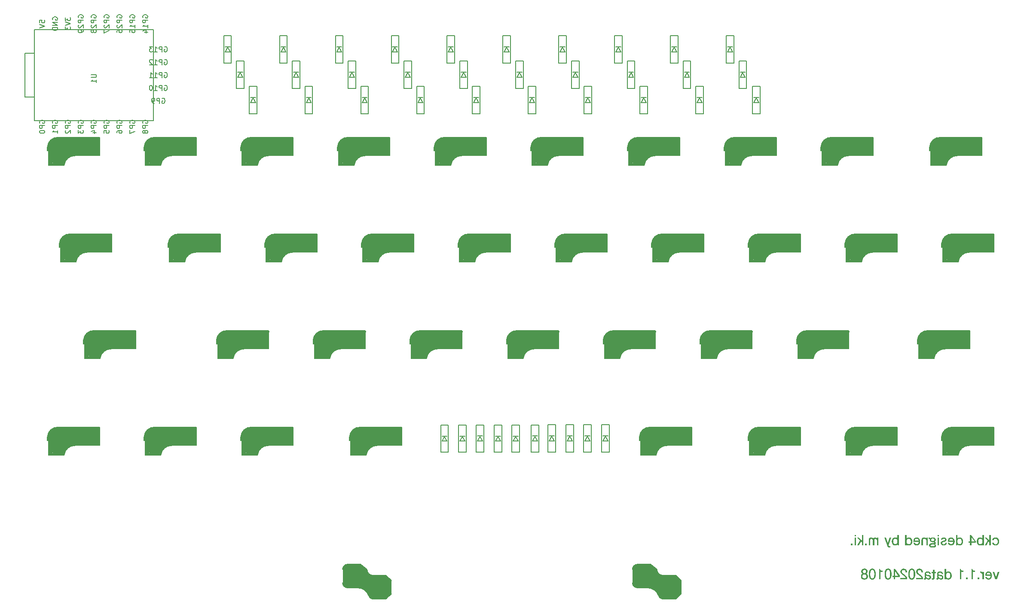
<source format=gbr>
G04 #@! TF.GenerationSoftware,KiCad,Pcbnew,7.0.8*
G04 #@! TF.CreationDate,2024-01-10T21:48:22+09:00*
G04 #@! TF.ProjectId,ckb4,636b6234-2e6b-4696-9361-645f70636258,rev?*
G04 #@! TF.SameCoordinates,Original*
G04 #@! TF.FileFunction,Legend,Bot*
G04 #@! TF.FilePolarity,Positive*
%FSLAX46Y46*%
G04 Gerber Fmt 4.6, Leading zero omitted, Abs format (unit mm)*
G04 Created by KiCad (PCBNEW 7.0.8) date 2024-01-10 21:48:22*
%MOMM*%
%LPD*%
G01*
G04 APERTURE LIST*
%ADD10C,0.150000*%
%ADD11C,0.120000*%
%ADD12C,0.400000*%
%ADD13C,0.500000*%
%ADD14C,1.000000*%
%ADD15C,3.500000*%
%ADD16C,3.000000*%
%ADD17C,0.800000*%
%ADD18C,0.300000*%
G04 APERTURE END LIST*
D10*
G36*
X-127344480Y63224787D02*
G01*
X-127338420Y63253873D01*
X-127330484Y63288266D01*
X-127320103Y63326973D01*
X-127313817Y63347635D01*
X-127306706Y63369004D01*
X-127298698Y63390957D01*
X-127289722Y63413368D01*
X-127279707Y63436115D01*
X-127268582Y63459074D01*
X-127256275Y63482120D01*
X-127242715Y63505130D01*
X-127227830Y63527980D01*
X-127211550Y63550546D01*
X-127193804Y63572704D01*
X-127174518Y63594330D01*
X-127153624Y63615300D01*
X-127131049Y63635492D01*
X-127106721Y63654779D01*
X-127080571Y63673040D01*
X-127052525Y63690149D01*
X-127022514Y63705983D01*
X-126990466Y63720419D01*
X-126956309Y63733331D01*
X-126919972Y63744597D01*
X-126881385Y63754092D01*
X-126840475Y63761693D01*
X-126797171Y63767276D01*
X-126751403Y63770716D01*
X-126703098Y63771891D01*
X-126662571Y63771016D01*
X-126622891Y63768406D01*
X-126584088Y63764079D01*
X-126546189Y63758052D01*
X-126509224Y63750345D01*
X-126473222Y63740975D01*
X-126438211Y63729963D01*
X-126404221Y63717325D01*
X-126371279Y63703081D01*
X-126339416Y63687249D01*
X-126308659Y63669848D01*
X-126279037Y63650896D01*
X-126250579Y63630411D01*
X-126223315Y63608413D01*
X-126197272Y63584919D01*
X-126172480Y63559949D01*
X-126148968Y63533520D01*
X-126126763Y63505652D01*
X-126105896Y63476362D01*
X-126086394Y63445669D01*
X-126068287Y63413592D01*
X-126051604Y63380150D01*
X-126036372Y63345360D01*
X-126022622Y63309241D01*
X-126010382Y63271813D01*
X-125999680Y63233092D01*
X-125990545Y63193099D01*
X-125983007Y63151851D01*
X-125977094Y63109366D01*
X-125972834Y63065664D01*
X-125970258Y63020764D01*
X-125969392Y62974682D01*
X-125970041Y62936165D01*
X-125971992Y62897867D01*
X-125975248Y62859856D01*
X-125979814Y62822197D01*
X-125985695Y62784955D01*
X-125992895Y62748197D01*
X-126001420Y62711987D01*
X-126011272Y62676393D01*
X-126022458Y62641479D01*
X-126034982Y62607311D01*
X-126048848Y62573955D01*
X-126064060Y62541476D01*
X-126080624Y62509941D01*
X-126098544Y62479416D01*
X-126117824Y62449965D01*
X-126138469Y62421655D01*
X-126160484Y62394552D01*
X-126183873Y62368720D01*
X-126208641Y62344227D01*
X-126234792Y62321137D01*
X-126262331Y62299516D01*
X-126291262Y62279431D01*
X-126321590Y62260947D01*
X-126353319Y62244129D01*
X-126386455Y62229043D01*
X-126421001Y62215756D01*
X-126456963Y62204332D01*
X-126494344Y62194838D01*
X-126533149Y62187340D01*
X-126573384Y62181902D01*
X-126615051Y62178592D01*
X-126658157Y62177473D01*
X-126680230Y62177792D01*
X-126703325Y62178778D01*
X-126727335Y62180480D01*
X-126752149Y62182943D01*
X-126777656Y62186215D01*
X-126803748Y62190344D01*
X-126830315Y62195375D01*
X-126857246Y62201356D01*
X-126884431Y62208333D01*
X-126911762Y62216355D01*
X-126939128Y62225467D01*
X-126966418Y62235717D01*
X-126993525Y62247151D01*
X-127020336Y62259817D01*
X-127046744Y62273761D01*
X-127072637Y62289031D01*
X-127097907Y62305674D01*
X-127122442Y62323735D01*
X-127146134Y62343263D01*
X-127168873Y62364305D01*
X-127190548Y62386906D01*
X-127211050Y62411115D01*
X-127230269Y62436978D01*
X-127248095Y62464543D01*
X-127264419Y62493855D01*
X-127279130Y62524962D01*
X-127292119Y62557912D01*
X-127303275Y62592750D01*
X-127312490Y62629524D01*
X-127319652Y62668282D01*
X-127324653Y62709069D01*
X-127327383Y62751933D01*
X-127039176Y62751933D01*
X-127036078Y62725056D01*
X-127032730Y62703113D01*
X-127027870Y62678678D01*
X-127021081Y62652378D01*
X-127011945Y62624835D01*
X-127000045Y62596676D01*
X-126984964Y62568523D01*
X-126966285Y62541003D01*
X-126943591Y62514740D01*
X-126916464Y62490359D01*
X-126884487Y62468483D01*
X-126866550Y62458681D01*
X-126847244Y62449739D01*
X-126826517Y62441736D01*
X-126804316Y62434750D01*
X-126780591Y62428859D01*
X-126755288Y62424142D01*
X-126728355Y62420675D01*
X-126699741Y62418538D01*
X-126669392Y62417808D01*
X-126635494Y62418986D01*
X-126603553Y62422436D01*
X-126573511Y62428030D01*
X-126545311Y62435642D01*
X-126518895Y62445144D01*
X-126494205Y62456410D01*
X-126471183Y62469312D01*
X-126449772Y62483723D01*
X-126429914Y62499517D01*
X-126411550Y62516567D01*
X-126394624Y62534745D01*
X-126379077Y62553924D01*
X-126364852Y62573978D01*
X-126351891Y62594779D01*
X-126340135Y62616200D01*
X-126329528Y62638115D01*
X-126320012Y62660397D01*
X-126311528Y62682917D01*
X-126304019Y62705550D01*
X-126297428Y62728168D01*
X-126291695Y62750645D01*
X-126286765Y62772853D01*
X-126282578Y62794665D01*
X-126279077Y62815955D01*
X-126276204Y62836594D01*
X-126273902Y62856457D01*
X-126270779Y62893345D01*
X-126269243Y62925602D01*
X-126268834Y62952212D01*
X-126269516Y62993008D01*
X-126271528Y63031982D01*
X-126274823Y63069167D01*
X-126279350Y63104599D01*
X-126285062Y63138312D01*
X-126291909Y63170340D01*
X-126299842Y63200718D01*
X-126308814Y63229481D01*
X-126318774Y63256663D01*
X-126329674Y63282299D01*
X-126341466Y63306424D01*
X-126354100Y63329072D01*
X-126367527Y63350277D01*
X-126381699Y63370075D01*
X-126396567Y63388501D01*
X-126412083Y63405587D01*
X-126428196Y63421370D01*
X-126444859Y63435884D01*
X-126462022Y63449164D01*
X-126479637Y63461243D01*
X-126497654Y63472158D01*
X-126516026Y63481941D01*
X-126534703Y63490629D01*
X-126553637Y63498255D01*
X-126572777Y63504854D01*
X-126592077Y63510461D01*
X-126611486Y63515110D01*
X-126630957Y63518837D01*
X-126650439Y63521675D01*
X-126669885Y63523659D01*
X-126708471Y63525205D01*
X-126746229Y63523576D01*
X-126781828Y63518808D01*
X-126815264Y63511086D01*
X-126846530Y63500590D01*
X-126875620Y63487505D01*
X-126902530Y63472011D01*
X-126927253Y63454292D01*
X-126949783Y63434530D01*
X-126970115Y63412908D01*
X-126988244Y63389608D01*
X-127004163Y63364812D01*
X-127017866Y63338703D01*
X-127029348Y63311464D01*
X-127038604Y63283276D01*
X-127045627Y63254323D01*
X-127050411Y63224787D01*
X-127344480Y63224787D01*
G37*
G36*
X-128795771Y62240000D02*
G01*
X-128269672Y63173496D01*
X-128787466Y63709364D01*
X-128431849Y63709364D01*
X-127896957Y63139790D01*
X-127896957Y64272100D01*
X-127608750Y64272100D01*
X-127608750Y62240000D01*
X-127896957Y62240000D01*
X-127896957Y62791988D01*
X-128073300Y62971751D01*
X-128473859Y62240000D01*
X-128795771Y62240000D01*
G37*
G36*
X-128985303Y62240000D02*
G01*
X-129253970Y62240000D01*
X-129268136Y62404131D01*
X-129281077Y62387192D01*
X-129294156Y62371076D01*
X-129307367Y62355764D01*
X-129320703Y62341237D01*
X-129347721Y62314466D01*
X-129375153Y62290611D01*
X-129402943Y62269525D01*
X-129431034Y62251056D01*
X-129459370Y62235057D01*
X-129487894Y62221376D01*
X-129516549Y62209865D01*
X-129545280Y62200374D01*
X-129574030Y62192753D01*
X-129602741Y62186854D01*
X-129631358Y62182526D01*
X-129659825Y62179619D01*
X-129688083Y62177985D01*
X-129716078Y62177473D01*
X-129760890Y62178726D01*
X-129803932Y62182423D01*
X-129845229Y62188472D01*
X-129884802Y62196782D01*
X-129922674Y62207261D01*
X-129958868Y62219816D01*
X-129993406Y62234357D01*
X-130026312Y62250792D01*
X-130057608Y62269028D01*
X-130087316Y62288975D01*
X-130115460Y62310539D01*
X-130142062Y62333630D01*
X-130167145Y62358156D01*
X-130190731Y62384025D01*
X-130212844Y62411145D01*
X-130233506Y62439424D01*
X-130252740Y62468771D01*
X-130270568Y62499093D01*
X-130287013Y62530300D01*
X-130302098Y62562299D01*
X-130315846Y62594998D01*
X-130328279Y62628307D01*
X-130339420Y62662132D01*
X-130349293Y62696383D01*
X-130357918Y62730966D01*
X-130365320Y62765792D01*
X-130371520Y62800768D01*
X-130376543Y62835801D01*
X-130380409Y62870801D01*
X-130383143Y62905676D01*
X-130384767Y62940333D01*
X-130385303Y62974682D01*
X-130385265Y62977124D01*
X-130097096Y62977124D01*
X-130096678Y62947917D01*
X-130095424Y62919208D01*
X-130093337Y62891024D01*
X-130090422Y62863394D01*
X-130086681Y62836346D01*
X-130082117Y62809909D01*
X-130076734Y62784110D01*
X-130070535Y62758977D01*
X-130063523Y62734540D01*
X-130055702Y62710825D01*
X-130047074Y62687862D01*
X-130037642Y62665678D01*
X-130027411Y62644301D01*
X-130016383Y62623760D01*
X-130004562Y62604083D01*
X-129991950Y62585298D01*
X-129978551Y62567433D01*
X-129964368Y62550516D01*
X-129949405Y62534577D01*
X-129933664Y62519641D01*
X-129917148Y62505739D01*
X-129899862Y62492898D01*
X-129881808Y62481146D01*
X-129862990Y62470511D01*
X-129843410Y62461022D01*
X-129823072Y62452707D01*
X-129801979Y62445594D01*
X-129780134Y62439711D01*
X-129757541Y62435086D01*
X-129734203Y62431748D01*
X-129710122Y62429724D01*
X-129685303Y62429043D01*
X-129659495Y62429780D01*
X-129634552Y62431962D01*
X-129610470Y62435551D01*
X-129587246Y62440508D01*
X-129564878Y62446792D01*
X-129543362Y62454366D01*
X-129522696Y62463188D01*
X-129502877Y62473221D01*
X-129483901Y62484424D01*
X-129465765Y62496759D01*
X-129448468Y62510185D01*
X-129432005Y62524665D01*
X-129416374Y62540157D01*
X-129401572Y62556623D01*
X-129387596Y62574024D01*
X-129374443Y62592320D01*
X-129362110Y62611472D01*
X-129350594Y62631440D01*
X-129339892Y62652185D01*
X-129330001Y62673668D01*
X-129320919Y62695849D01*
X-129312642Y62718690D01*
X-129305167Y62742150D01*
X-129298491Y62766190D01*
X-129292612Y62790772D01*
X-129287526Y62815854D01*
X-129283231Y62841400D01*
X-129279724Y62867368D01*
X-129277000Y62893719D01*
X-129275059Y62920415D01*
X-129273897Y62947416D01*
X-129273510Y62974682D01*
X-129273897Y63002169D01*
X-129275059Y63029373D01*
X-129277000Y63056257D01*
X-129279724Y63082781D01*
X-129283231Y63108908D01*
X-129287526Y63134597D01*
X-129292612Y63159810D01*
X-129298491Y63184509D01*
X-129305167Y63208656D01*
X-129312642Y63232210D01*
X-129320919Y63255133D01*
X-129330001Y63277388D01*
X-129339892Y63298934D01*
X-129350594Y63319733D01*
X-129362110Y63339747D01*
X-129374443Y63358937D01*
X-129387596Y63377264D01*
X-129401572Y63394689D01*
X-129416374Y63411174D01*
X-129432005Y63426679D01*
X-129448468Y63441167D01*
X-129465765Y63454598D01*
X-129483901Y63466934D01*
X-129502877Y63478135D01*
X-129522696Y63488164D01*
X-129543362Y63496981D01*
X-129564878Y63504548D01*
X-129587246Y63510827D01*
X-129610470Y63515777D01*
X-129634552Y63519361D01*
X-129659495Y63521540D01*
X-129685303Y63522274D01*
X-129710122Y63521595D01*
X-129734203Y63519576D01*
X-129757541Y63516246D01*
X-129780134Y63511633D01*
X-129801979Y63505765D01*
X-129823072Y63498672D01*
X-129843410Y63490381D01*
X-129862990Y63480921D01*
X-129881808Y63470321D01*
X-129899862Y63458608D01*
X-129917148Y63445812D01*
X-129933664Y63431960D01*
X-129949405Y63417081D01*
X-129964368Y63401205D01*
X-129978551Y63384358D01*
X-129991950Y63366570D01*
X-130004562Y63347868D01*
X-130016383Y63328282D01*
X-130027411Y63307840D01*
X-130037642Y63286571D01*
X-130047074Y63264501D01*
X-130055702Y63241662D01*
X-130063523Y63218079D01*
X-130070535Y63193783D01*
X-130076734Y63168801D01*
X-130082117Y63143163D01*
X-130086681Y63116895D01*
X-130090422Y63090028D01*
X-130093337Y63062588D01*
X-130095424Y63034606D01*
X-130096678Y63006108D01*
X-130097096Y62977124D01*
X-130385265Y62977124D01*
X-130384790Y63008042D01*
X-130383234Y63041836D01*
X-130380605Y63075967D01*
X-130376878Y63110337D01*
X-130372022Y63144847D01*
X-130366012Y63179400D01*
X-130358819Y63213897D01*
X-130350414Y63248242D01*
X-130340772Y63282335D01*
X-130329862Y63316079D01*
X-130317659Y63349376D01*
X-130304133Y63382128D01*
X-130289258Y63414237D01*
X-130273005Y63445605D01*
X-130255346Y63476134D01*
X-130236254Y63505727D01*
X-130215701Y63534285D01*
X-130193658Y63561710D01*
X-130170099Y63587905D01*
X-130144996Y63612771D01*
X-130118320Y63636211D01*
X-130090043Y63658126D01*
X-130060139Y63678419D01*
X-130028579Y63696992D01*
X-129995335Y63713747D01*
X-129960379Y63728585D01*
X-129923684Y63741409D01*
X-129885223Y63752121D01*
X-129844966Y63760623D01*
X-129802886Y63766818D01*
X-129758956Y63770606D01*
X-129713147Y63771891D01*
X-129691703Y63771582D01*
X-129670868Y63770670D01*
X-129650632Y63769175D01*
X-129630984Y63767117D01*
X-129593404Y63761397D01*
X-129558037Y63753672D01*
X-129524795Y63744106D01*
X-129493586Y63732864D01*
X-129464320Y63720110D01*
X-129436908Y63706006D01*
X-129411259Y63690718D01*
X-129387283Y63674408D01*
X-129364890Y63657241D01*
X-129343989Y63639381D01*
X-129324491Y63620992D01*
X-129306305Y63602236D01*
X-129289341Y63583279D01*
X-129273510Y63564284D01*
X-129273510Y64272100D01*
X-128985303Y64272100D01*
X-128985303Y62240000D01*
G37*
G36*
X-130554808Y62992267D02*
G01*
X-130554808Y62695757D01*
X-131422847Y62695757D01*
X-131422847Y62240000D01*
X-131711053Y62240000D01*
X-131711053Y62695757D01*
X-131985582Y62695757D01*
X-131985582Y62959050D01*
X-131711053Y62959050D01*
X-131711053Y63821228D01*
X-131422847Y63821228D01*
X-131422847Y62959050D01*
X-130817613Y62959050D01*
X-131422847Y63821228D01*
X-131711053Y63821228D01*
X-131711053Y64272100D01*
X-131453621Y64272100D01*
X-130554808Y62992267D01*
G37*
G36*
X-134198422Y63564284D02*
G01*
X-134182677Y63583279D01*
X-134165793Y63602236D01*
X-134147684Y63620992D01*
X-134128264Y63639381D01*
X-134107447Y63657241D01*
X-134085147Y63674408D01*
X-134061279Y63690718D01*
X-134035757Y63706006D01*
X-134008494Y63720110D01*
X-133979405Y63732864D01*
X-133948405Y63744106D01*
X-133915406Y63753672D01*
X-133880324Y63761397D01*
X-133843072Y63767117D01*
X-133823606Y63769175D01*
X-133803565Y63770670D01*
X-133782938Y63771582D01*
X-133761716Y63771891D01*
X-133715684Y63770606D01*
X-133671542Y63766818D01*
X-133629261Y63760623D01*
X-133588813Y63752121D01*
X-133550171Y63741409D01*
X-133513306Y63728585D01*
X-133478190Y63713747D01*
X-133444796Y63696992D01*
X-133413094Y63678419D01*
X-133383057Y63658126D01*
X-133354658Y63636211D01*
X-133327866Y63612771D01*
X-133302656Y63587905D01*
X-133278998Y63561710D01*
X-133256865Y63534285D01*
X-133236228Y63505727D01*
X-133217059Y63476134D01*
X-133199331Y63445605D01*
X-133183014Y63414237D01*
X-133168082Y63382128D01*
X-133154506Y63349376D01*
X-133142257Y63316079D01*
X-133131309Y63282335D01*
X-133121632Y63248242D01*
X-133113199Y63213897D01*
X-133105981Y63179400D01*
X-133099951Y63144847D01*
X-133095080Y63110337D01*
X-133091341Y63075967D01*
X-133088704Y63041836D01*
X-133087143Y63008042D01*
X-133086629Y62974682D01*
X-133087175Y62940333D01*
X-133088827Y62905676D01*
X-133091607Y62870801D01*
X-133095535Y62835801D01*
X-133100634Y62800768D01*
X-133106925Y62765792D01*
X-133114428Y62730966D01*
X-133123166Y62696383D01*
X-133133160Y62662132D01*
X-133144431Y62628307D01*
X-133157000Y62594998D01*
X-133170890Y62562299D01*
X-133186121Y62530300D01*
X-133202714Y62499093D01*
X-133220692Y62468771D01*
X-133240075Y62439424D01*
X-133260884Y62411145D01*
X-133283142Y62384025D01*
X-133306870Y62358156D01*
X-133332088Y62333630D01*
X-133358819Y62310539D01*
X-133387084Y62288975D01*
X-133416903Y62269028D01*
X-133448299Y62250792D01*
X-133481293Y62234357D01*
X-133515906Y62219816D01*
X-133552160Y62207261D01*
X-133590075Y62196782D01*
X-133629674Y62188472D01*
X-133670978Y62182423D01*
X-133714008Y62178726D01*
X-133758785Y62177473D01*
X-133786297Y62177984D01*
X-133814197Y62179613D01*
X-133842416Y62182506D01*
X-133870885Y62186808D01*
X-133899534Y62192664D01*
X-133928295Y62200219D01*
X-133957096Y62209620D01*
X-133985870Y62221010D01*
X-134014547Y62234535D01*
X-134043056Y62250341D01*
X-134071330Y62268572D01*
X-134099298Y62289375D01*
X-134126891Y62312893D01*
X-134154040Y62339274D01*
X-134167426Y62353582D01*
X-134180675Y62368661D01*
X-134193778Y62384527D01*
X-134206727Y62401200D01*
X-134217962Y62240000D01*
X-134487117Y62240000D01*
X-134487117Y62974682D01*
X-134198422Y62974682D01*
X-134198044Y62947416D01*
X-134196905Y62920415D01*
X-134195002Y62893719D01*
X-134192329Y62867368D01*
X-134188882Y62841400D01*
X-134184657Y62815854D01*
X-134179649Y62790772D01*
X-134173853Y62766190D01*
X-134167265Y62742150D01*
X-134159881Y62718690D01*
X-134151695Y62695849D01*
X-134142704Y62673668D01*
X-134132902Y62652185D01*
X-134122285Y62631440D01*
X-134110848Y62611472D01*
X-134098588Y62592320D01*
X-134085499Y62574024D01*
X-134071577Y62556623D01*
X-134056817Y62540157D01*
X-134041215Y62524665D01*
X-134024766Y62510185D01*
X-134007465Y62496759D01*
X-133989309Y62484424D01*
X-133970292Y62473221D01*
X-133950410Y62463188D01*
X-133929658Y62454366D01*
X-133908032Y62446792D01*
X-133885527Y62440508D01*
X-133862139Y62435551D01*
X-133837863Y62431962D01*
X-133812695Y62429780D01*
X-133786629Y62429043D01*
X-133761811Y62429724D01*
X-133737735Y62431748D01*
X-133714403Y62435086D01*
X-133691819Y62439711D01*
X-133669985Y62445594D01*
X-133648905Y62452707D01*
X-133628582Y62461022D01*
X-133609019Y62470511D01*
X-133590218Y62481146D01*
X-133572183Y62492898D01*
X-133554917Y62505739D01*
X-133538423Y62519641D01*
X-133522704Y62534577D01*
X-133507763Y62550516D01*
X-133493602Y62567433D01*
X-133480226Y62585298D01*
X-133467637Y62604083D01*
X-133455839Y62623760D01*
X-133444833Y62644301D01*
X-133434623Y62665678D01*
X-133425213Y62687862D01*
X-133416606Y62710825D01*
X-133408803Y62734540D01*
X-133401809Y62758977D01*
X-133395626Y62784110D01*
X-133390258Y62809909D01*
X-133385708Y62836346D01*
X-133381978Y62863394D01*
X-133379071Y62891024D01*
X-133376991Y62919208D01*
X-133375741Y62947917D01*
X-133375324Y62977124D01*
X-133375741Y63006108D01*
X-133376991Y63034606D01*
X-133379071Y63062588D01*
X-133381978Y63090028D01*
X-133385708Y63116895D01*
X-133390258Y63143163D01*
X-133395626Y63168801D01*
X-133401809Y63193783D01*
X-133408803Y63218079D01*
X-133416606Y63241662D01*
X-133425213Y63264501D01*
X-133434623Y63286571D01*
X-133444833Y63307840D01*
X-133455839Y63328282D01*
X-133467637Y63347868D01*
X-133480226Y63366570D01*
X-133493602Y63384358D01*
X-133507763Y63401205D01*
X-133522704Y63417081D01*
X-133538423Y63431960D01*
X-133554917Y63445812D01*
X-133572183Y63458608D01*
X-133590218Y63470321D01*
X-133609019Y63480921D01*
X-133628582Y63490381D01*
X-133648905Y63498672D01*
X-133669985Y63505765D01*
X-133691819Y63511633D01*
X-133714403Y63516246D01*
X-133737735Y63519576D01*
X-133761811Y63521595D01*
X-133786629Y63522274D01*
X-133812695Y63521325D01*
X-133837863Y63518958D01*
X-133862139Y63515213D01*
X-133885527Y63510125D01*
X-133908032Y63503733D01*
X-133929658Y63496074D01*
X-133950410Y63487186D01*
X-133970292Y63477105D01*
X-133989309Y63465869D01*
X-134007465Y63453516D01*
X-134024766Y63440082D01*
X-134041215Y63425606D01*
X-134056817Y63410124D01*
X-134071577Y63393675D01*
X-134085499Y63376294D01*
X-134098588Y63358021D01*
X-134110848Y63338892D01*
X-134122285Y63318944D01*
X-134132902Y63298216D01*
X-134142704Y63276744D01*
X-134151695Y63254565D01*
X-134159881Y63231718D01*
X-134167265Y63208239D01*
X-134173853Y63184166D01*
X-134179649Y63159536D01*
X-134184657Y63134387D01*
X-134188882Y63108757D01*
X-134192329Y63082681D01*
X-134195002Y63056199D01*
X-134196905Y63029346D01*
X-134198044Y63002162D01*
X-134198422Y62974682D01*
X-134487117Y62974682D01*
X-134487117Y64272100D01*
X-134198422Y64272100D01*
X-134198422Y63564284D01*
G37*
G36*
X-135409738Y63770929D02*
G01*
X-135371816Y63768070D01*
X-135334721Y63763348D01*
X-135298481Y63756802D01*
X-135263123Y63748467D01*
X-135228677Y63738380D01*
X-135195171Y63726578D01*
X-135162632Y63713097D01*
X-135131089Y63697974D01*
X-135100571Y63681245D01*
X-135071105Y63662947D01*
X-135042720Y63643116D01*
X-135015444Y63621790D01*
X-134989306Y63599005D01*
X-134964333Y63574797D01*
X-134940554Y63549202D01*
X-134917998Y63522258D01*
X-134896691Y63494002D01*
X-134876664Y63464468D01*
X-134857943Y63433695D01*
X-134840558Y63401719D01*
X-134824536Y63368576D01*
X-134809905Y63334304D01*
X-134796695Y63298937D01*
X-134784933Y63262514D01*
X-134774648Y63225071D01*
X-134765868Y63186643D01*
X-134758620Y63147269D01*
X-134752934Y63106984D01*
X-134748837Y63065825D01*
X-134746359Y63023829D01*
X-134745526Y62981032D01*
X-134746367Y62937984D01*
X-134748866Y62895694D01*
X-134752993Y62854202D01*
X-134758714Y62813548D01*
X-134765996Y62773773D01*
X-134774809Y62734915D01*
X-134785119Y62697015D01*
X-134796894Y62660112D01*
X-134810101Y62624248D01*
X-134824709Y62589460D01*
X-134840684Y62555790D01*
X-134857994Y62523277D01*
X-134876608Y62491962D01*
X-134896493Y62461883D01*
X-134917615Y62433081D01*
X-134939944Y62405596D01*
X-134963446Y62379468D01*
X-134988089Y62354736D01*
X-135013841Y62331441D01*
X-135040669Y62309622D01*
X-135068541Y62289319D01*
X-135097425Y62270573D01*
X-135127288Y62253423D01*
X-135158098Y62237908D01*
X-135189823Y62224070D01*
X-135222429Y62211947D01*
X-135255886Y62201579D01*
X-135290159Y62193008D01*
X-135325218Y62186271D01*
X-135361029Y62181410D01*
X-135397560Y62178464D01*
X-135434780Y62177473D01*
X-135464444Y62178045D01*
X-135493618Y62179755D01*
X-135522286Y62182592D01*
X-135550432Y62186546D01*
X-135578042Y62191606D01*
X-135605100Y62197763D01*
X-135631591Y62205005D01*
X-135657499Y62213324D01*
X-135682808Y62222707D01*
X-135707504Y62233147D01*
X-135731571Y62244630D01*
X-135754994Y62257149D01*
X-135777756Y62270692D01*
X-135799844Y62285249D01*
X-135821241Y62300809D01*
X-135841933Y62317363D01*
X-135861903Y62334901D01*
X-135881136Y62353411D01*
X-135899617Y62372884D01*
X-135917331Y62393309D01*
X-135934262Y62414676D01*
X-135950395Y62436975D01*
X-135965714Y62460195D01*
X-135980204Y62484326D01*
X-135993850Y62509359D01*
X-136006637Y62535282D01*
X-136018548Y62562085D01*
X-136029568Y62589758D01*
X-136039683Y62618291D01*
X-136048876Y62647674D01*
X-136057133Y62677895D01*
X-136064438Y62708946D01*
X-135781605Y62708946D01*
X-135773081Y62683783D01*
X-135763764Y62660192D01*
X-135753716Y62638122D01*
X-135742998Y62617524D01*
X-135731673Y62598345D01*
X-135719803Y62580535D01*
X-135707450Y62564045D01*
X-135694677Y62548822D01*
X-135668117Y62521977D01*
X-135640620Y62499594D01*
X-135612684Y62481269D01*
X-135584806Y62466596D01*
X-135557483Y62455168D01*
X-135531213Y62446580D01*
X-135506492Y62440427D01*
X-135483819Y62436302D01*
X-135463690Y62433800D01*
X-135439356Y62432203D01*
X-135423545Y62431974D01*
X-135393918Y62433019D01*
X-135365917Y62436077D01*
X-135339493Y62441035D01*
X-135314599Y62447781D01*
X-135291188Y62456200D01*
X-135269214Y62466180D01*
X-135248629Y62477609D01*
X-135229387Y62490371D01*
X-135211439Y62504356D01*
X-135194740Y62519448D01*
X-135179241Y62535536D01*
X-135164897Y62552505D01*
X-135151660Y62570244D01*
X-135139482Y62588638D01*
X-135128318Y62607575D01*
X-135118119Y62626941D01*
X-135108839Y62646624D01*
X-135100431Y62666509D01*
X-135092847Y62686485D01*
X-135086041Y62706438D01*
X-135079966Y62726254D01*
X-135074574Y62745820D01*
X-135069818Y62765024D01*
X-135062029Y62801892D01*
X-135056221Y62835952D01*
X-135052018Y62866298D01*
X-135049043Y62892026D01*
X-135047899Y62902875D01*
X-136092770Y62902875D01*
X-136092780Y62923830D01*
X-136092733Y62946663D01*
X-136092516Y62971224D01*
X-136092014Y62997366D01*
X-136091115Y63024939D01*
X-136089704Y63053794D01*
X-136087668Y63083782D01*
X-136084893Y63114755D01*
X-136081265Y63146564D01*
X-136081256Y63146629D01*
X-135798702Y63146629D01*
X-135056692Y63146629D01*
X-135063526Y63176523D01*
X-135069856Y63201137D01*
X-135077924Y63228660D01*
X-135088005Y63258374D01*
X-135100372Y63289561D01*
X-135115300Y63321502D01*
X-135133063Y63353479D01*
X-135153934Y63384773D01*
X-135178188Y63414666D01*
X-135191669Y63428863D01*
X-135206099Y63442440D01*
X-135221511Y63455308D01*
X-135237941Y63467376D01*
X-135255421Y63478555D01*
X-135273988Y63488755D01*
X-135293674Y63497887D01*
X-135314513Y63505860D01*
X-135336542Y63512585D01*
X-135359792Y63517972D01*
X-135384300Y63521931D01*
X-135410098Y63524372D01*
X-135437222Y63525205D01*
X-135466077Y63524372D01*
X-135493322Y63521931D01*
X-135519006Y63517972D01*
X-135543175Y63512585D01*
X-135565878Y63505860D01*
X-135587161Y63497887D01*
X-135607074Y63488755D01*
X-135625663Y63478555D01*
X-135642976Y63467376D01*
X-135659062Y63455308D01*
X-135673966Y63442440D01*
X-135700425Y63414666D01*
X-135722733Y63384773D01*
X-135741274Y63353479D01*
X-135756427Y63321502D01*
X-135768574Y63289561D01*
X-135778097Y63258374D01*
X-135785377Y63228660D01*
X-135790796Y63201137D01*
X-135794735Y63176523D01*
X-135797574Y63155537D01*
X-135798702Y63146629D01*
X-136081256Y63146629D01*
X-136076670Y63179060D01*
X-136070994Y63212094D01*
X-136064125Y63245517D01*
X-136055947Y63279180D01*
X-136046348Y63312935D01*
X-136035212Y63346633D01*
X-136022428Y63380125D01*
X-136008348Y63412752D01*
X-135993442Y63443531D01*
X-135977767Y63472517D01*
X-135961381Y63499761D01*
X-135944341Y63525318D01*
X-135926706Y63549241D01*
X-135908533Y63571582D01*
X-135889880Y63592395D01*
X-135870805Y63611734D01*
X-135851366Y63629651D01*
X-135831620Y63646199D01*
X-135811625Y63661433D01*
X-135791440Y63675404D01*
X-135771120Y63688167D01*
X-135750726Y63699775D01*
X-135730314Y63710280D01*
X-135709941Y63719737D01*
X-135689667Y63728197D01*
X-135669548Y63735715D01*
X-135649643Y63742344D01*
X-135630009Y63748136D01*
X-135610703Y63753146D01*
X-135573311Y63761029D01*
X-135537928Y63766420D01*
X-135505017Y63769743D01*
X-135475039Y63771425D01*
X-135448457Y63771891D01*
X-135409738Y63770929D01*
G37*
G36*
X-137482512Y62679637D02*
G01*
X-137482059Y62701911D01*
X-137480694Y62723413D01*
X-137478406Y62744165D01*
X-137475183Y62764189D01*
X-137471016Y62783508D01*
X-137459804Y62820122D01*
X-137444682Y62854190D01*
X-137425564Y62885893D01*
X-137402364Y62915413D01*
X-137374994Y62942932D01*
X-137359719Y62955997D01*
X-137343369Y62968631D01*
X-137325933Y62980855D01*
X-137307401Y62992692D01*
X-137287761Y63004165D01*
X-137267004Y63015297D01*
X-137245118Y63026110D01*
X-137222092Y63036627D01*
X-137197915Y63046871D01*
X-137172578Y63056865D01*
X-137146068Y63066631D01*
X-137118375Y63076192D01*
X-137089488Y63085570D01*
X-137059396Y63094789D01*
X-137028089Y63103871D01*
X-136995556Y63112840D01*
X-136961786Y63121716D01*
X-136939369Y63127454D01*
X-136917815Y63133136D01*
X-136897114Y63138776D01*
X-136877256Y63144385D01*
X-136858231Y63149977D01*
X-136822643Y63161161D01*
X-136790268Y63172431D01*
X-136761027Y63183890D01*
X-136734841Y63195641D01*
X-136711632Y63207787D01*
X-136691318Y63220431D01*
X-136673821Y63233676D01*
X-136659062Y63247625D01*
X-136641881Y63270094D01*
X-136630413Y63294727D01*
X-136624389Y63321871D01*
X-136623265Y63341535D01*
X-136624592Y63361132D01*
X-136631384Y63389344D01*
X-136643606Y63415869D01*
X-136654586Y63432465D01*
X-136667701Y63448087D01*
X-136682842Y63462645D01*
X-136699897Y63476051D01*
X-136718754Y63488215D01*
X-136739305Y63499048D01*
X-136761436Y63508459D01*
X-136785038Y63516359D01*
X-136810000Y63522660D01*
X-136836210Y63527271D01*
X-136863558Y63530103D01*
X-136891933Y63531067D01*
X-136913907Y63530632D01*
X-136938399Y63528736D01*
X-136967805Y63524269D01*
X-136989271Y63519321D01*
X-137011618Y63512414D01*
X-137034326Y63503224D01*
X-137056874Y63491423D01*
X-137078740Y63476685D01*
X-137099404Y63458684D01*
X-137118346Y63437095D01*
X-137135043Y63411590D01*
X-137148975Y63381842D01*
X-137159622Y63347527D01*
X-137166461Y63308318D01*
X-137451737Y63308318D01*
X-137448534Y63330389D01*
X-137445070Y63352895D01*
X-137441084Y63375807D01*
X-137436315Y63399096D01*
X-137430504Y63422732D01*
X-137423388Y63446687D01*
X-137414708Y63470932D01*
X-137404201Y63495438D01*
X-137391608Y63520176D01*
X-137376668Y63545116D01*
X-137365275Y63561842D01*
X-137352119Y63579163D01*
X-137338417Y63595515D01*
X-137324214Y63610927D01*
X-137309553Y63625424D01*
X-137294479Y63639036D01*
X-137279035Y63651788D01*
X-137263265Y63663709D01*
X-137230926Y63685168D01*
X-137197811Y63703631D01*
X-137164275Y63719318D01*
X-137130669Y63732449D01*
X-137097344Y63743243D01*
X-137064654Y63751920D01*
X-137032949Y63758699D01*
X-137002583Y63763802D01*
X-136973907Y63767446D01*
X-136947273Y63769852D01*
X-136923033Y63771239D01*
X-136901539Y63771827D01*
X-136891933Y63771891D01*
X-136862791Y63771360D01*
X-136834184Y63769777D01*
X-136806138Y63767159D01*
X-136778678Y63763522D01*
X-136751830Y63758883D01*
X-136725620Y63753257D01*
X-136700072Y63746660D01*
X-136675213Y63739109D01*
X-136651068Y63730620D01*
X-136627662Y63721208D01*
X-136605022Y63710892D01*
X-136583173Y63699685D01*
X-136562141Y63687606D01*
X-136541950Y63674669D01*
X-136522627Y63660891D01*
X-136504197Y63646289D01*
X-136486686Y63630878D01*
X-136470119Y63614674D01*
X-136454522Y63597695D01*
X-136439921Y63579955D01*
X-136426341Y63561471D01*
X-136413807Y63542260D01*
X-136402346Y63522338D01*
X-136391983Y63501720D01*
X-136382743Y63480423D01*
X-136374652Y63458463D01*
X-136367735Y63435857D01*
X-136362019Y63412620D01*
X-136357529Y63388769D01*
X-136354289Y63364319D01*
X-136352327Y63339288D01*
X-136351667Y63313691D01*
X-136352205Y63290961D01*
X-136353807Y63269100D01*
X-136356455Y63248083D01*
X-136360132Y63227885D01*
X-136364819Y63208484D01*
X-136377152Y63171971D01*
X-136393312Y63138349D01*
X-136413155Y63107423D01*
X-136436539Y63078999D01*
X-136463321Y63052882D01*
X-136493357Y63028877D01*
X-136509550Y63017606D01*
X-136526504Y63006790D01*
X-136544199Y62996404D01*
X-136562619Y62986425D01*
X-136581745Y62976829D01*
X-136601559Y62967590D01*
X-136622044Y62958684D01*
X-136643182Y62950088D01*
X-136664954Y62941776D01*
X-136687343Y62933725D01*
X-136710330Y62925910D01*
X-136733899Y62918306D01*
X-136758031Y62910891D01*
X-136782708Y62903638D01*
X-136807913Y62896524D01*
X-136835391Y62888765D01*
X-136861692Y62881139D01*
X-136886837Y62873631D01*
X-136910845Y62866226D01*
X-136933737Y62858907D01*
X-136955532Y62851660D01*
X-136976250Y62844469D01*
X-136995911Y62837318D01*
X-137014536Y62830193D01*
X-137048754Y62815955D01*
X-137079065Y62801631D01*
X-137105627Y62787099D01*
X-137128600Y62772233D01*
X-137148144Y62756910D01*
X-137164418Y62741007D01*
X-137177582Y62724399D01*
X-137187795Y62706963D01*
X-137195217Y62688575D01*
X-137200008Y62669111D01*
X-137202327Y62648447D01*
X-137202609Y62637627D01*
X-137200813Y62609995D01*
X-137195587Y62584410D01*
X-137187179Y62560835D01*
X-137175834Y62539235D01*
X-137161799Y62519573D01*
X-137145319Y62501812D01*
X-137126641Y62485915D01*
X-137106011Y62471847D01*
X-137083676Y62459571D01*
X-137059880Y62449049D01*
X-137034871Y62440247D01*
X-137008894Y62433127D01*
X-136982196Y62427653D01*
X-136955023Y62423787D01*
X-136927622Y62421495D01*
X-136900237Y62420739D01*
X-136870905Y62421358D01*
X-136841851Y62423330D01*
X-136813284Y62426831D01*
X-136785412Y62432035D01*
X-136758445Y62439117D01*
X-136732591Y62448251D01*
X-136708059Y62459612D01*
X-136685059Y62473374D01*
X-136663799Y62489712D01*
X-136644488Y62508800D01*
X-136627335Y62530814D01*
X-136612549Y62555928D01*
X-136600339Y62584316D01*
X-136590915Y62616153D01*
X-136584484Y62651613D01*
X-136581256Y62690872D01*
X-136298422Y62690872D01*
X-136299410Y62667589D01*
X-136301529Y62638977D01*
X-136303964Y62617362D01*
X-136307492Y62594010D01*
X-136312350Y62569173D01*
X-136318773Y62543104D01*
X-136326999Y62516055D01*
X-136337262Y62488279D01*
X-136349799Y62460029D01*
X-136364847Y62431557D01*
X-136382640Y62403116D01*
X-136403417Y62374958D01*
X-136427411Y62347336D01*
X-136454861Y62320502D01*
X-136469955Y62307460D01*
X-136486001Y62294710D01*
X-136510593Y62277293D01*
X-136536075Y62261623D01*
X-136562275Y62247612D01*
X-136589018Y62235176D01*
X-136616130Y62224228D01*
X-136643437Y62214682D01*
X-136670766Y62206453D01*
X-136697943Y62199455D01*
X-136724793Y62193602D01*
X-136751143Y62188808D01*
X-136776819Y62184987D01*
X-136801647Y62182053D01*
X-136825453Y62179921D01*
X-136848063Y62178504D01*
X-136869304Y62177717D01*
X-136889002Y62177473D01*
X-136925688Y62178147D01*
X-136961194Y62180145D01*
X-136995520Y62183432D01*
X-137028667Y62187971D01*
X-137060636Y62193728D01*
X-137091428Y62200667D01*
X-137121045Y62208752D01*
X-137149487Y62217949D01*
X-137176755Y62228221D01*
X-137202851Y62239533D01*
X-137227776Y62251849D01*
X-137251530Y62265135D01*
X-137274116Y62279353D01*
X-137295533Y62294470D01*
X-137315783Y62310449D01*
X-137334867Y62327255D01*
X-137352786Y62344853D01*
X-137369541Y62363206D01*
X-137385134Y62382280D01*
X-137399565Y62402038D01*
X-137412835Y62422446D01*
X-137424945Y62443468D01*
X-137435897Y62465068D01*
X-137445692Y62487211D01*
X-137454330Y62509862D01*
X-137461814Y62532984D01*
X-137468142Y62556542D01*
X-137473318Y62580502D01*
X-137477342Y62604826D01*
X-137480215Y62629481D01*
X-137481938Y62654429D01*
X-137482512Y62679637D01*
G37*
G36*
X-138100446Y63983405D02*
G01*
X-138100446Y64272100D01*
X-137812240Y64272100D01*
X-137812240Y63983405D01*
X-138100446Y63983405D01*
G37*
G36*
X-138100446Y62240000D02*
G01*
X-138100446Y63709364D01*
X-137812240Y63709364D01*
X-137812240Y62240000D01*
X-138100446Y62240000D01*
G37*
G36*
X-139008065Y63771248D02*
G01*
X-138976061Y63769346D01*
X-138944789Y63766219D01*
X-138914271Y63761904D01*
X-138884529Y63756438D01*
X-138855584Y63749856D01*
X-138827458Y63742195D01*
X-138800171Y63733491D01*
X-138773747Y63723780D01*
X-138748205Y63713099D01*
X-138723568Y63701483D01*
X-138699856Y63688969D01*
X-138677092Y63675593D01*
X-138655297Y63661392D01*
X-138634492Y63646401D01*
X-138614699Y63630657D01*
X-138595940Y63614196D01*
X-138578235Y63597054D01*
X-138561606Y63579268D01*
X-138546075Y63560873D01*
X-138531663Y63541907D01*
X-138518391Y63522404D01*
X-138506282Y63502402D01*
X-138495356Y63481936D01*
X-138485635Y63461043D01*
X-138477141Y63439760D01*
X-138469895Y63418121D01*
X-138463918Y63396164D01*
X-138459231Y63373925D01*
X-138455858Y63351439D01*
X-138453818Y63328744D01*
X-138453133Y63305875D01*
X-138454718Y63268339D01*
X-138459267Y63233165D01*
X-138466470Y63200279D01*
X-138476015Y63169603D01*
X-138487593Y63141063D01*
X-138500892Y63114582D01*
X-138515602Y63090084D01*
X-138531413Y63067494D01*
X-138548013Y63046736D01*
X-138565093Y63027734D01*
X-138582342Y63010412D01*
X-138599450Y62994695D01*
X-138616105Y62980505D01*
X-138631997Y62967769D01*
X-138653726Y62951221D01*
X-138660251Y62946350D01*
X-138642836Y62933012D01*
X-138625327Y62919331D01*
X-138607890Y62905240D01*
X-138590695Y62890670D01*
X-138573909Y62875553D01*
X-138557700Y62859822D01*
X-138542237Y62843408D01*
X-138527688Y62826243D01*
X-138514221Y62808260D01*
X-138502003Y62789390D01*
X-138491204Y62769566D01*
X-138481992Y62748719D01*
X-138474533Y62726782D01*
X-138468998Y62703686D01*
X-138465554Y62679364D01*
X-138464368Y62653747D01*
X-138465607Y62627998D01*
X-138469175Y62604354D01*
X-138474846Y62582712D01*
X-138482396Y62562965D01*
X-138491601Y62545010D01*
X-138508018Y62521208D01*
X-138526894Y62500851D01*
X-138547470Y62483584D01*
X-138568988Y62469057D01*
X-138590690Y62456915D01*
X-138611816Y62446806D01*
X-138631610Y62438379D01*
X-138637780Y62435882D01*
X-138613302Y62422002D01*
X-138595464Y62411558D01*
X-138576789Y62400027D01*
X-138557603Y62387297D01*
X-138538230Y62373253D01*
X-138518995Y62357783D01*
X-138500223Y62340771D01*
X-138482239Y62322104D01*
X-138465368Y62301670D01*
X-138449934Y62279352D01*
X-138436263Y62255039D01*
X-138424678Y62228616D01*
X-138415506Y62199969D01*
X-138409071Y62168985D01*
X-138405698Y62135550D01*
X-138405261Y62117878D01*
X-138406546Y62089291D01*
X-138410317Y62062302D01*
X-138416451Y62036865D01*
X-138424824Y62012936D01*
X-138435313Y61990468D01*
X-138447794Y61969417D01*
X-138462143Y61949737D01*
X-138478236Y61931383D01*
X-138495950Y61914311D01*
X-138515162Y61898473D01*
X-138535746Y61883826D01*
X-138557580Y61870325D01*
X-138580540Y61857923D01*
X-138604502Y61846575D01*
X-138629343Y61836237D01*
X-138654938Y61826863D01*
X-138681165Y61818407D01*
X-138707899Y61810825D01*
X-138735017Y61804072D01*
X-138762395Y61798101D01*
X-138789909Y61792868D01*
X-138817436Y61788328D01*
X-138844851Y61784435D01*
X-138872032Y61781144D01*
X-138898855Y61778409D01*
X-138925195Y61776186D01*
X-138950929Y61774429D01*
X-138975934Y61773093D01*
X-139000085Y61772133D01*
X-139023259Y61771503D01*
X-139045333Y61771158D01*
X-139066182Y61771053D01*
X-139095580Y61771248D01*
X-139125461Y61771863D01*
X-139155731Y61772943D01*
X-139186298Y61774534D01*
X-139217069Y61776679D01*
X-139247951Y61779425D01*
X-139278852Y61782817D01*
X-139309677Y61786898D01*
X-139340335Y61791716D01*
X-139370733Y61797314D01*
X-139400778Y61803738D01*
X-139430377Y61811033D01*
X-139459437Y61819243D01*
X-139487865Y61828415D01*
X-139515569Y61838593D01*
X-139542456Y61849822D01*
X-139568432Y61862147D01*
X-139593406Y61875613D01*
X-139617283Y61890266D01*
X-139639972Y61906150D01*
X-139661379Y61923311D01*
X-139681412Y61941793D01*
X-139699977Y61961642D01*
X-139716983Y61982903D01*
X-139732335Y62005621D01*
X-139745942Y62029841D01*
X-139757710Y62055608D01*
X-139767547Y62082967D01*
X-139775359Y62111963D01*
X-139781054Y62142641D01*
X-139784539Y62175047D01*
X-139784843Y62183824D01*
X-139469672Y62183824D01*
X-139468077Y62160125D01*
X-139463352Y62138442D01*
X-139455581Y62118709D01*
X-139444850Y62100857D01*
X-139431246Y62084821D01*
X-139414854Y62070531D01*
X-139395760Y62057922D01*
X-139374050Y62046926D01*
X-139349810Y62037475D01*
X-139323126Y62029502D01*
X-139294083Y62022941D01*
X-139262767Y62017723D01*
X-139229265Y62013782D01*
X-139193662Y62011050D01*
X-139156044Y62009461D01*
X-139136506Y62009073D01*
X-139116496Y62008946D01*
X-139096377Y62009081D01*
X-139071225Y62009638D01*
X-139041912Y62010846D01*
X-139009312Y62012930D01*
X-138974299Y62016119D01*
X-138937748Y62020641D01*
X-138900531Y62026722D01*
X-138863522Y62034591D01*
X-138827595Y62044475D01*
X-138793624Y62056602D01*
X-138762481Y62071198D01*
X-138735042Y62088493D01*
X-138712180Y62108712D01*
X-138694768Y62132084D01*
X-138683680Y62158837D01*
X-138679790Y62189197D01*
X-138681755Y62212934D01*
X-138687384Y62234744D01*
X-138696273Y62254714D01*
X-138708023Y62272934D01*
X-138722232Y62289491D01*
X-138738497Y62304473D01*
X-138756419Y62317968D01*
X-138775594Y62330064D01*
X-138795623Y62340849D01*
X-138816103Y62350412D01*
X-138836634Y62358839D01*
X-138856813Y62366220D01*
X-138876239Y62372641D01*
X-138903089Y62380669D01*
X-138925987Y62387034D01*
X-138957373Y62383873D01*
X-138987960Y62380786D01*
X-139017733Y62377742D01*
X-139046681Y62374716D01*
X-139074790Y62371678D01*
X-139102048Y62368601D01*
X-139128441Y62365458D01*
X-139153957Y62362220D01*
X-139178583Y62358860D01*
X-139202306Y62355350D01*
X-139225113Y62351661D01*
X-139246991Y62347767D01*
X-139267927Y62343639D01*
X-139287909Y62339250D01*
X-139306923Y62334571D01*
X-139341999Y62324235D01*
X-139373049Y62312408D01*
X-139399973Y62298868D01*
X-139422666Y62283391D01*
X-139441026Y62265756D01*
X-139454949Y62245741D01*
X-139464333Y62223121D01*
X-139469074Y62197676D01*
X-139469672Y62183824D01*
X-139784843Y62183824D01*
X-139785722Y62209225D01*
X-139785211Y62233360D01*
X-139783665Y62256854D01*
X-139781066Y62279703D01*
X-139777396Y62301905D01*
X-139772635Y62323455D01*
X-139766766Y62344352D01*
X-139759769Y62364592D01*
X-139751627Y62384171D01*
X-139742321Y62403088D01*
X-139731832Y62421338D01*
X-139720141Y62438918D01*
X-139707231Y62455825D01*
X-139693083Y62472057D01*
X-139677678Y62487610D01*
X-139660997Y62502480D01*
X-139643023Y62516666D01*
X-139623736Y62530163D01*
X-139603119Y62542968D01*
X-139581152Y62555079D01*
X-139557817Y62566492D01*
X-139533096Y62577204D01*
X-139506970Y62587213D01*
X-139479421Y62596514D01*
X-139450430Y62605104D01*
X-139419978Y62612982D01*
X-139388047Y62620143D01*
X-139354619Y62626584D01*
X-139319675Y62632302D01*
X-139283196Y62637295D01*
X-139245165Y62641558D01*
X-139205561Y62645089D01*
X-139164368Y62647885D01*
X-139135019Y62649537D01*
X-139105863Y62651228D01*
X-139077038Y62653011D01*
X-139048681Y62654938D01*
X-139020927Y62657058D01*
X-138993914Y62659426D01*
X-138967778Y62662090D01*
X-138942657Y62665104D01*
X-138918685Y62668519D01*
X-138896001Y62672386D01*
X-138874741Y62676756D01*
X-138855042Y62681682D01*
X-138828718Y62690225D01*
X-138806674Y62700307D01*
X-138794584Y62707969D01*
X-138780385Y62721771D01*
X-138773280Y62741444D01*
X-138772114Y62756817D01*
X-138774911Y62778624D01*
X-138782773Y62796715D01*
X-138797047Y62814803D01*
X-138814772Y62830251D01*
X-138833309Y62843070D01*
X-138856133Y62856468D01*
X-138880324Y62850504D01*
X-138904578Y62845111D01*
X-138928957Y62840360D01*
X-138953525Y62836318D01*
X-138978346Y62833055D01*
X-139003481Y62830640D01*
X-139028993Y62829140D01*
X-139054947Y62828625D01*
X-139091328Y62829440D01*
X-139126899Y62831853D01*
X-139161620Y62835817D01*
X-139195455Y62841284D01*
X-139228366Y62848207D01*
X-139260314Y62856539D01*
X-139291262Y62866231D01*
X-139321172Y62877237D01*
X-139350005Y62889508D01*
X-139377725Y62902998D01*
X-139404292Y62917658D01*
X-139429669Y62933442D01*
X-139453819Y62950302D01*
X-139476702Y62968190D01*
X-139498282Y62987059D01*
X-139518520Y63006861D01*
X-139537379Y63027549D01*
X-139554820Y63049076D01*
X-139570805Y63071393D01*
X-139585298Y63094454D01*
X-139598259Y63118210D01*
X-139609650Y63142615D01*
X-139619435Y63167621D01*
X-139627575Y63193180D01*
X-139634031Y63219245D01*
X-139638767Y63245769D01*
X-139641744Y63272703D01*
X-139642924Y63300001D01*
X-139642924Y63300013D01*
X-139354389Y63300013D01*
X-139353301Y63276388D01*
X-139350017Y63253068D01*
X-139344503Y63230222D01*
X-139336727Y63208018D01*
X-139326655Y63186624D01*
X-139314255Y63166207D01*
X-139299493Y63146938D01*
X-139282337Y63128982D01*
X-139262754Y63112510D01*
X-139240711Y63097688D01*
X-139216175Y63084685D01*
X-139189113Y63073669D01*
X-139159492Y63064808D01*
X-139127279Y63058271D01*
X-139092442Y63054226D01*
X-139054947Y63052840D01*
X-139018662Y63054076D01*
X-138984391Y63057716D01*
X-138952179Y63063656D01*
X-138922071Y63071791D01*
X-138894114Y63082019D01*
X-138868350Y63094236D01*
X-138844827Y63108337D01*
X-138823588Y63124220D01*
X-138804679Y63141779D01*
X-138788145Y63160912D01*
X-138774031Y63181515D01*
X-138762382Y63203484D01*
X-138753244Y63226715D01*
X-138746660Y63251105D01*
X-138742677Y63276549D01*
X-138741339Y63302944D01*
X-138742427Y63326575D01*
X-138745717Y63349911D01*
X-138751244Y63372781D01*
X-138759047Y63395016D01*
X-138769163Y63416448D01*
X-138781628Y63436905D01*
X-138796481Y63456219D01*
X-138813757Y63474220D01*
X-138833496Y63490738D01*
X-138855733Y63505604D01*
X-138880506Y63518648D01*
X-138907852Y63529701D01*
X-138937808Y63538593D01*
X-138970412Y63545154D01*
X-139005701Y63549215D01*
X-139043712Y63550607D01*
X-139078113Y63549424D01*
X-139110917Y63545930D01*
X-139142038Y63540206D01*
X-139171390Y63532334D01*
X-139198887Y63522396D01*
X-139224444Y63510473D01*
X-139247974Y63496646D01*
X-139269392Y63480997D01*
X-139288612Y63463609D01*
X-139305548Y63444561D01*
X-139320114Y63423937D01*
X-139332224Y63401817D01*
X-139341792Y63378283D01*
X-139348733Y63353417D01*
X-139352961Y63327300D01*
X-139354389Y63300013D01*
X-139642924Y63300013D01*
X-139642269Y63327615D01*
X-139639742Y63355497D01*
X-139635304Y63383600D01*
X-139628918Y63411877D01*
X-139645297Y63425578D01*
X-139660901Y63438301D01*
X-139678323Y63451536D01*
X-139697193Y63464311D01*
X-139717137Y63475652D01*
X-139737783Y63484585D01*
X-139758761Y63490139D01*
X-139774487Y63491500D01*
X-139793980Y63489386D01*
X-139813914Y63484044D01*
X-139834541Y63475410D01*
X-139851330Y63465367D01*
X-139861437Y63457306D01*
X-139869741Y63740628D01*
X-139851374Y63751857D01*
X-139831410Y63760394D01*
X-139810622Y63766433D01*
X-139789782Y63770166D01*
X-139769664Y63771786D01*
X-139763251Y63771891D01*
X-139741174Y63770855D01*
X-139719987Y63767864D01*
X-139699666Y63763094D01*
X-139680186Y63756717D01*
X-139661522Y63748909D01*
X-139643648Y63739845D01*
X-139626540Y63729699D01*
X-139610172Y63718646D01*
X-139594520Y63706860D01*
X-139572329Y63688188D01*
X-139551607Y63668851D01*
X-139532270Y63649436D01*
X-139514233Y63630533D01*
X-139502889Y63618506D01*
X-139485598Y63629858D01*
X-139463536Y63644815D01*
X-139446072Y63656280D01*
X-139426329Y63668584D01*
X-139404245Y63681421D01*
X-139379757Y63694485D01*
X-139352801Y63707472D01*
X-139323316Y63720075D01*
X-139291237Y63731988D01*
X-139256502Y63742908D01*
X-139219048Y63752527D01*
X-139199281Y63756753D01*
X-139178812Y63760540D01*
X-139157631Y63763849D01*
X-139135730Y63766642D01*
X-139113103Y63768881D01*
X-139089741Y63770528D01*
X-139065636Y63771544D01*
X-139040781Y63771891D01*
X-139008065Y63771248D01*
G37*
G36*
X-141276580Y62240000D02*
G01*
X-141276580Y63270704D01*
X-141275986Y63302914D01*
X-141274222Y63333971D01*
X-141271313Y63363882D01*
X-141267286Y63392658D01*
X-141262167Y63420305D01*
X-141255982Y63446834D01*
X-141248756Y63472252D01*
X-141240516Y63496568D01*
X-141231288Y63519791D01*
X-141221098Y63541928D01*
X-141209971Y63562990D01*
X-141197935Y63582984D01*
X-141185014Y63601919D01*
X-141171236Y63619804D01*
X-141156625Y63636646D01*
X-141141209Y63652456D01*
X-141125012Y63667241D01*
X-141108061Y63681009D01*
X-141090383Y63693771D01*
X-141072003Y63705533D01*
X-141052947Y63716305D01*
X-141033241Y63726095D01*
X-141012911Y63734912D01*
X-140991984Y63742765D01*
X-140970485Y63749661D01*
X-140948440Y63755610D01*
X-140925875Y63760621D01*
X-140902817Y63764701D01*
X-140879291Y63767859D01*
X-140855324Y63770105D01*
X-140830941Y63771446D01*
X-140806168Y63771891D01*
X-140778850Y63771389D01*
X-140752479Y63769918D01*
X-140727038Y63767525D01*
X-140702509Y63764260D01*
X-140678876Y63760171D01*
X-140656122Y63755308D01*
X-140634228Y63749718D01*
X-140613178Y63743452D01*
X-140592955Y63736557D01*
X-140573541Y63729083D01*
X-140554919Y63721078D01*
X-140537071Y63712591D01*
X-140503631Y63694368D01*
X-140473082Y63674804D01*
X-140445287Y63654290D01*
X-140420107Y63633216D01*
X-140397405Y63611973D01*
X-140377041Y63590952D01*
X-140358879Y63570544D01*
X-140342780Y63551139D01*
X-140328605Y63533128D01*
X-140316217Y63516901D01*
X-140302540Y63709364D01*
X-140025080Y63709364D01*
X-140025080Y62240000D01*
X-140316217Y62240000D01*
X-140316217Y63044535D01*
X-140316651Y63065059D01*
X-140317946Y63085743D01*
X-140320093Y63106536D01*
X-140323085Y63127383D01*
X-140326911Y63148232D01*
X-140331564Y63169029D01*
X-140337034Y63189721D01*
X-140343313Y63210254D01*
X-140350392Y63230576D01*
X-140358262Y63250632D01*
X-140366915Y63270370D01*
X-140376341Y63289736D01*
X-140386532Y63308677D01*
X-140397480Y63327140D01*
X-140409175Y63345071D01*
X-140421608Y63362418D01*
X-140434771Y63379125D01*
X-140448656Y63395142D01*
X-140463253Y63410413D01*
X-140478553Y63424886D01*
X-140494548Y63438508D01*
X-140511229Y63451225D01*
X-140528588Y63462984D01*
X-140546615Y63473731D01*
X-140565301Y63483414D01*
X-140584639Y63491978D01*
X-140604619Y63499371D01*
X-140625232Y63505540D01*
X-140646470Y63510431D01*
X-140668324Y63513990D01*
X-140690785Y63516164D01*
X-140713845Y63516901D01*
X-140747437Y63515229D01*
X-140778795Y63510351D01*
X-140807928Y63502472D01*
X-140834844Y63491798D01*
X-140859554Y63478532D01*
X-140882066Y63462882D01*
X-140902390Y63445053D01*
X-140920535Y63425249D01*
X-140936511Y63403676D01*
X-140950326Y63380540D01*
X-140961990Y63356046D01*
X-140971513Y63330399D01*
X-140978904Y63303804D01*
X-140984171Y63276468D01*
X-140987324Y63248595D01*
X-140988374Y63220390D01*
X-140988374Y62240000D01*
X-141276580Y62240000D01*
G37*
G36*
X-142199689Y63770929D02*
G01*
X-142161767Y63768070D01*
X-142124672Y63763348D01*
X-142088432Y63756802D01*
X-142053075Y63748467D01*
X-142018629Y63738380D01*
X-141985122Y63726578D01*
X-141952583Y63713097D01*
X-141921041Y63697974D01*
X-141890522Y63681245D01*
X-141861056Y63662947D01*
X-141832671Y63643116D01*
X-141805396Y63621790D01*
X-141779257Y63599005D01*
X-141754284Y63574797D01*
X-141730505Y63549202D01*
X-141707949Y63522258D01*
X-141686642Y63494002D01*
X-141666615Y63464468D01*
X-141647894Y63433695D01*
X-141630509Y63401719D01*
X-141614487Y63368576D01*
X-141599857Y63334304D01*
X-141586646Y63298937D01*
X-141574885Y63262514D01*
X-141564599Y63225071D01*
X-141555819Y63186643D01*
X-141548571Y63147269D01*
X-141542885Y63106984D01*
X-141538789Y63065825D01*
X-141536310Y63023829D01*
X-141535478Y62981032D01*
X-141536318Y62937984D01*
X-141538817Y62895694D01*
X-141542944Y62854202D01*
X-141548665Y62813548D01*
X-141555948Y62773773D01*
X-141564760Y62734915D01*
X-141575070Y62697015D01*
X-141586845Y62660112D01*
X-141600052Y62624248D01*
X-141614660Y62589460D01*
X-141630635Y62555790D01*
X-141647946Y62523277D01*
X-141666559Y62491962D01*
X-141686444Y62461883D01*
X-141707566Y62433081D01*
X-141729895Y62405596D01*
X-141753397Y62379468D01*
X-141778040Y62354736D01*
X-141803792Y62331441D01*
X-141830620Y62309622D01*
X-141858492Y62289319D01*
X-141887376Y62270573D01*
X-141917239Y62253423D01*
X-141948049Y62237908D01*
X-141979774Y62224070D01*
X-142012381Y62211947D01*
X-142045837Y62201579D01*
X-142080110Y62193008D01*
X-142115169Y62186271D01*
X-142150980Y62181410D01*
X-142187512Y62178464D01*
X-142224731Y62177473D01*
X-142254395Y62178045D01*
X-142283569Y62179755D01*
X-142312237Y62182592D01*
X-142340384Y62186546D01*
X-142367994Y62191606D01*
X-142395052Y62197763D01*
X-142421542Y62205005D01*
X-142447450Y62213324D01*
X-142472759Y62222707D01*
X-142497455Y62233147D01*
X-142521522Y62244630D01*
X-142544945Y62257149D01*
X-142567707Y62270692D01*
X-142589795Y62285249D01*
X-142611192Y62300809D01*
X-142631884Y62317363D01*
X-142651854Y62334901D01*
X-142671087Y62353411D01*
X-142689568Y62372884D01*
X-142707282Y62393309D01*
X-142724213Y62414676D01*
X-142740346Y62436975D01*
X-142755665Y62460195D01*
X-142770156Y62484326D01*
X-142783802Y62509359D01*
X-142796588Y62535282D01*
X-142808499Y62562085D01*
X-142819519Y62589758D01*
X-142829634Y62618291D01*
X-142838827Y62647674D01*
X-142847084Y62677895D01*
X-142854389Y62708946D01*
X-142571556Y62708946D01*
X-142563032Y62683783D01*
X-142553715Y62660192D01*
X-142543667Y62638122D01*
X-142532949Y62617524D01*
X-142521624Y62598345D01*
X-142509754Y62580535D01*
X-142497402Y62564045D01*
X-142484628Y62548822D01*
X-142458068Y62521977D01*
X-142430571Y62499594D01*
X-142402635Y62481269D01*
X-142374757Y62466596D01*
X-142347434Y62455168D01*
X-142321164Y62446580D01*
X-142296443Y62440427D01*
X-142273770Y62436302D01*
X-142253642Y62433800D01*
X-142229307Y62432203D01*
X-142213496Y62431974D01*
X-142183870Y62433019D01*
X-142155868Y62436077D01*
X-142129444Y62441035D01*
X-142104550Y62447781D01*
X-142081140Y62456200D01*
X-142059165Y62466180D01*
X-142038581Y62477609D01*
X-142019338Y62490371D01*
X-142001390Y62504356D01*
X-141984691Y62519448D01*
X-141969193Y62535536D01*
X-141954848Y62552505D01*
X-141941611Y62570244D01*
X-141929433Y62588638D01*
X-141918269Y62607575D01*
X-141908070Y62626941D01*
X-141898790Y62646624D01*
X-141890382Y62666509D01*
X-141882798Y62686485D01*
X-141875992Y62706438D01*
X-141869917Y62726254D01*
X-141864525Y62745820D01*
X-141859769Y62765024D01*
X-141851980Y62801892D01*
X-141846172Y62835952D01*
X-141841969Y62866298D01*
X-141838994Y62892026D01*
X-141837850Y62902875D01*
X-142882721Y62902875D01*
X-142882731Y62923830D01*
X-142882684Y62946663D01*
X-142882467Y62971224D01*
X-142881965Y62997366D01*
X-142881066Y63024939D01*
X-142879656Y63053794D01*
X-142877620Y63083782D01*
X-142874844Y63114755D01*
X-142871216Y63146564D01*
X-142871207Y63146629D01*
X-142588653Y63146629D01*
X-141846643Y63146629D01*
X-141853477Y63176523D01*
X-141859807Y63201137D01*
X-141867875Y63228660D01*
X-141877956Y63258374D01*
X-141890323Y63289561D01*
X-141905251Y63321502D01*
X-141923014Y63353479D01*
X-141943885Y63384773D01*
X-141968139Y63414666D01*
X-141981620Y63428863D01*
X-141996050Y63442440D01*
X-142011463Y63455308D01*
X-142027892Y63467376D01*
X-142045373Y63478555D01*
X-142063939Y63488755D01*
X-142083625Y63497887D01*
X-142104465Y63505860D01*
X-142126493Y63512585D01*
X-142149743Y63517972D01*
X-142174251Y63521931D01*
X-142200049Y63524372D01*
X-142227173Y63525205D01*
X-142256028Y63524372D01*
X-142283273Y63521931D01*
X-142308957Y63517972D01*
X-142333126Y63512585D01*
X-142355829Y63505860D01*
X-142377112Y63497887D01*
X-142397025Y63488755D01*
X-142415614Y63478555D01*
X-142432928Y63467376D01*
X-142449013Y63455308D01*
X-142463917Y63442440D01*
X-142490376Y63414666D01*
X-142512684Y63384773D01*
X-142531225Y63353479D01*
X-142546378Y63321502D01*
X-142558525Y63289561D01*
X-142568048Y63258374D01*
X-142575329Y63228660D01*
X-142580747Y63201137D01*
X-142584686Y63176523D01*
X-142587526Y63155537D01*
X-142588653Y63146629D01*
X-142871207Y63146629D01*
X-142866621Y63179060D01*
X-142860946Y63212094D01*
X-142854076Y63245517D01*
X-142845898Y63279180D01*
X-142836299Y63312935D01*
X-142825164Y63346633D01*
X-142812379Y63380125D01*
X-142798299Y63412752D01*
X-142783393Y63443531D01*
X-142767718Y63472517D01*
X-142751332Y63499761D01*
X-142734292Y63525318D01*
X-142716657Y63549241D01*
X-142698484Y63571582D01*
X-142679832Y63592395D01*
X-142660757Y63611734D01*
X-142641317Y63629651D01*
X-142621571Y63646199D01*
X-142601577Y63661433D01*
X-142581391Y63675404D01*
X-142561072Y63688167D01*
X-142540677Y63699775D01*
X-142520265Y63710280D01*
X-142499892Y63719737D01*
X-142479618Y63728197D01*
X-142459499Y63735715D01*
X-142439594Y63742344D01*
X-142419960Y63748136D01*
X-142400655Y63753146D01*
X-142363262Y63761029D01*
X-142327879Y63766420D01*
X-142294968Y63769743D01*
X-142264990Y63771425D01*
X-142238408Y63771891D01*
X-142199689Y63770929D01*
G37*
G36*
X-144202609Y63564284D02*
G01*
X-144186864Y63583279D01*
X-144169980Y63602236D01*
X-144151871Y63620992D01*
X-144132451Y63639381D01*
X-144111634Y63657241D01*
X-144089334Y63674408D01*
X-144065466Y63690718D01*
X-144039944Y63706006D01*
X-144012681Y63720110D01*
X-143983592Y63732864D01*
X-143952592Y63744106D01*
X-143919593Y63753672D01*
X-143884511Y63761397D01*
X-143847259Y63767117D01*
X-143827793Y63769175D01*
X-143807752Y63770670D01*
X-143787125Y63771582D01*
X-143765903Y63771891D01*
X-143719871Y63770606D01*
X-143675729Y63766818D01*
X-143633448Y63760623D01*
X-143593000Y63752121D01*
X-143554358Y63741409D01*
X-143517493Y63728585D01*
X-143482377Y63713747D01*
X-143448983Y63696992D01*
X-143417281Y63678419D01*
X-143387244Y63658126D01*
X-143358845Y63636211D01*
X-143332053Y63612771D01*
X-143306843Y63587905D01*
X-143283185Y63561710D01*
X-143261052Y63534285D01*
X-143240415Y63505727D01*
X-143221246Y63476134D01*
X-143203518Y63445605D01*
X-143187201Y63414237D01*
X-143172269Y63382128D01*
X-143158693Y63349376D01*
X-143146444Y63316079D01*
X-143135496Y63282335D01*
X-143125819Y63248242D01*
X-143117386Y63213897D01*
X-143110168Y63179400D01*
X-143104138Y63144847D01*
X-143099267Y63110337D01*
X-143095528Y63075967D01*
X-143092891Y63041836D01*
X-143091330Y63008042D01*
X-143090816Y62974682D01*
X-143091362Y62940333D01*
X-143093014Y62905676D01*
X-143095794Y62870801D01*
X-143099722Y62835801D01*
X-143104821Y62800768D01*
X-143111112Y62765792D01*
X-143118615Y62730966D01*
X-143127353Y62696383D01*
X-143137347Y62662132D01*
X-143148618Y62628307D01*
X-143161187Y62594998D01*
X-143175077Y62562299D01*
X-143190308Y62530300D01*
X-143206901Y62499093D01*
X-143224879Y62468771D01*
X-143244262Y62439424D01*
X-143265071Y62411145D01*
X-143287329Y62384025D01*
X-143311057Y62358156D01*
X-143336275Y62333630D01*
X-143363006Y62310539D01*
X-143391271Y62288975D01*
X-143421090Y62269028D01*
X-143452486Y62250792D01*
X-143485480Y62234357D01*
X-143520093Y62219816D01*
X-143556347Y62207261D01*
X-143594262Y62196782D01*
X-143633861Y62188472D01*
X-143675165Y62182423D01*
X-143718195Y62178726D01*
X-143762972Y62177473D01*
X-143790484Y62177984D01*
X-143818384Y62179613D01*
X-143846603Y62182506D01*
X-143875072Y62186808D01*
X-143903721Y62192664D01*
X-143932482Y62200219D01*
X-143961283Y62209620D01*
X-143990057Y62221010D01*
X-144018734Y62234535D01*
X-144047243Y62250341D01*
X-144075517Y62268572D01*
X-144103485Y62289375D01*
X-144131078Y62312893D01*
X-144158227Y62339274D01*
X-144171613Y62353582D01*
X-144184862Y62368661D01*
X-144197965Y62384527D01*
X-144210914Y62401200D01*
X-144222149Y62240000D01*
X-144491304Y62240000D01*
X-144491304Y62974682D01*
X-144202609Y62974682D01*
X-144202231Y62947416D01*
X-144201092Y62920415D01*
X-144199189Y62893719D01*
X-144196516Y62867368D01*
X-144193069Y62841400D01*
X-144188844Y62815854D01*
X-144183836Y62790772D01*
X-144178040Y62766190D01*
X-144171452Y62742150D01*
X-144164068Y62718690D01*
X-144155882Y62695849D01*
X-144146891Y62673668D01*
X-144137089Y62652185D01*
X-144126472Y62631440D01*
X-144115036Y62611472D01*
X-144102775Y62592320D01*
X-144089686Y62574024D01*
X-144075764Y62556623D01*
X-144061004Y62540157D01*
X-144045402Y62524665D01*
X-144028953Y62510185D01*
X-144011652Y62496759D01*
X-143993496Y62484424D01*
X-143974479Y62473221D01*
X-143954597Y62463188D01*
X-143933845Y62454366D01*
X-143912219Y62446792D01*
X-143889714Y62440508D01*
X-143866326Y62435551D01*
X-143842050Y62431962D01*
X-143816882Y62429780D01*
X-143790816Y62429043D01*
X-143765998Y62429724D01*
X-143741922Y62431748D01*
X-143718590Y62435086D01*
X-143696006Y62439711D01*
X-143674172Y62445594D01*
X-143653092Y62452707D01*
X-143632769Y62461022D01*
X-143613206Y62470511D01*
X-143594405Y62481146D01*
X-143576370Y62492898D01*
X-143559104Y62505739D01*
X-143542610Y62519641D01*
X-143526891Y62534577D01*
X-143511950Y62550516D01*
X-143497789Y62567433D01*
X-143484413Y62585298D01*
X-143471824Y62604083D01*
X-143460026Y62623760D01*
X-143449020Y62644301D01*
X-143438811Y62665678D01*
X-143429400Y62687862D01*
X-143420793Y62710825D01*
X-143412990Y62734540D01*
X-143405996Y62758977D01*
X-143399813Y62784110D01*
X-143394445Y62809909D01*
X-143389895Y62836346D01*
X-143386165Y62863394D01*
X-143383258Y62891024D01*
X-143381178Y62919208D01*
X-143379928Y62947917D01*
X-143379511Y62977124D01*
X-143379928Y63006108D01*
X-143381178Y63034606D01*
X-143383258Y63062588D01*
X-143386165Y63090028D01*
X-143389895Y63116895D01*
X-143394445Y63143163D01*
X-143399813Y63168801D01*
X-143405996Y63193783D01*
X-143412990Y63218079D01*
X-143420793Y63241662D01*
X-143429400Y63264501D01*
X-143438811Y63286571D01*
X-143449020Y63307840D01*
X-143460026Y63328282D01*
X-143471824Y63347868D01*
X-143484413Y63366570D01*
X-143497789Y63384358D01*
X-143511950Y63401205D01*
X-143526891Y63417081D01*
X-143542610Y63431960D01*
X-143559104Y63445812D01*
X-143576370Y63458608D01*
X-143594405Y63470321D01*
X-143613206Y63480921D01*
X-143632769Y63490381D01*
X-143653092Y63498672D01*
X-143674172Y63505765D01*
X-143696006Y63511633D01*
X-143718590Y63516246D01*
X-143741922Y63519576D01*
X-143765998Y63521595D01*
X-143790816Y63522274D01*
X-143816882Y63521325D01*
X-143842050Y63518958D01*
X-143866326Y63515213D01*
X-143889714Y63510125D01*
X-143912219Y63503733D01*
X-143933845Y63496074D01*
X-143954597Y63487186D01*
X-143974479Y63477105D01*
X-143993496Y63465869D01*
X-144011652Y63453516D01*
X-144028953Y63440082D01*
X-144045402Y63425606D01*
X-144061004Y63410124D01*
X-144075764Y63393675D01*
X-144089686Y63376294D01*
X-144102775Y63358021D01*
X-144115036Y63338892D01*
X-144126472Y63318944D01*
X-144137089Y63298216D01*
X-144146891Y63276744D01*
X-144155882Y63254565D01*
X-144164068Y63231718D01*
X-144171452Y63208239D01*
X-144178040Y63184166D01*
X-144183836Y63159536D01*
X-144188844Y63134387D01*
X-144193069Y63108757D01*
X-144196516Y63082681D01*
X-144199189Y63056199D01*
X-144201092Y63029346D01*
X-144202231Y63002162D01*
X-144202609Y62974682D01*
X-144491304Y62974682D01*
X-144491304Y64272100D01*
X-144202609Y64272100D01*
X-144202609Y63564284D01*
G37*
G36*
X-145726685Y62240000D02*
G01*
X-145995352Y62240000D01*
X-146009518Y62404131D01*
X-146022458Y62387192D01*
X-146035538Y62371076D01*
X-146048749Y62355764D01*
X-146062085Y62341237D01*
X-146089102Y62314466D01*
X-146116535Y62290611D01*
X-146144324Y62269525D01*
X-146172416Y62251056D01*
X-146200751Y62235057D01*
X-146229275Y62221376D01*
X-146257931Y62209865D01*
X-146286662Y62200374D01*
X-146315412Y62192753D01*
X-146344123Y62186854D01*
X-146372740Y62182526D01*
X-146401206Y62179619D01*
X-146429465Y62177985D01*
X-146457459Y62177473D01*
X-146502271Y62178726D01*
X-146545314Y62182423D01*
X-146586611Y62188472D01*
X-146626183Y62196782D01*
X-146664056Y62207261D01*
X-146700249Y62219816D01*
X-146734788Y62234357D01*
X-146767694Y62250792D01*
X-146798989Y62269028D01*
X-146828698Y62288975D01*
X-146856842Y62310539D01*
X-146883444Y62333630D01*
X-146908527Y62358156D01*
X-146932113Y62384025D01*
X-146954226Y62411145D01*
X-146974888Y62439424D01*
X-146994121Y62468771D01*
X-147011950Y62499093D01*
X-147028395Y62530300D01*
X-147043480Y62562299D01*
X-147057228Y62594998D01*
X-147069661Y62628307D01*
X-147080802Y62662132D01*
X-147090674Y62696383D01*
X-147099300Y62730966D01*
X-147106701Y62765792D01*
X-147112902Y62800768D01*
X-147117924Y62835801D01*
X-147121791Y62870801D01*
X-147124525Y62905676D01*
X-147126149Y62940333D01*
X-147126685Y62974682D01*
X-147126647Y62977124D01*
X-146838478Y62977124D01*
X-146838059Y62947917D01*
X-146836805Y62919208D01*
X-146834719Y62891024D01*
X-146831804Y62863394D01*
X-146828062Y62836346D01*
X-146823499Y62809909D01*
X-146818116Y62784110D01*
X-146811917Y62758977D01*
X-146804905Y62734540D01*
X-146797083Y62710825D01*
X-146788455Y62687862D01*
X-146779024Y62665678D01*
X-146768793Y62644301D01*
X-146757765Y62623760D01*
X-146745944Y62604083D01*
X-146733332Y62585298D01*
X-146719933Y62567433D01*
X-146705750Y62550516D01*
X-146690786Y62534577D01*
X-146675045Y62519641D01*
X-146658530Y62505739D01*
X-146641244Y62492898D01*
X-146623190Y62481146D01*
X-146604371Y62470511D01*
X-146584792Y62461022D01*
X-146564453Y62452707D01*
X-146543361Y62445594D01*
X-146521516Y62439711D01*
X-146498923Y62435086D01*
X-146475584Y62431748D01*
X-146451504Y62429724D01*
X-146426685Y62429043D01*
X-146400877Y62429780D01*
X-146375934Y62431962D01*
X-146351852Y62435551D01*
X-146328628Y62440508D01*
X-146306260Y62446792D01*
X-146284744Y62454366D01*
X-146264078Y62463188D01*
X-146244258Y62473221D01*
X-146225282Y62484424D01*
X-146207147Y62496759D01*
X-146189850Y62510185D01*
X-146173387Y62524665D01*
X-146157756Y62540157D01*
X-146142954Y62556623D01*
X-146128978Y62574024D01*
X-146115825Y62592320D01*
X-146103492Y62611472D01*
X-146091976Y62631440D01*
X-146081274Y62652185D01*
X-146071383Y62673668D01*
X-146062300Y62695849D01*
X-146054023Y62718690D01*
X-146046548Y62742150D01*
X-146039873Y62766190D01*
X-146033994Y62790772D01*
X-146028908Y62815854D01*
X-146024613Y62841400D01*
X-146021105Y62867368D01*
X-146018382Y62893719D01*
X-146016441Y62920415D01*
X-146015278Y62947416D01*
X-146014891Y62974682D01*
X-146015278Y63002169D01*
X-146016441Y63029373D01*
X-146018382Y63056257D01*
X-146021105Y63082781D01*
X-146024613Y63108908D01*
X-146028908Y63134597D01*
X-146033994Y63159810D01*
X-146039873Y63184509D01*
X-146046548Y63208656D01*
X-146054023Y63232210D01*
X-146062300Y63255133D01*
X-146071383Y63277388D01*
X-146081274Y63298934D01*
X-146091976Y63319733D01*
X-146103492Y63339747D01*
X-146115825Y63358937D01*
X-146128978Y63377264D01*
X-146142954Y63394689D01*
X-146157756Y63411174D01*
X-146173387Y63426679D01*
X-146189850Y63441167D01*
X-146207147Y63454598D01*
X-146225282Y63466934D01*
X-146244258Y63478135D01*
X-146264078Y63488164D01*
X-146284744Y63496981D01*
X-146306260Y63504548D01*
X-146328628Y63510827D01*
X-146351852Y63515777D01*
X-146375934Y63519361D01*
X-146400877Y63521540D01*
X-146426685Y63522274D01*
X-146451504Y63521595D01*
X-146475584Y63519576D01*
X-146498923Y63516246D01*
X-146521516Y63511633D01*
X-146543361Y63505765D01*
X-146564453Y63498672D01*
X-146584792Y63490381D01*
X-146604371Y63480921D01*
X-146623190Y63470321D01*
X-146641244Y63458608D01*
X-146658530Y63445812D01*
X-146675045Y63431960D01*
X-146690786Y63417081D01*
X-146705750Y63401205D01*
X-146719933Y63384358D01*
X-146733332Y63366570D01*
X-146745944Y63347868D01*
X-146757765Y63328282D01*
X-146768793Y63307840D01*
X-146779024Y63286571D01*
X-146788455Y63264501D01*
X-146797083Y63241662D01*
X-146804905Y63218079D01*
X-146811917Y63193783D01*
X-146818116Y63168801D01*
X-146823499Y63143163D01*
X-146828062Y63116895D01*
X-146831804Y63090028D01*
X-146834719Y63062588D01*
X-146836805Y63034606D01*
X-146838059Y63006108D01*
X-146838478Y62977124D01*
X-147126647Y62977124D01*
X-147126172Y63008042D01*
X-147124616Y63041836D01*
X-147121987Y63075967D01*
X-147118259Y63110337D01*
X-147113404Y63144847D01*
X-147107394Y63179400D01*
X-147100200Y63213897D01*
X-147091796Y63248242D01*
X-147082153Y63282335D01*
X-147071244Y63316079D01*
X-147059041Y63349376D01*
X-147045515Y63382128D01*
X-147030640Y63414237D01*
X-147014386Y63445605D01*
X-146996728Y63476134D01*
X-146977636Y63505727D01*
X-146957082Y63534285D01*
X-146935040Y63561710D01*
X-146911481Y63587905D01*
X-146886377Y63612771D01*
X-146859701Y63636211D01*
X-146831425Y63658126D01*
X-146801521Y63678419D01*
X-146769960Y63696992D01*
X-146736716Y63713747D01*
X-146701761Y63728585D01*
X-146665066Y63741409D01*
X-146626604Y63752121D01*
X-146586347Y63760623D01*
X-146544268Y63766818D01*
X-146500337Y63770606D01*
X-146454528Y63771891D01*
X-146433084Y63771582D01*
X-146412250Y63770670D01*
X-146392014Y63769175D01*
X-146372366Y63767117D01*
X-146334785Y63761397D01*
X-146299419Y63753672D01*
X-146266176Y63744106D01*
X-146234967Y63732864D01*
X-146205702Y63720110D01*
X-146178290Y63706006D01*
X-146152641Y63690718D01*
X-146128665Y63674408D01*
X-146106271Y63657241D01*
X-146085371Y63639381D01*
X-146065872Y63620992D01*
X-146047687Y63602236D01*
X-146030723Y63583279D01*
X-146014891Y63564284D01*
X-146014891Y64272100D01*
X-145726685Y64272100D01*
X-145726685Y62240000D01*
G37*
G36*
X-148595073Y63709364D02*
G01*
X-148287327Y63709364D01*
X-147925847Y62666936D01*
X-147573161Y63709364D01*
X-147273719Y63709364D01*
X-147777836Y62226322D01*
X-147767016Y62195590D01*
X-147755640Y62167956D01*
X-147743735Y62143266D01*
X-147731331Y62121366D01*
X-147718454Y62102102D01*
X-147705133Y62085320D01*
X-147691395Y62070867D01*
X-147670069Y62053216D01*
X-147647963Y62039939D01*
X-147625171Y62030516D01*
X-147601787Y62024428D01*
X-147577906Y62021156D01*
X-147553621Y62020181D01*
X-147528193Y62020965D01*
X-147505325Y62023208D01*
X-147484766Y62026745D01*
X-147460519Y62033191D01*
X-147439347Y62041257D01*
X-147420661Y62050554D01*
X-147403871Y62060692D01*
X-147384652Y62073955D01*
X-147377278Y62079288D01*
X-147377278Y61840907D01*
X-147395820Y61829069D01*
X-147416349Y61817009D01*
X-147439523Y61805281D01*
X-147459034Y61797036D01*
X-147480682Y61789525D01*
X-147504743Y61782982D01*
X-147531494Y61777640D01*
X-147550961Y61774862D01*
X-147571830Y61772793D01*
X-147594182Y61771500D01*
X-147618101Y61771053D01*
X-147643367Y61771380D01*
X-147673032Y61773407D01*
X-147694870Y61776480D01*
X-147718087Y61781474D01*
X-147742453Y61788853D01*
X-147767739Y61799085D01*
X-147793712Y61812636D01*
X-147820143Y61829970D01*
X-147846802Y61851553D01*
X-147873458Y61877852D01*
X-147886713Y61892916D01*
X-147899881Y61909333D01*
X-147912933Y61927162D01*
X-147925840Y61946461D01*
X-147938574Y61967288D01*
X-147951106Y61989701D01*
X-147963406Y62013759D01*
X-147975446Y62039521D01*
X-147987198Y62067043D01*
X-147998632Y62096385D01*
X-148595073Y63709364D01*
G37*
G36*
X-151654459Y62240000D02*
G01*
X-151654459Y63385498D01*
X-151653818Y63407021D01*
X-151651926Y63428075D01*
X-151648827Y63448646D01*
X-151644568Y63468719D01*
X-151639192Y63488282D01*
X-151632746Y63507319D01*
X-151625275Y63525816D01*
X-151616822Y63543760D01*
X-151607435Y63561137D01*
X-151597158Y63577932D01*
X-151586035Y63594132D01*
X-151574113Y63609722D01*
X-151561437Y63624689D01*
X-151548051Y63639017D01*
X-151534001Y63652695D01*
X-151519331Y63665706D01*
X-151504088Y63678038D01*
X-151488316Y63689676D01*
X-151472061Y63700606D01*
X-151455367Y63710814D01*
X-151420846Y63729008D01*
X-151385112Y63744146D01*
X-151348529Y63756116D01*
X-151311457Y63764805D01*
X-151274257Y63770100D01*
X-151237292Y63771891D01*
X-151211563Y63770796D01*
X-151190801Y63768611D01*
X-151167599Y63764995D01*
X-151142342Y63759719D01*
X-151115413Y63752554D01*
X-151087198Y63743271D01*
X-151058080Y63731641D01*
X-151028443Y63717435D01*
X-150998672Y63700423D01*
X-150969151Y63680378D01*
X-150940265Y63657070D01*
X-150912397Y63630270D01*
X-150898966Y63615489D01*
X-150885933Y63599750D01*
X-150873346Y63583022D01*
X-150861255Y63565279D01*
X-150849706Y63546491D01*
X-150838748Y63526629D01*
X-150828429Y63505666D01*
X-150817276Y63529853D01*
X-150805386Y63552528D01*
X-150792824Y63573741D01*
X-150779658Y63593541D01*
X-150765954Y63611975D01*
X-150751779Y63629094D01*
X-150737200Y63644945D01*
X-150722283Y63659577D01*
X-150707095Y63673039D01*
X-150691702Y63685381D01*
X-150660569Y63706894D01*
X-150629417Y63724508D01*
X-150598780Y63738613D01*
X-150569191Y63749597D01*
X-150541182Y63757851D01*
X-150515287Y63763766D01*
X-150492038Y63767731D01*
X-150471970Y63770136D01*
X-150448996Y63771671D01*
X-150436175Y63771891D01*
X-150415242Y63771218D01*
X-150392559Y63769143D01*
X-150368405Y63765579D01*
X-150343058Y63760442D01*
X-150316795Y63753644D01*
X-150289893Y63745100D01*
X-150262631Y63734725D01*
X-150235286Y63722431D01*
X-150208135Y63708135D01*
X-150181457Y63691748D01*
X-150155528Y63673187D01*
X-150130628Y63652364D01*
X-150107032Y63629195D01*
X-150085019Y63603592D01*
X-150064867Y63575471D01*
X-150046852Y63544745D01*
X-150027313Y63709364D01*
X-149758646Y63709364D01*
X-149758646Y62240000D01*
X-150046852Y62240000D01*
X-150046852Y63078241D01*
X-150048038Y63108033D01*
X-150051596Y63139554D01*
X-150057530Y63172299D01*
X-150065842Y63205766D01*
X-150076536Y63239451D01*
X-150089614Y63272849D01*
X-150105079Y63305457D01*
X-150122934Y63336772D01*
X-150143182Y63366289D01*
X-150165825Y63393505D01*
X-150190867Y63417916D01*
X-150218311Y63439018D01*
X-150248158Y63456308D01*
X-150280413Y63469281D01*
X-150315078Y63477435D01*
X-150352156Y63480265D01*
X-150378101Y63478764D01*
X-150402274Y63474399D01*
X-150424688Y63467372D01*
X-150445357Y63457886D01*
X-150464295Y63446145D01*
X-150481514Y63432351D01*
X-150497029Y63416709D01*
X-150510853Y63399420D01*
X-150522999Y63380689D01*
X-150533482Y63360719D01*
X-150542315Y63339713D01*
X-150549512Y63317874D01*
X-150555085Y63295405D01*
X-150559050Y63272509D01*
X-150561418Y63249391D01*
X-150562205Y63226252D01*
X-150562205Y62240000D01*
X-150850900Y62240000D01*
X-150850900Y63075310D01*
X-150852622Y63104051D01*
X-150855868Y63128940D01*
X-150860998Y63157445D01*
X-150868190Y63188734D01*
X-150877619Y63221979D01*
X-150889463Y63256348D01*
X-150903899Y63291012D01*
X-150921102Y63325141D01*
X-150941251Y63357905D01*
X-150964521Y63388473D01*
X-150991089Y63416016D01*
X-151021133Y63439704D01*
X-151054828Y63458706D01*
X-151073101Y63466190D01*
X-151092352Y63472192D01*
X-151112605Y63476608D01*
X-151133881Y63479333D01*
X-151156203Y63480265D01*
X-151182063Y63478764D01*
X-151206160Y63474393D01*
X-151228509Y63467352D01*
X-151249122Y63457840D01*
X-151268012Y63446055D01*
X-151285192Y63432197D01*
X-151300675Y63416463D01*
X-151314473Y63399054D01*
X-151326599Y63380168D01*
X-151337067Y63360004D01*
X-151345889Y63338761D01*
X-151353078Y63316637D01*
X-151358647Y63293833D01*
X-151362609Y63270546D01*
X-151364977Y63246976D01*
X-151365764Y63223321D01*
X-151365764Y62240000D01*
X-151654459Y62240000D01*
G37*
G36*
X-152376929Y62240000D02*
G01*
X-152376929Y62573147D01*
X-152043782Y62573147D01*
X-152043782Y62240000D01*
X-152376929Y62240000D01*
G37*
G36*
X-153933244Y62240000D02*
G01*
X-153407145Y63173496D01*
X-153924940Y63709364D01*
X-153569323Y63709364D01*
X-153034431Y63139790D01*
X-153034431Y64272100D01*
X-152746224Y64272100D01*
X-152746224Y62240000D01*
X-153034431Y62240000D01*
X-153034431Y62791988D01*
X-153210774Y62971751D01*
X-153611332Y62240000D01*
X-153933244Y62240000D01*
G37*
G36*
X-154478394Y63983405D02*
G01*
X-154478394Y64272100D01*
X-154190188Y64272100D01*
X-154190188Y63983405D01*
X-154478394Y63983405D01*
G37*
G36*
X-154478394Y62240000D02*
G01*
X-154478394Y63709364D01*
X-154190188Y63709364D01*
X-154190188Y62240000D01*
X-154478394Y62240000D01*
G37*
G36*
X-155225778Y62240000D02*
G01*
X-155225778Y62573147D01*
X-154892630Y62573147D01*
X-154892630Y62240000D01*
X-155225778Y62240000D01*
G37*
G36*
X-127246294Y56989364D02*
G01*
X-126940990Y56989364D01*
X-126580000Y55926420D01*
X-126218520Y56989364D01*
X-125913217Y56989364D01*
X-126445177Y55520000D01*
X-126714333Y55520000D01*
X-127246294Y56989364D01*
G37*
G36*
X-128049235Y57050929D02*
G01*
X-128011314Y57048070D01*
X-127974219Y57043348D01*
X-127937978Y57036802D01*
X-127902621Y57028467D01*
X-127868175Y57018380D01*
X-127834668Y57006578D01*
X-127802130Y56993097D01*
X-127770587Y56977974D01*
X-127740069Y56961245D01*
X-127710603Y56942947D01*
X-127682218Y56923116D01*
X-127654942Y56901790D01*
X-127628804Y56879005D01*
X-127603831Y56854797D01*
X-127580052Y56829202D01*
X-127557495Y56802258D01*
X-127536189Y56774002D01*
X-127516161Y56744468D01*
X-127497441Y56713695D01*
X-127480055Y56681719D01*
X-127464033Y56648576D01*
X-127449403Y56614304D01*
X-127436193Y56578937D01*
X-127424431Y56542514D01*
X-127414146Y56505071D01*
X-127405365Y56466643D01*
X-127398118Y56427269D01*
X-127392432Y56386984D01*
X-127388335Y56345825D01*
X-127385856Y56303829D01*
X-127385024Y56261032D01*
X-127385864Y56217984D01*
X-127388364Y56175694D01*
X-127392490Y56134202D01*
X-127398211Y56093548D01*
X-127405494Y56053773D01*
X-127414307Y56014915D01*
X-127424616Y55977015D01*
X-127436391Y55940112D01*
X-127449599Y55904248D01*
X-127464206Y55869460D01*
X-127480181Y55835790D01*
X-127497492Y55803277D01*
X-127516106Y55771962D01*
X-127535990Y55741883D01*
X-127557113Y55713081D01*
X-127579441Y55685596D01*
X-127602943Y55659468D01*
X-127627586Y55634736D01*
X-127653338Y55611441D01*
X-127680167Y55589622D01*
X-127708039Y55569319D01*
X-127736923Y55550573D01*
X-127766786Y55533423D01*
X-127797596Y55517908D01*
X-127829320Y55504070D01*
X-127861927Y55491947D01*
X-127895383Y55481579D01*
X-127929657Y55473008D01*
X-127964715Y55466271D01*
X-128000527Y55461410D01*
X-128037058Y55458464D01*
X-128074277Y55457473D01*
X-128103942Y55458045D01*
X-128133115Y55459755D01*
X-128161783Y55462592D01*
X-128189930Y55466546D01*
X-128217540Y55471606D01*
X-128244598Y55477763D01*
X-128271088Y55485005D01*
X-128296996Y55493324D01*
X-128322306Y55502707D01*
X-128347002Y55513147D01*
X-128371068Y55524630D01*
X-128394491Y55537149D01*
X-128417254Y55550692D01*
X-128439342Y55565249D01*
X-128460739Y55580809D01*
X-128481430Y55597363D01*
X-128501400Y55614901D01*
X-128520633Y55633411D01*
X-128539115Y55652884D01*
X-128556829Y55673309D01*
X-128573760Y55694676D01*
X-128589892Y55716975D01*
X-128605212Y55740195D01*
X-128619702Y55764326D01*
X-128633348Y55789359D01*
X-128646134Y55815282D01*
X-128658045Y55842085D01*
X-128669066Y55869758D01*
X-128679180Y55898291D01*
X-128688374Y55927674D01*
X-128696631Y55957895D01*
X-128703935Y55988946D01*
X-128421102Y55988946D01*
X-128412579Y55963783D01*
X-128403262Y55940192D01*
X-128393213Y55918122D01*
X-128382495Y55897524D01*
X-128371171Y55878345D01*
X-128359301Y55860535D01*
X-128346948Y55844045D01*
X-128334175Y55828822D01*
X-128307614Y55801977D01*
X-128280118Y55779594D01*
X-128252182Y55761269D01*
X-128224303Y55746596D01*
X-128196981Y55735168D01*
X-128170710Y55726580D01*
X-128145990Y55720427D01*
X-128123317Y55716302D01*
X-128103188Y55713800D01*
X-128078854Y55712203D01*
X-128063042Y55711974D01*
X-128033416Y55713019D01*
X-128005414Y55716077D01*
X-127978990Y55721035D01*
X-127954096Y55727781D01*
X-127930686Y55736200D01*
X-127908712Y55746180D01*
X-127888127Y55757609D01*
X-127868884Y55770371D01*
X-127850937Y55784356D01*
X-127834237Y55799448D01*
X-127818739Y55815536D01*
X-127804395Y55832505D01*
X-127791157Y55850244D01*
X-127778980Y55868638D01*
X-127767815Y55887575D01*
X-127757616Y55906941D01*
X-127748336Y55926624D01*
X-127739928Y55946509D01*
X-127732344Y55966485D01*
X-127725539Y55986438D01*
X-127719463Y56006254D01*
X-127714071Y56025820D01*
X-127709316Y56045024D01*
X-127701526Y56081892D01*
X-127695718Y56115952D01*
X-127691515Y56146298D01*
X-127688541Y56172026D01*
X-127687397Y56182875D01*
X-128732267Y56182875D01*
X-128732277Y56203830D01*
X-128732230Y56226663D01*
X-128732013Y56251224D01*
X-128731512Y56277366D01*
X-128730613Y56304939D01*
X-128729202Y56333794D01*
X-128727166Y56363782D01*
X-128724391Y56394755D01*
X-128720762Y56426564D01*
X-128720753Y56426629D01*
X-128438199Y56426629D01*
X-127696189Y56426629D01*
X-127703024Y56456523D01*
X-127709354Y56481137D01*
X-127717422Y56508660D01*
X-127727503Y56538374D01*
X-127739870Y56569561D01*
X-127754798Y56601502D01*
X-127772560Y56633479D01*
X-127793432Y56664773D01*
X-127817686Y56694666D01*
X-127831167Y56708863D01*
X-127845597Y56722440D01*
X-127861009Y56735308D01*
X-127877438Y56747376D01*
X-127894919Y56758555D01*
X-127913485Y56768755D01*
X-127933171Y56777887D01*
X-127954011Y56785860D01*
X-127976039Y56792585D01*
X-127999290Y56797972D01*
X-128023797Y56801931D01*
X-128049596Y56804372D01*
X-128076720Y56805205D01*
X-128105575Y56804372D01*
X-128132820Y56801931D01*
X-128158503Y56797972D01*
X-128182672Y56792585D01*
X-128205375Y56785860D01*
X-128226659Y56777887D01*
X-128246572Y56768755D01*
X-128265161Y56758555D01*
X-128282474Y56747376D01*
X-128298559Y56735308D01*
X-128313464Y56722440D01*
X-128339922Y56694666D01*
X-128362231Y56664773D01*
X-128380771Y56633479D01*
X-128395924Y56601502D01*
X-128408072Y56569561D01*
X-128417595Y56538374D01*
X-128424875Y56508660D01*
X-128430294Y56481137D01*
X-128434232Y56456523D01*
X-128437072Y56435537D01*
X-128438199Y56426629D01*
X-128720753Y56426629D01*
X-128716167Y56459060D01*
X-128710492Y56492094D01*
X-128703622Y56525517D01*
X-128695445Y56559180D01*
X-128685845Y56592935D01*
X-128674710Y56626633D01*
X-128661926Y56660125D01*
X-128647846Y56692752D01*
X-128632940Y56723531D01*
X-128617264Y56752517D01*
X-128600878Y56779761D01*
X-128583839Y56805318D01*
X-128566204Y56829241D01*
X-128548031Y56851582D01*
X-128529378Y56872395D01*
X-128510303Y56891734D01*
X-128490864Y56909651D01*
X-128471118Y56926199D01*
X-128451123Y56941433D01*
X-128430937Y56955404D01*
X-128410618Y56968167D01*
X-128390223Y56979775D01*
X-128369811Y56990280D01*
X-128349439Y56999737D01*
X-128329164Y57008197D01*
X-128309046Y57015715D01*
X-128289140Y57022344D01*
X-128269506Y57028136D01*
X-128250201Y57033146D01*
X-128212809Y57041029D01*
X-128177426Y57046420D01*
X-128144514Y57049743D01*
X-128114537Y57051425D01*
X-128087955Y57051891D01*
X-128049235Y57050929D01*
G37*
G36*
X-129696538Y56766127D02*
G01*
X-129696538Y57051891D01*
X-129676078Y57050345D01*
X-129654196Y57051874D01*
X-129651598Y57051891D01*
X-129614769Y57050045D01*
X-129579742Y57044748D01*
X-129546499Y57036364D01*
X-129515020Y57025253D01*
X-129485287Y57011778D01*
X-129457281Y56996301D01*
X-129430984Y56979183D01*
X-129406378Y56960788D01*
X-129383443Y56941477D01*
X-129362160Y56921612D01*
X-129342512Y56901555D01*
X-129324480Y56881669D01*
X-129308045Y56862315D01*
X-129293188Y56843855D01*
X-129279892Y56826652D01*
X-129268136Y56811067D01*
X-129253970Y56989364D01*
X-128979930Y56989364D01*
X-128979930Y55520000D01*
X-129268136Y55520000D01*
X-129268136Y56304996D01*
X-129270315Y56328289D01*
X-129274204Y56353967D01*
X-129278127Y56374989D01*
X-129283257Y56398591D01*
X-129289717Y56424304D01*
X-129297629Y56451664D01*
X-129307114Y56480203D01*
X-129318297Y56509454D01*
X-129331298Y56538952D01*
X-129346241Y56568229D01*
X-129363247Y56596819D01*
X-129382439Y56624256D01*
X-129403940Y56650073D01*
X-129427871Y56673803D01*
X-129446157Y56689056D01*
X-129464360Y56702474D01*
X-129482455Y56714178D01*
X-129500419Y56724292D01*
X-129518225Y56732938D01*
X-129544584Y56743421D01*
X-129570448Y56751289D01*
X-129595732Y56756954D01*
X-129620352Y56760830D01*
X-129644224Y56763329D01*
X-129667262Y56764864D01*
X-129689383Y56765849D01*
X-129696538Y56766127D01*
G37*
G36*
X-130244619Y55520000D02*
G01*
X-130244619Y55853147D01*
X-129911472Y55853147D01*
X-129911472Y55520000D01*
X-130244619Y55520000D01*
G37*
G36*
X-131451179Y55520000D02*
G01*
X-131451179Y57552100D01*
X-131257739Y57552100D01*
X-131250061Y57523860D01*
X-131241336Y57494526D01*
X-131231043Y57464470D01*
X-131218660Y57434062D01*
X-131203666Y57403674D01*
X-131185542Y57373678D01*
X-131163765Y57344444D01*
X-131137815Y57316345D01*
X-131123113Y57302836D01*
X-131107171Y57289751D01*
X-131089926Y57277134D01*
X-131071313Y57265034D01*
X-131051265Y57253495D01*
X-131029718Y57242565D01*
X-131006607Y57232290D01*
X-130981866Y57222716D01*
X-130955431Y57213889D01*
X-130927237Y57205857D01*
X-130897218Y57198666D01*
X-130865309Y57192362D01*
X-130831445Y57186991D01*
X-130795561Y57182600D01*
X-130757592Y57179235D01*
X-130717473Y57176943D01*
X-130717473Y56980572D01*
X-131154180Y56980572D01*
X-131154180Y55520000D01*
X-131451179Y55520000D01*
G37*
G36*
X-132524870Y55520000D02*
G01*
X-132524870Y55853147D01*
X-132191723Y55853147D01*
X-132191723Y55520000D01*
X-132524870Y55520000D01*
G37*
G36*
X-133731430Y55520000D02*
G01*
X-133731430Y57552100D01*
X-133537990Y57552100D01*
X-133530312Y57523860D01*
X-133521587Y57494526D01*
X-133511294Y57464470D01*
X-133498911Y57434062D01*
X-133483918Y57403674D01*
X-133465793Y57373678D01*
X-133444016Y57344444D01*
X-133418066Y57316345D01*
X-133403364Y57302836D01*
X-133387423Y57289751D01*
X-133370178Y57277134D01*
X-133351564Y57265034D01*
X-133331516Y57253495D01*
X-133309969Y57242565D01*
X-133286858Y57232290D01*
X-133262117Y57222716D01*
X-133235683Y57213889D01*
X-133207488Y57205857D01*
X-133177469Y57198666D01*
X-133145560Y57192362D01*
X-133111696Y57186991D01*
X-133075813Y57182600D01*
X-133037844Y57179235D01*
X-132997725Y57176943D01*
X-132997725Y56980572D01*
X-133434431Y56980572D01*
X-133434431Y55520000D01*
X-133731430Y55520000D01*
G37*
G36*
X-136425917Y56844284D02*
G01*
X-136410172Y56863279D01*
X-136393288Y56882236D01*
X-136375179Y56900992D01*
X-136355758Y56919381D01*
X-136334941Y56937241D01*
X-136312642Y56954408D01*
X-136288774Y56970718D01*
X-136263251Y56986006D01*
X-136235989Y57000110D01*
X-136206900Y57012864D01*
X-136175899Y57024106D01*
X-136142901Y57033672D01*
X-136107819Y57041397D01*
X-136070567Y57047117D01*
X-136051100Y57049175D01*
X-136031059Y57050670D01*
X-136010433Y57051582D01*
X-135989211Y57051891D01*
X-135943179Y57050606D01*
X-135899036Y57046818D01*
X-135856756Y57040623D01*
X-135816308Y57032121D01*
X-135777666Y57021409D01*
X-135740801Y57008585D01*
X-135705685Y56993747D01*
X-135672291Y56976992D01*
X-135640589Y56958419D01*
X-135610552Y56938126D01*
X-135582152Y56916211D01*
X-135555361Y56892771D01*
X-135530151Y56867905D01*
X-135506493Y56841710D01*
X-135484359Y56814285D01*
X-135463722Y56785727D01*
X-135444554Y56756134D01*
X-135426825Y56725605D01*
X-135410509Y56694237D01*
X-135395577Y56662128D01*
X-135382001Y56629376D01*
X-135369752Y56596079D01*
X-135358804Y56562335D01*
X-135349127Y56528242D01*
X-135340694Y56493897D01*
X-135333476Y56459400D01*
X-135327446Y56424847D01*
X-135322575Y56390337D01*
X-135318835Y56355967D01*
X-135316199Y56321836D01*
X-135314638Y56288042D01*
X-135314124Y56254682D01*
X-135314670Y56220333D01*
X-135316322Y56185676D01*
X-135319101Y56150801D01*
X-135323030Y56115801D01*
X-135328129Y56080768D01*
X-135334419Y56045792D01*
X-135341923Y56010966D01*
X-135350661Y55976383D01*
X-135360655Y55942132D01*
X-135371926Y55908307D01*
X-135384495Y55874998D01*
X-135398385Y55842299D01*
X-135413615Y55810300D01*
X-135430209Y55779093D01*
X-135448186Y55748771D01*
X-135467569Y55719424D01*
X-135488379Y55691145D01*
X-135510637Y55664025D01*
X-135534365Y55638156D01*
X-135559583Y55613630D01*
X-135586314Y55590539D01*
X-135614578Y55568975D01*
X-135644398Y55549028D01*
X-135675794Y55530792D01*
X-135708788Y55514357D01*
X-135743401Y55499816D01*
X-135779655Y55487261D01*
X-135817570Y55476782D01*
X-135857169Y55468472D01*
X-135898473Y55462423D01*
X-135941503Y55458726D01*
X-135986280Y55457473D01*
X-136013792Y55457984D01*
X-136041692Y55459613D01*
X-136069911Y55462506D01*
X-136098380Y55466808D01*
X-136127029Y55472664D01*
X-136155789Y55480219D01*
X-136184591Y55489620D01*
X-136213365Y55501010D01*
X-136242041Y55514535D01*
X-136270551Y55530341D01*
X-136298825Y55548572D01*
X-136326793Y55569375D01*
X-136354386Y55592893D01*
X-136381535Y55619274D01*
X-136394921Y55633582D01*
X-136408170Y55648661D01*
X-136421273Y55664527D01*
X-136434221Y55681200D01*
X-136445457Y55520000D01*
X-136714612Y55520000D01*
X-136714612Y56254682D01*
X-136425917Y56254682D01*
X-136425539Y56227416D01*
X-136424400Y56200415D01*
X-136422496Y56173719D01*
X-136419823Y56147368D01*
X-136416377Y56121400D01*
X-136412152Y56095854D01*
X-136407144Y56070772D01*
X-136401348Y56046190D01*
X-136394760Y56022150D01*
X-136387376Y55998690D01*
X-136379190Y55975849D01*
X-136370198Y55953668D01*
X-136360396Y55932185D01*
X-136349780Y55911440D01*
X-136338343Y55891472D01*
X-136326083Y55872320D01*
X-136312994Y55854024D01*
X-136299072Y55836623D01*
X-136284312Y55820157D01*
X-136268710Y55804665D01*
X-136252261Y55790185D01*
X-136234960Y55776759D01*
X-136216804Y55764424D01*
X-136197787Y55753221D01*
X-136177905Y55743188D01*
X-136157153Y55734366D01*
X-136135527Y55726792D01*
X-136113022Y55720508D01*
X-136089634Y55715551D01*
X-136065358Y55711962D01*
X-136040189Y55709780D01*
X-136014124Y55709043D01*
X-135989306Y55709724D01*
X-135965230Y55711748D01*
X-135941898Y55715086D01*
X-135919314Y55719711D01*
X-135897480Y55725594D01*
X-135876400Y55732707D01*
X-135856077Y55741022D01*
X-135836513Y55750511D01*
X-135817713Y55761146D01*
X-135799678Y55772898D01*
X-135782412Y55785739D01*
X-135765918Y55799641D01*
X-135750198Y55814577D01*
X-135735257Y55830516D01*
X-135721097Y55847433D01*
X-135707721Y55865298D01*
X-135695132Y55884083D01*
X-135683333Y55903760D01*
X-135672328Y55924301D01*
X-135662118Y55945678D01*
X-135652708Y55967862D01*
X-135644100Y55990825D01*
X-135636298Y56014540D01*
X-135629304Y56038977D01*
X-135623121Y56064110D01*
X-135617753Y56089909D01*
X-135613203Y56116346D01*
X-135609472Y56143394D01*
X-135606566Y56171024D01*
X-135604486Y56199208D01*
X-135603236Y56227917D01*
X-135602819Y56257124D01*
X-135603236Y56286108D01*
X-135604486Y56314606D01*
X-135606566Y56342588D01*
X-135609472Y56370028D01*
X-135613203Y56396895D01*
X-135617753Y56423163D01*
X-135623121Y56448801D01*
X-135629304Y56473783D01*
X-135636298Y56498079D01*
X-135644100Y56521662D01*
X-135652708Y56544501D01*
X-135662118Y56566571D01*
X-135672328Y56587840D01*
X-135683333Y56608282D01*
X-135695132Y56627868D01*
X-135707721Y56646570D01*
X-135721097Y56664358D01*
X-135735257Y56681205D01*
X-135750198Y56697081D01*
X-135765918Y56711960D01*
X-135782412Y56725812D01*
X-135799678Y56738608D01*
X-135817713Y56750321D01*
X-135836513Y56760921D01*
X-135856077Y56770381D01*
X-135876400Y56778672D01*
X-135897480Y56785765D01*
X-135919314Y56791633D01*
X-135941898Y56796246D01*
X-135965230Y56799576D01*
X-135989306Y56801595D01*
X-136014124Y56802274D01*
X-136040189Y56801325D01*
X-136065358Y56798958D01*
X-136089634Y56795213D01*
X-136113022Y56790125D01*
X-136135527Y56783733D01*
X-136157153Y56776074D01*
X-136177905Y56767186D01*
X-136197787Y56757105D01*
X-136216804Y56745869D01*
X-136234960Y56733516D01*
X-136252261Y56720082D01*
X-136268710Y56705606D01*
X-136284312Y56690124D01*
X-136299072Y56673675D01*
X-136312994Y56656294D01*
X-136326083Y56638021D01*
X-136338343Y56618892D01*
X-136349780Y56598944D01*
X-136360396Y56578216D01*
X-136370198Y56556744D01*
X-136379190Y56534565D01*
X-136387376Y56511718D01*
X-136394760Y56488239D01*
X-136401348Y56464166D01*
X-136407144Y56439536D01*
X-136412152Y56414387D01*
X-136416377Y56388757D01*
X-136419823Y56362681D01*
X-136422496Y56336199D01*
X-136424400Y56309346D01*
X-136425539Y56282162D01*
X-136425917Y56254682D01*
X-136714612Y56254682D01*
X-136714612Y57552100D01*
X-136425917Y57552100D01*
X-136425917Y56844284D01*
G37*
G36*
X-137598588Y57050971D02*
G01*
X-137551821Y57048269D01*
X-137507725Y57043873D01*
X-137466217Y57037870D01*
X-137427214Y57030346D01*
X-137390632Y57021391D01*
X-137356389Y57011090D01*
X-137324403Y56999531D01*
X-137294589Y56986802D01*
X-137266866Y56972989D01*
X-137241150Y56958180D01*
X-137217358Y56942462D01*
X-137195408Y56925923D01*
X-137175217Y56908650D01*
X-137156701Y56890730D01*
X-137139778Y56872250D01*
X-137124365Y56853298D01*
X-137110378Y56833961D01*
X-137097736Y56814327D01*
X-137086355Y56794482D01*
X-137076151Y56774514D01*
X-137067044Y56754510D01*
X-137058948Y56734557D01*
X-137051782Y56714744D01*
X-137045462Y56695157D01*
X-137039906Y56675883D01*
X-137030753Y56638624D01*
X-137023659Y56603667D01*
X-137017962Y56571709D01*
X-137289560Y56571709D01*
X-137291492Y56591502D01*
X-137298798Y56627930D01*
X-137310291Y56660337D01*
X-137325488Y56688950D01*
X-137343907Y56713999D01*
X-137365063Y56735709D01*
X-137388474Y56754308D01*
X-137413658Y56770025D01*
X-137440131Y56783086D01*
X-137467409Y56793719D01*
X-137495011Y56802152D01*
X-137522453Y56808613D01*
X-137549252Y56813328D01*
X-137574925Y56816525D01*
X-137598989Y56818432D01*
X-137620961Y56819277D01*
X-137631011Y56819371D01*
X-137651803Y56819105D01*
X-137673990Y56818157D01*
X-137697197Y56816303D01*
X-137721045Y56813319D01*
X-137745157Y56808981D01*
X-137769154Y56803065D01*
X-137792658Y56795348D01*
X-137815293Y56785605D01*
X-137836679Y56773612D01*
X-137856440Y56759146D01*
X-137874197Y56741981D01*
X-137889573Y56721896D01*
X-137902190Y56698664D01*
X-137911669Y56672063D01*
X-137917634Y56641869D01*
X-137919706Y56607857D01*
X-137918156Y56575396D01*
X-137913600Y56546716D01*
X-137906182Y56521557D01*
X-137896045Y56499658D01*
X-137883332Y56480758D01*
X-137868186Y56464597D01*
X-137850751Y56450915D01*
X-137831168Y56439452D01*
X-137809582Y56429946D01*
X-137786136Y56422137D01*
X-137760972Y56415765D01*
X-137734234Y56410570D01*
X-137706065Y56406290D01*
X-137676608Y56402666D01*
X-137646007Y56399437D01*
X-137614403Y56396343D01*
X-137592316Y56393946D01*
X-137569178Y56391380D01*
X-137545106Y56388577D01*
X-137520213Y56385467D01*
X-137494614Y56381984D01*
X-137468425Y56378056D01*
X-137441760Y56373618D01*
X-137414734Y56368598D01*
X-137387462Y56362930D01*
X-137360059Y56356544D01*
X-137332639Y56349372D01*
X-137305317Y56341345D01*
X-137278209Y56332395D01*
X-137251429Y56322453D01*
X-137225092Y56311450D01*
X-137199312Y56299317D01*
X-137174205Y56285987D01*
X-137149886Y56271391D01*
X-137126469Y56255459D01*
X-137104069Y56238124D01*
X-137082801Y56219317D01*
X-137062780Y56198968D01*
X-137044121Y56177010D01*
X-137026938Y56153375D01*
X-137011346Y56127992D01*
X-136997461Y56100794D01*
X-136985397Y56071713D01*
X-136975269Y56040679D01*
X-136967192Y56007623D01*
X-136961280Y55972478D01*
X-136957649Y55935175D01*
X-136956413Y55895645D01*
X-136957094Y55868386D01*
X-136959108Y55842022D01*
X-136962412Y55816549D01*
X-136966963Y55791967D01*
X-136972716Y55768273D01*
X-136979629Y55745465D01*
X-136987657Y55723542D01*
X-136996758Y55702502D01*
X-137006889Y55682343D01*
X-137018004Y55663063D01*
X-137030062Y55644659D01*
X-137043018Y55627131D01*
X-137056829Y55610477D01*
X-137071452Y55594694D01*
X-137086843Y55579780D01*
X-137102958Y55565734D01*
X-137119755Y55552554D01*
X-137137190Y55540238D01*
X-137155219Y55528784D01*
X-137173798Y55518190D01*
X-137192885Y55508454D01*
X-137212436Y55499575D01*
X-137232407Y55491550D01*
X-137252756Y55484378D01*
X-137273437Y55478057D01*
X-137294409Y55472585D01*
X-137315627Y55467960D01*
X-137337048Y55464180D01*
X-137358629Y55461243D01*
X-137380325Y55459147D01*
X-137402095Y55457892D01*
X-137423893Y55457473D01*
X-137448864Y55457965D01*
X-137479501Y55460107D01*
X-137504744Y55463070D01*
X-137533312Y55467692D01*
X-137564750Y55474340D01*
X-137598605Y55483384D01*
X-137634421Y55495192D01*
X-137652922Y55502247D01*
X-137671744Y55510132D01*
X-137690829Y55518892D01*
X-137710120Y55528573D01*
X-137729561Y55539221D01*
X-137749095Y55550883D01*
X-137768665Y55563604D01*
X-137788214Y55577431D01*
X-137807686Y55592410D01*
X-137827023Y55608586D01*
X-137846169Y55626006D01*
X-137865067Y55644715D01*
X-137883661Y55664761D01*
X-137901893Y55686188D01*
X-137919706Y55709043D01*
X-137921177Y55688743D01*
X-137923369Y55667226D01*
X-137927078Y55644493D01*
X-137931670Y55625431D01*
X-137938147Y55605590D01*
X-137946915Y55584970D01*
X-137958381Y55563573D01*
X-137961716Y55558101D01*
X-137975071Y55540043D01*
X-137989784Y55523783D01*
X-138005742Y55509316D01*
X-138022836Y55496638D01*
X-138040954Y55485744D01*
X-138059984Y55476629D01*
X-138079816Y55469288D01*
X-138100339Y55463717D01*
X-138121442Y55459910D01*
X-138143013Y55457863D01*
X-138157599Y55457473D01*
X-138177950Y55458372D01*
X-138199876Y55460676D01*
X-138225655Y55464759D01*
X-138246870Y55469197D01*
X-138269192Y55474974D01*
X-138292169Y55482236D01*
X-138315345Y55491127D01*
X-138338266Y55501792D01*
X-138360479Y55514376D01*
X-138367648Y55519023D01*
X-138367648Y55728583D01*
X-138351650Y55714501D01*
X-138331622Y55704952D01*
X-138312144Y55699526D01*
X-138297794Y55697808D01*
X-138273035Y55700452D01*
X-138253044Y55707967D01*
X-138237370Y55719730D01*
X-138223158Y55739456D01*
X-138215541Y55758494D01*
X-138210771Y55779752D01*
X-138208396Y55802606D01*
X-138207913Y55820418D01*
X-138207913Y56223907D01*
X-137919706Y56223907D01*
X-137919706Y56031933D01*
X-137917289Y56007215D01*
X-137910216Y55981313D01*
X-137898754Y55954610D01*
X-137883169Y55927488D01*
X-137863729Y55900332D01*
X-137840701Y55873526D01*
X-137814350Y55847452D01*
X-137784945Y55822494D01*
X-137769181Y55810554D01*
X-137752753Y55799036D01*
X-137735694Y55787990D01*
X-137718039Y55777462D01*
X-137699820Y55767501D01*
X-137681071Y55758154D01*
X-137661826Y55749471D01*
X-137642117Y55741497D01*
X-137621978Y55734282D01*
X-137601442Y55727874D01*
X-137580543Y55722320D01*
X-137559314Y55717668D01*
X-137537788Y55713967D01*
X-137515999Y55711264D01*
X-137493980Y55709606D01*
X-137471765Y55709043D01*
X-137443011Y55710679D01*
X-137414066Y55715638D01*
X-137394989Y55720828D01*
X-137376315Y55727552D01*
X-137358241Y55735834D01*
X-137340960Y55745695D01*
X-137324670Y55757159D01*
X-137309564Y55770249D01*
X-137295839Y55784988D01*
X-137283689Y55801398D01*
X-137273310Y55819502D01*
X-137264898Y55839324D01*
X-137258647Y55860886D01*
X-137254753Y55884211D01*
X-137253412Y55909323D01*
X-137255449Y55941541D01*
X-137261324Y55970376D01*
X-137270687Y55996039D01*
X-137283187Y56018743D01*
X-137298471Y56038700D01*
X-137316189Y56056120D01*
X-137335989Y56071216D01*
X-137357520Y56084200D01*
X-137380431Y56095284D01*
X-137404370Y56104679D01*
X-137428986Y56112597D01*
X-137453928Y56119249D01*
X-137478843Y56124849D01*
X-137503382Y56129607D01*
X-137527192Y56133735D01*
X-137549923Y56137445D01*
X-137574458Y56141279D01*
X-137597631Y56144910D01*
X-137619496Y56148353D01*
X-137640104Y56151619D01*
X-137659507Y56154722D01*
X-137694911Y56160491D01*
X-137726127Y56165762D01*
X-137753574Y56170638D01*
X-137777671Y56175222D01*
X-137798838Y56179617D01*
X-137826012Y56186080D01*
X-137848951Y56192698D01*
X-137869072Y56199819D01*
X-137887788Y56207790D01*
X-137906516Y56216958D01*
X-137919706Y56223907D01*
X-138207913Y56223907D01*
X-138207913Y56566336D01*
X-138207125Y56601080D01*
X-138204792Y56634257D01*
X-138200962Y56665898D01*
X-138195680Y56696033D01*
X-138188993Y56724692D01*
X-138180949Y56751907D01*
X-138171593Y56777706D01*
X-138160973Y56802122D01*
X-138149134Y56825183D01*
X-138136125Y56846922D01*
X-138121991Y56867367D01*
X-138106779Y56886550D01*
X-138090536Y56904500D01*
X-138073309Y56921249D01*
X-138055144Y56936826D01*
X-138036088Y56951263D01*
X-138016188Y56964588D01*
X-137995490Y56976834D01*
X-137974041Y56988030D01*
X-137951887Y56998207D01*
X-137929076Y57007395D01*
X-137905655Y57015624D01*
X-137881669Y57022925D01*
X-137857165Y57029329D01*
X-137832191Y57034865D01*
X-137806792Y57039564D01*
X-137781016Y57043458D01*
X-137754909Y57046575D01*
X-137728518Y57048946D01*
X-137701890Y57050602D01*
X-137675071Y57051574D01*
X-137648108Y57051891D01*
X-137598588Y57050971D01*
G37*
G36*
X-139253761Y55488736D02*
G01*
X-139253761Y55714905D01*
X-139231351Y55712188D01*
X-139211523Y55710475D01*
X-139191938Y55709436D01*
X-139171228Y55709048D01*
X-139166810Y55709043D01*
X-139140726Y55709896D01*
X-139116202Y55712621D01*
X-139093456Y55717466D01*
X-139072709Y55724680D01*
X-139054181Y55734512D01*
X-139038091Y55747210D01*
X-139024659Y55763024D01*
X-139014105Y55782202D01*
X-139006649Y55804993D01*
X-139002510Y55831645D01*
X-139001702Y55851681D01*
X-139001702Y56734375D01*
X-139253761Y56734375D01*
X-139253761Y56989364D01*
X-139001702Y56989364D01*
X-139001702Y57406531D01*
X-138713496Y57406531D01*
X-138713496Y56989364D01*
X-138472672Y56989364D01*
X-138472672Y56734375D01*
X-138713496Y56734375D01*
X-138713496Y55817976D01*
X-138714435Y55781727D01*
X-138717346Y55746386D01*
X-138722370Y55712149D01*
X-138729646Y55679215D01*
X-138739315Y55647781D01*
X-138751517Y55618044D01*
X-138766393Y55590202D01*
X-138784082Y55564452D01*
X-138804725Y55540992D01*
X-138828462Y55520019D01*
X-138855433Y55501730D01*
X-138885778Y55486325D01*
X-138919639Y55473998D01*
X-138957155Y55464949D01*
X-138977327Y55461716D01*
X-138998466Y55459375D01*
X-139020588Y55457953D01*
X-139043712Y55457473D01*
X-139063401Y55457838D01*
X-139084278Y55458893D01*
X-139105930Y55460585D01*
X-139127947Y55462857D01*
X-139149920Y55465654D01*
X-139171436Y55468920D01*
X-139192087Y55472600D01*
X-139211461Y55476639D01*
X-139234597Y55482484D01*
X-139253761Y55488736D01*
G37*
G36*
X-140035155Y57050971D02*
G01*
X-139988388Y57048269D01*
X-139944292Y57043873D01*
X-139902784Y57037870D01*
X-139863780Y57030346D01*
X-139827199Y57021391D01*
X-139792956Y57011090D01*
X-139760969Y56999531D01*
X-139731156Y56986802D01*
X-139703433Y56972989D01*
X-139677717Y56958180D01*
X-139653925Y56942462D01*
X-139631975Y56925923D01*
X-139611784Y56908650D01*
X-139593268Y56890730D01*
X-139576345Y56872250D01*
X-139560931Y56853298D01*
X-139546945Y56833961D01*
X-139534303Y56814327D01*
X-139522921Y56794482D01*
X-139512718Y56774514D01*
X-139503610Y56754510D01*
X-139495515Y56734557D01*
X-139488348Y56714744D01*
X-139482029Y56695157D01*
X-139476473Y56675883D01*
X-139467320Y56638624D01*
X-139460226Y56603667D01*
X-139454528Y56571709D01*
X-139726127Y56571709D01*
X-139728058Y56591502D01*
X-139735365Y56627930D01*
X-139746858Y56660337D01*
X-139762055Y56688950D01*
X-139780473Y56713999D01*
X-139801630Y56735709D01*
X-139825041Y56754308D01*
X-139850225Y56770025D01*
X-139876697Y56783086D01*
X-139903976Y56793719D01*
X-139931578Y56802152D01*
X-139959019Y56808613D01*
X-139985818Y56813328D01*
X-140011491Y56816525D01*
X-140035555Y56818432D01*
X-140057527Y56819277D01*
X-140067578Y56819371D01*
X-140088369Y56819105D01*
X-140110557Y56818157D01*
X-140133764Y56816303D01*
X-140157612Y56813319D01*
X-140181723Y56808981D01*
X-140205720Y56803065D01*
X-140229225Y56795348D01*
X-140251859Y56785605D01*
X-140273246Y56773612D01*
X-140293007Y56759146D01*
X-140310764Y56741981D01*
X-140326140Y56721896D01*
X-140338756Y56698664D01*
X-140348236Y56672063D01*
X-140354201Y56641869D01*
X-140356273Y56607857D01*
X-140354723Y56575396D01*
X-140350167Y56546716D01*
X-140342749Y56521557D01*
X-140332612Y56499658D01*
X-140319899Y56480758D01*
X-140304753Y56464597D01*
X-140287317Y56450915D01*
X-140267735Y56439452D01*
X-140246149Y56429946D01*
X-140222703Y56422137D01*
X-140197539Y56415765D01*
X-140170801Y56410570D01*
X-140142632Y56406290D01*
X-140113175Y56402666D01*
X-140082573Y56399437D01*
X-140050969Y56396343D01*
X-140028882Y56393946D01*
X-140005745Y56391380D01*
X-139981672Y56388577D01*
X-139956780Y56385467D01*
X-139931181Y56381984D01*
X-139904992Y56378056D01*
X-139878327Y56373618D01*
X-139851301Y56368598D01*
X-139824029Y56362930D01*
X-139796625Y56356544D01*
X-139769205Y56349372D01*
X-139741884Y56341345D01*
X-139714776Y56332395D01*
X-139687996Y56322453D01*
X-139661658Y56311450D01*
X-139635879Y56299317D01*
X-139610772Y56285987D01*
X-139586453Y56271391D01*
X-139563035Y56255459D01*
X-139540636Y56238124D01*
X-139519368Y56219317D01*
X-139499347Y56198968D01*
X-139480687Y56177010D01*
X-139463504Y56153375D01*
X-139447913Y56127992D01*
X-139434028Y56100794D01*
X-139421964Y56071713D01*
X-139411836Y56040679D01*
X-139403758Y56007623D01*
X-139397846Y55972478D01*
X-139394215Y55935175D01*
X-139392979Y55895645D01*
X-139393660Y55868386D01*
X-139395675Y55842022D01*
X-139398979Y55816549D01*
X-139403529Y55791967D01*
X-139409283Y55768273D01*
X-139416195Y55745465D01*
X-139424224Y55723542D01*
X-139433325Y55702502D01*
X-139443455Y55682343D01*
X-139454571Y55663063D01*
X-139466628Y55644659D01*
X-139479584Y55627131D01*
X-139493396Y55610477D01*
X-139508018Y55594694D01*
X-139523409Y55579780D01*
X-139539525Y55565734D01*
X-139556322Y55552554D01*
X-139573756Y55540238D01*
X-139591785Y55528784D01*
X-139610365Y55518190D01*
X-139629452Y55508454D01*
X-139649003Y55499575D01*
X-139668974Y55491550D01*
X-139689322Y55484378D01*
X-139710004Y55478057D01*
X-139730975Y55472585D01*
X-139752193Y55467960D01*
X-139773615Y55464180D01*
X-139795195Y55461243D01*
X-139816892Y55459147D01*
X-139838661Y55457892D01*
X-139860460Y55457473D01*
X-139885431Y55457965D01*
X-139916068Y55460107D01*
X-139941311Y55463070D01*
X-139969878Y55467692D01*
X-140001317Y55474340D01*
X-140035171Y55483384D01*
X-140070987Y55495192D01*
X-140089489Y55502247D01*
X-140108311Y55510132D01*
X-140127396Y55518892D01*
X-140146687Y55528573D01*
X-140166128Y55539221D01*
X-140185662Y55550883D01*
X-140205232Y55563604D01*
X-140224781Y55577431D01*
X-140244253Y55592410D01*
X-140263590Y55608586D01*
X-140282736Y55626006D01*
X-140301634Y55644715D01*
X-140320228Y55664761D01*
X-140338459Y55686188D01*
X-140356273Y55709043D01*
X-140357743Y55688743D01*
X-140359936Y55667226D01*
X-140363645Y55644493D01*
X-140368237Y55625431D01*
X-140374714Y55605590D01*
X-140383482Y55584970D01*
X-140394947Y55563573D01*
X-140398283Y55558101D01*
X-140411638Y55540043D01*
X-140426350Y55523783D01*
X-140442309Y55509316D01*
X-140459403Y55496638D01*
X-140477520Y55485744D01*
X-140496551Y55476629D01*
X-140516383Y55469288D01*
X-140536906Y55463717D01*
X-140558008Y55459910D01*
X-140579579Y55457863D01*
X-140594166Y55457473D01*
X-140614516Y55458372D01*
X-140636443Y55460676D01*
X-140662221Y55464759D01*
X-140683436Y55469197D01*
X-140705759Y55474974D01*
X-140728735Y55482236D01*
X-140751911Y55491127D01*
X-140774833Y55501792D01*
X-140797046Y55514376D01*
X-140804214Y55519023D01*
X-140804214Y55728583D01*
X-140788217Y55714501D01*
X-140768189Y55704952D01*
X-140748710Y55699526D01*
X-140734361Y55697808D01*
X-140709602Y55700452D01*
X-140689611Y55707967D01*
X-140673937Y55719730D01*
X-140659724Y55739456D01*
X-140652108Y55758494D01*
X-140647338Y55779752D01*
X-140644962Y55802606D01*
X-140644480Y55820418D01*
X-140644480Y56223907D01*
X-140356273Y56223907D01*
X-140356273Y56031933D01*
X-140353856Y56007215D01*
X-140346783Y55981313D01*
X-140335321Y55954610D01*
X-140319736Y55927488D01*
X-140300296Y55900332D01*
X-140277267Y55873526D01*
X-140250917Y55847452D01*
X-140221512Y55822494D01*
X-140205748Y55810554D01*
X-140189319Y55799036D01*
X-140172261Y55787990D01*
X-140154606Y55777462D01*
X-140136387Y55767501D01*
X-140117638Y55758154D01*
X-140098392Y55749471D01*
X-140078683Y55741497D01*
X-140058544Y55734282D01*
X-140038009Y55727874D01*
X-140017109Y55722320D01*
X-139995880Y55717668D01*
X-139974355Y55713967D01*
X-139952566Y55711264D01*
X-139930547Y55709606D01*
X-139908332Y55709043D01*
X-139879577Y55710679D01*
X-139850633Y55715638D01*
X-139831555Y55720828D01*
X-139812882Y55727552D01*
X-139794807Y55735834D01*
X-139777527Y55745695D01*
X-139761236Y55757159D01*
X-139746131Y55770249D01*
X-139732405Y55784988D01*
X-139720255Y55801398D01*
X-139709877Y55819502D01*
X-139701464Y55839324D01*
X-139695214Y55860886D01*
X-139691320Y55884211D01*
X-139689979Y55909323D01*
X-139692015Y55941541D01*
X-139697891Y55970376D01*
X-139707254Y55996039D01*
X-139719753Y56018743D01*
X-139735038Y56038700D01*
X-139752756Y56056120D01*
X-139772556Y56071216D01*
X-139794087Y56084200D01*
X-139816998Y56095284D01*
X-139840937Y56104679D01*
X-139865553Y56112597D01*
X-139890494Y56119249D01*
X-139915410Y56124849D01*
X-139939949Y56129607D01*
X-139963759Y56133735D01*
X-139986489Y56137445D01*
X-140011024Y56141279D01*
X-140034198Y56144910D01*
X-140056063Y56148353D01*
X-140076670Y56151619D01*
X-140096074Y56154722D01*
X-140131478Y56160491D01*
X-140162693Y56165762D01*
X-140190140Y56170638D01*
X-140214238Y56175222D01*
X-140235405Y56179617D01*
X-140262578Y56186080D01*
X-140285518Y56192698D01*
X-140305638Y56199819D01*
X-140324355Y56207790D01*
X-140343083Y56216958D01*
X-140356273Y56223907D01*
X-140644480Y56223907D01*
X-140644480Y56566336D01*
X-140643692Y56601080D01*
X-140641359Y56634257D01*
X-140637528Y56665898D01*
X-140632246Y56696033D01*
X-140625560Y56724692D01*
X-140617515Y56751907D01*
X-140608160Y56777706D01*
X-140597539Y56802122D01*
X-140585701Y56825183D01*
X-140572692Y56846922D01*
X-140558558Y56867367D01*
X-140543346Y56886550D01*
X-140527103Y56904500D01*
X-140509876Y56921249D01*
X-140491711Y56936826D01*
X-140472655Y56951263D01*
X-140452754Y56964588D01*
X-140432056Y56976834D01*
X-140410607Y56988030D01*
X-140388454Y56998207D01*
X-140365643Y57007395D01*
X-140342221Y57015624D01*
X-140318235Y57022925D01*
X-140293732Y57029329D01*
X-140268757Y57034865D01*
X-140243359Y57039564D01*
X-140217583Y57043458D01*
X-140191476Y57046575D01*
X-140165085Y57048946D01*
X-140138457Y57050602D01*
X-140111638Y57051574D01*
X-140084675Y57051891D01*
X-140035155Y57050971D01*
G37*
G36*
X-142323405Y57012323D02*
G01*
X-142322606Y57045597D01*
X-142320232Y57078174D01*
X-142316317Y57110032D01*
X-142310892Y57141146D01*
X-142303993Y57171493D01*
X-142295652Y57201050D01*
X-142285902Y57229792D01*
X-142274778Y57257696D01*
X-142262312Y57284738D01*
X-142248537Y57310896D01*
X-142233488Y57336145D01*
X-142217197Y57360461D01*
X-142199697Y57383821D01*
X-142181023Y57406202D01*
X-142161208Y57427580D01*
X-142140284Y57447930D01*
X-142118285Y57467231D01*
X-142095246Y57485457D01*
X-142071198Y57502586D01*
X-142046175Y57518593D01*
X-142020211Y57533455D01*
X-141993339Y57547149D01*
X-141965593Y57559651D01*
X-141937005Y57570937D01*
X-141907610Y57580984D01*
X-141877440Y57589768D01*
X-141846528Y57597265D01*
X-141814909Y57603452D01*
X-141782616Y57608305D01*
X-141749682Y57611801D01*
X-141716140Y57613916D01*
X-141682023Y57614626D01*
X-141652132Y57614069D01*
X-141620349Y57612279D01*
X-141586959Y57609075D01*
X-141552246Y57604276D01*
X-141516494Y57597703D01*
X-141479988Y57589175D01*
X-141443010Y57578512D01*
X-141424433Y57572323D01*
X-141405846Y57565533D01*
X-141387282Y57558119D01*
X-141368779Y57550059D01*
X-141350370Y57541329D01*
X-141332093Y57531908D01*
X-141313982Y57521773D01*
X-141296073Y57510901D01*
X-141278401Y57499270D01*
X-141261002Y57486857D01*
X-141243912Y57473639D01*
X-141227165Y57459595D01*
X-141210798Y57444702D01*
X-141194846Y57428937D01*
X-141179344Y57412277D01*
X-141164328Y57394700D01*
X-141149834Y57376184D01*
X-141135896Y57356706D01*
X-141116995Y57327670D01*
X-141100137Y57298789D01*
X-141085189Y57270020D01*
X-141072019Y57241324D01*
X-141060495Y57212659D01*
X-141050485Y57183985D01*
X-141041855Y57155261D01*
X-141034474Y57126446D01*
X-141028210Y57097499D01*
X-141022929Y57068380D01*
X-141018500Y57039047D01*
X-141014790Y57009461D01*
X-141011667Y56979580D01*
X-141008998Y56949363D01*
X-141006651Y56918770D01*
X-141004494Y56887759D01*
X-141301004Y56887759D01*
X-141302246Y56917983D01*
X-141304095Y56951058D01*
X-141307029Y56986324D01*
X-141311530Y57023116D01*
X-141318077Y57060772D01*
X-141327151Y57098631D01*
X-141332785Y57117428D01*
X-141339231Y57136028D01*
X-141346549Y57154347D01*
X-141354799Y57172302D01*
X-141364040Y57189811D01*
X-141374333Y57206790D01*
X-141385738Y57223158D01*
X-141398315Y57238830D01*
X-141412124Y57253724D01*
X-141427224Y57267758D01*
X-141443676Y57280848D01*
X-141461541Y57292913D01*
X-141480877Y57303867D01*
X-141501745Y57313630D01*
X-141524205Y57322119D01*
X-141548316Y57329249D01*
X-141574140Y57334940D01*
X-141601736Y57339107D01*
X-141631164Y57341668D01*
X-141662484Y57342540D01*
X-141686411Y57342042D01*
X-141709384Y57340571D01*
X-141731415Y57338161D01*
X-141752517Y57334848D01*
X-141772702Y57330665D01*
X-141791985Y57325648D01*
X-141827890Y57313246D01*
X-141860334Y57297919D01*
X-141889421Y57279943D01*
X-141915251Y57259594D01*
X-141937929Y57237149D01*
X-141957555Y57212883D01*
X-141974232Y57187073D01*
X-141988063Y57159996D01*
X-141999150Y57131926D01*
X-142007595Y57103141D01*
X-142013500Y57073916D01*
X-142016968Y57044529D01*
X-142018101Y57015254D01*
X-142017042Y56982463D01*
X-142013703Y56951428D01*
X-142007842Y56921762D01*
X-141999218Y56893079D01*
X-141987589Y56864995D01*
X-141972712Y56837124D01*
X-141954347Y56809079D01*
X-141932250Y56780476D01*
X-141906181Y56750928D01*
X-141891581Y56735679D01*
X-141875897Y56720050D01*
X-141859099Y56703991D01*
X-141841156Y56687455D01*
X-141822039Y56670394D01*
X-141801717Y56652760D01*
X-141780161Y56634503D01*
X-141757339Y56615577D01*
X-141733221Y56595932D01*
X-141707777Y56575521D01*
X-141680978Y56554295D01*
X-141652793Y56532206D01*
X-141623191Y56509206D01*
X-141592142Y56485247D01*
X-141545604Y56449391D01*
X-141501472Y56415105D01*
X-141459678Y56382271D01*
X-141420152Y56350767D01*
X-141382825Y56320473D01*
X-141347629Y56291268D01*
X-141314494Y56263033D01*
X-141283350Y56235646D01*
X-141254129Y56208988D01*
X-141226762Y56182938D01*
X-141201179Y56157376D01*
X-141177312Y56132181D01*
X-141155090Y56107233D01*
X-141134446Y56082411D01*
X-141115309Y56057595D01*
X-141097611Y56032665D01*
X-141081283Y56007501D01*
X-141066255Y55981981D01*
X-141052458Y55955986D01*
X-141039824Y55929394D01*
X-141028282Y55902087D01*
X-141017765Y55873943D01*
X-141008202Y55844842D01*
X-140999525Y55814663D01*
X-140991664Y55783287D01*
X-140984550Y55750592D01*
X-140978115Y55716459D01*
X-140972289Y55680767D01*
X-140967002Y55643395D01*
X-140962187Y55604223D01*
X-140957773Y55563132D01*
X-140953691Y55520000D01*
X-142314612Y55520000D01*
X-142314612Y55791598D01*
X-141284396Y55791598D01*
X-141297199Y55825931D01*
X-141311532Y55858419D01*
X-141327550Y55889359D01*
X-141345411Y55919047D01*
X-141365269Y55947778D01*
X-141387281Y55975850D01*
X-141411603Y56003559D01*
X-141438391Y56031200D01*
X-141452758Y56045088D01*
X-141467801Y56059070D01*
X-141483537Y56073183D01*
X-141499988Y56087465D01*
X-141517172Y56101953D01*
X-141535109Y56116682D01*
X-141553818Y56131691D01*
X-141573320Y56147017D01*
X-141593633Y56162696D01*
X-141614777Y56178765D01*
X-141636771Y56195262D01*
X-141659635Y56212224D01*
X-141683389Y56229687D01*
X-141708051Y56247689D01*
X-141733642Y56266266D01*
X-141760181Y56285457D01*
X-141797769Y56312823D01*
X-141833885Y56339274D01*
X-141868546Y56364872D01*
X-141901770Y56389679D01*
X-141933577Y56413755D01*
X-141963984Y56437163D01*
X-141993010Y56459963D01*
X-142020674Y56482217D01*
X-142046992Y56503987D01*
X-142071985Y56525334D01*
X-142095669Y56546319D01*
X-142118064Y56567005D01*
X-142139188Y56587451D01*
X-142159059Y56607721D01*
X-142177696Y56627875D01*
X-142195116Y56647974D01*
X-142211339Y56668081D01*
X-142226382Y56688256D01*
X-142240264Y56708561D01*
X-142253003Y56729058D01*
X-142264617Y56749808D01*
X-142275126Y56770872D01*
X-142284546Y56792312D01*
X-142292897Y56814189D01*
X-142300197Y56836565D01*
X-142306465Y56859501D01*
X-142311717Y56883059D01*
X-142315974Y56907300D01*
X-142319252Y56932285D01*
X-142321572Y56958077D01*
X-142322950Y56984736D01*
X-142323405Y57012323D01*
G37*
G36*
X-143159905Y57614210D02*
G01*
X-143126578Y57612759D01*
X-143092602Y57609973D01*
X-143058141Y57605551D01*
X-143023356Y57599191D01*
X-142988410Y57590592D01*
X-142953466Y57579453D01*
X-142918686Y57565472D01*
X-142884232Y57548349D01*
X-142867178Y57538515D01*
X-142850266Y57527782D01*
X-142833518Y57516112D01*
X-142816952Y57503469D01*
X-142800590Y57489814D01*
X-142784451Y57475110D01*
X-142768557Y57459319D01*
X-142752927Y57442403D01*
X-142737581Y57424325D01*
X-142722541Y57405048D01*
X-142707825Y57384532D01*
X-142693455Y57362742D01*
X-142679451Y57339638D01*
X-142665833Y57315184D01*
X-142653076Y57290580D01*
X-142640989Y57265610D01*
X-142629554Y57240314D01*
X-142618754Y57214729D01*
X-142608571Y57188894D01*
X-142598988Y57162847D01*
X-142589989Y57136627D01*
X-142581554Y57110272D01*
X-142573668Y57083821D01*
X-142566313Y57057311D01*
X-142559471Y57030781D01*
X-142553125Y57004270D01*
X-142547258Y56977816D01*
X-142541852Y56951457D01*
X-142536890Y56925231D01*
X-142532355Y56899178D01*
X-142528229Y56873335D01*
X-142524495Y56847740D01*
X-142521135Y56822433D01*
X-142518133Y56797452D01*
X-142515471Y56772834D01*
X-142513131Y56748618D01*
X-142511097Y56724843D01*
X-142509350Y56701547D01*
X-142507874Y56678768D01*
X-142506651Y56656546D01*
X-142505663Y56634917D01*
X-142504895Y56613920D01*
X-142504327Y56593595D01*
X-142503943Y56573978D01*
X-142503656Y56537027D01*
X-142503733Y56516780D01*
X-142503975Y56495991D01*
X-142504397Y56474689D01*
X-142505015Y56452901D01*
X-142505845Y56430656D01*
X-142506902Y56407981D01*
X-142508203Y56384904D01*
X-142509762Y56361454D01*
X-142511597Y56337658D01*
X-142513722Y56313545D01*
X-142516153Y56289142D01*
X-142518906Y56264477D01*
X-142521997Y56239579D01*
X-142525441Y56214475D01*
X-142529255Y56189194D01*
X-142533454Y56163763D01*
X-142538053Y56138210D01*
X-142543069Y56112563D01*
X-142548517Y56086851D01*
X-142554413Y56061101D01*
X-142560772Y56035342D01*
X-142567612Y56009601D01*
X-142574946Y55983906D01*
X-142582791Y55958286D01*
X-142591163Y55932768D01*
X-142600077Y55907380D01*
X-142609549Y55882150D01*
X-142619595Y55857107D01*
X-142630231Y55832278D01*
X-142641472Y55807692D01*
X-142653334Y55783375D01*
X-142665833Y55759357D01*
X-142677828Y55737346D01*
X-142690176Y55716361D01*
X-142702872Y55696381D01*
X-142715909Y55677383D01*
X-142729280Y55659348D01*
X-142742978Y55642253D01*
X-142756997Y55626076D01*
X-142771331Y55610797D01*
X-142785972Y55596393D01*
X-142800915Y55582844D01*
X-142816152Y55570128D01*
X-142831676Y55558224D01*
X-142863563Y55536763D01*
X-142896521Y55518290D01*
X-142930498Y55502633D01*
X-142965441Y55489622D01*
X-143001297Y55479083D01*
X-143038014Y55470846D01*
X-143075537Y55464738D01*
X-143113815Y55460587D01*
X-143152794Y55458223D01*
X-143172530Y55457657D01*
X-143192421Y55457473D01*
X-143222120Y55457821D01*
X-143253356Y55459085D01*
X-143285891Y55461598D01*
X-143319488Y55465694D01*
X-143353910Y55471704D01*
X-143388918Y55479962D01*
X-143424276Y55490800D01*
X-143459745Y55504551D01*
X-143495088Y55521548D01*
X-143512638Y55531368D01*
X-143530068Y55542124D01*
X-143547347Y55553857D01*
X-143564446Y55566610D01*
X-143581336Y55580424D01*
X-143597986Y55595341D01*
X-143614368Y55611402D01*
X-143630450Y55628648D01*
X-143646204Y55647122D01*
X-143661600Y55666865D01*
X-143676608Y55687918D01*
X-143691199Y55710324D01*
X-143705342Y55734123D01*
X-143719009Y55759357D01*
X-143731293Y55783086D01*
X-143742967Y55807085D01*
X-143754047Y55831333D01*
X-143764546Y55855805D01*
X-143774478Y55880478D01*
X-143783858Y55905329D01*
X-143792701Y55930334D01*
X-143801021Y55955469D01*
X-143808832Y55980712D01*
X-143816148Y56006039D01*
X-143822985Y56031427D01*
X-143829356Y56056851D01*
X-143835276Y56082289D01*
X-143840759Y56107717D01*
X-143845819Y56133112D01*
X-143850472Y56158450D01*
X-143854732Y56183708D01*
X-143858612Y56208863D01*
X-143862127Y56233890D01*
X-143865292Y56258767D01*
X-143868121Y56283470D01*
X-143870628Y56307976D01*
X-143872829Y56332261D01*
X-143874736Y56356302D01*
X-143876365Y56380076D01*
X-143877731Y56403558D01*
X-143878846Y56426726D01*
X-143879727Y56449555D01*
X-143880387Y56472024D01*
X-143880840Y56494107D01*
X-143881102Y56515783D01*
X-143881186Y56537027D01*
X-143584675Y56537027D01*
X-143584480Y56494742D01*
X-143583871Y56453009D01*
X-143582811Y56411882D01*
X-143581264Y56371410D01*
X-143579194Y56331646D01*
X-143576564Y56292643D01*
X-143573337Y56254451D01*
X-143569479Y56217122D01*
X-143564951Y56180709D01*
X-143559717Y56145262D01*
X-143553742Y56110834D01*
X-143546988Y56077477D01*
X-143539420Y56045242D01*
X-143531001Y56014182D01*
X-143521694Y55984347D01*
X-143511463Y55955790D01*
X-143500272Y55928562D01*
X-143488085Y55902716D01*
X-143474864Y55878303D01*
X-143460574Y55855375D01*
X-143445178Y55833983D01*
X-143428639Y55814180D01*
X-143410922Y55796017D01*
X-143391990Y55779546D01*
X-143371807Y55764819D01*
X-143350335Y55751887D01*
X-143327539Y55740803D01*
X-143303383Y55731618D01*
X-143277829Y55724384D01*
X-143250842Y55719152D01*
X-143222384Y55715976D01*
X-143192421Y55714905D01*
X-143160998Y55716077D01*
X-143131269Y55719544D01*
X-143103189Y55725236D01*
X-143076712Y55733080D01*
X-143051792Y55743006D01*
X-143028385Y55754943D01*
X-143006443Y55768818D01*
X-142985921Y55784560D01*
X-142966774Y55802099D01*
X-142948956Y55821362D01*
X-142932421Y55842279D01*
X-142917124Y55864777D01*
X-142903018Y55888786D01*
X-142890059Y55914234D01*
X-142878199Y55941050D01*
X-142867395Y55969162D01*
X-142857599Y55998499D01*
X-142848767Y56028990D01*
X-142840852Y56060564D01*
X-142833809Y56093148D01*
X-142827592Y56126671D01*
X-142822155Y56161063D01*
X-142817453Y56196252D01*
X-142813440Y56232166D01*
X-142810070Y56268734D01*
X-142807298Y56305884D01*
X-142805078Y56343546D01*
X-142803364Y56381648D01*
X-142802111Y56420118D01*
X-142801272Y56458886D01*
X-142800802Y56497879D01*
X-142800655Y56537027D01*
X-142800842Y56579098D01*
X-142801427Y56620647D01*
X-142802449Y56661620D01*
X-142803945Y56701963D01*
X-142805954Y56741624D01*
X-142808512Y56780549D01*
X-142811659Y56818684D01*
X-142815432Y56855977D01*
X-142819869Y56892374D01*
X-142825008Y56927822D01*
X-142830887Y56962268D01*
X-142837544Y56995658D01*
X-142845016Y57027938D01*
X-142853342Y57059056D01*
X-142862560Y57088959D01*
X-142872707Y57117592D01*
X-142883822Y57144903D01*
X-142895942Y57170838D01*
X-142909105Y57195345D01*
X-142923349Y57218369D01*
X-142938713Y57239857D01*
X-142955234Y57259757D01*
X-142972949Y57278014D01*
X-142991898Y57294576D01*
X-143012117Y57309390D01*
X-143033645Y57322401D01*
X-143056520Y57333556D01*
X-143080779Y57342803D01*
X-143106461Y57350088D01*
X-143133603Y57355357D01*
X-143162244Y57358558D01*
X-143192421Y57359637D01*
X-143223588Y57358464D01*
X-143253096Y57354992D01*
X-143280988Y57349294D01*
X-143307310Y57341441D01*
X-143332104Y57331503D01*
X-143355414Y57319554D01*
X-143377285Y57305664D01*
X-143397761Y57289905D01*
X-143416884Y57272349D01*
X-143434700Y57253067D01*
X-143451252Y57232130D01*
X-143466585Y57209610D01*
X-143480741Y57185580D01*
X-143493765Y57160109D01*
X-143505701Y57133271D01*
X-143516592Y57105136D01*
X-143526484Y57075775D01*
X-143535418Y57045262D01*
X-143543441Y57013666D01*
X-143550595Y56981060D01*
X-143556924Y56947515D01*
X-143562472Y56913103D01*
X-143567283Y56877896D01*
X-143571402Y56841964D01*
X-143574871Y56805379D01*
X-143577736Y56768214D01*
X-143580039Y56730539D01*
X-143581825Y56692426D01*
X-143583138Y56653947D01*
X-143584021Y56615173D01*
X-143584519Y56576176D01*
X-143584675Y56537027D01*
X-143881186Y56537027D01*
X-143881094Y56558528D01*
X-143880808Y56580429D01*
X-143880317Y56602707D01*
X-143879607Y56625341D01*
X-143878665Y56648308D01*
X-143877480Y56671587D01*
X-143876037Y56695157D01*
X-143874324Y56718995D01*
X-143872329Y56743080D01*
X-143870038Y56767391D01*
X-143867439Y56791904D01*
X-143864519Y56816600D01*
X-143861265Y56841455D01*
X-143857665Y56866449D01*
X-143853705Y56891559D01*
X-143849373Y56916763D01*
X-143844656Y56942041D01*
X-143839542Y56967370D01*
X-143834016Y56992728D01*
X-143828068Y57018094D01*
X-143821683Y57043447D01*
X-143814849Y57068763D01*
X-143807554Y57094022D01*
X-143799784Y57119202D01*
X-143791527Y57144282D01*
X-143782770Y57169238D01*
X-143773500Y57194050D01*
X-143763704Y57218696D01*
X-143753370Y57243154D01*
X-143742484Y57267403D01*
X-143731035Y57291420D01*
X-143719009Y57315184D01*
X-143707006Y57337189D01*
X-143694633Y57358153D01*
X-143681900Y57378101D01*
X-143668813Y57397053D01*
X-143655381Y57415034D01*
X-143641613Y57432064D01*
X-143627516Y57448166D01*
X-143613099Y57463364D01*
X-143598370Y57477678D01*
X-143583337Y57491131D01*
X-143568009Y57503746D01*
X-143552393Y57515546D01*
X-143520333Y57536786D01*
X-143487222Y57555031D01*
X-143453127Y57570459D01*
X-143418113Y57583250D01*
X-143382246Y57593583D01*
X-143345592Y57601635D01*
X-143308216Y57607587D01*
X-143270186Y57611617D01*
X-143231565Y57613904D01*
X-143192421Y57614626D01*
X-143159905Y57614210D01*
G37*
G36*
X-145434082Y57012323D02*
G01*
X-145433283Y57045597D01*
X-145430909Y57078174D01*
X-145426993Y57110032D01*
X-145421569Y57141146D01*
X-145414670Y57171493D01*
X-145406329Y57201050D01*
X-145396579Y57229792D01*
X-145385455Y57257696D01*
X-145372988Y57284738D01*
X-145359214Y57310896D01*
X-145344164Y57336145D01*
X-145327873Y57360461D01*
X-145310374Y57383821D01*
X-145291700Y57406202D01*
X-145271884Y57427580D01*
X-145250961Y57447930D01*
X-145228962Y57467231D01*
X-145205922Y57485457D01*
X-145181874Y57502586D01*
X-145156852Y57518593D01*
X-145130888Y57533455D01*
X-145104016Y57547149D01*
X-145076270Y57559651D01*
X-145047682Y57570937D01*
X-145018286Y57580984D01*
X-144988116Y57589768D01*
X-144957205Y57597265D01*
X-144925586Y57603452D01*
X-144893293Y57608305D01*
X-144860359Y57611801D01*
X-144826817Y57613916D01*
X-144792700Y57614626D01*
X-144762809Y57614069D01*
X-144731026Y57612279D01*
X-144697636Y57609075D01*
X-144662923Y57604276D01*
X-144627171Y57597703D01*
X-144590665Y57589175D01*
X-144553687Y57578512D01*
X-144535110Y57572323D01*
X-144516523Y57565533D01*
X-144497959Y57558119D01*
X-144479455Y57550059D01*
X-144461047Y57541329D01*
X-144442770Y57531908D01*
X-144424659Y57521773D01*
X-144406750Y57510901D01*
X-144389078Y57499270D01*
X-144371679Y57486857D01*
X-144354588Y57473639D01*
X-144337842Y57459595D01*
X-144321475Y57444702D01*
X-144305522Y57428937D01*
X-144290021Y57412277D01*
X-144275005Y57394700D01*
X-144260511Y57376184D01*
X-144246573Y57356706D01*
X-144227672Y57327670D01*
X-144210813Y57298789D01*
X-144195866Y57270020D01*
X-144182696Y57241324D01*
X-144171172Y57212659D01*
X-144161162Y57183985D01*
X-144152532Y57155261D01*
X-144145151Y57126446D01*
X-144138887Y57097499D01*
X-144133606Y57068380D01*
X-144129177Y57039047D01*
X-144125467Y57009461D01*
X-144122344Y56979580D01*
X-144119675Y56949363D01*
X-144117328Y56918770D01*
X-144115170Y56887759D01*
X-144411681Y56887759D01*
X-144412923Y56917983D01*
X-144414772Y56951058D01*
X-144417706Y56986324D01*
X-144422207Y57023116D01*
X-144428754Y57060772D01*
X-144437828Y57098631D01*
X-144443462Y57117428D01*
X-144449908Y57136028D01*
X-144457226Y57154347D01*
X-144465476Y57172302D01*
X-144474717Y57189811D01*
X-144485010Y57206790D01*
X-144496415Y57223158D01*
X-144508992Y57238830D01*
X-144522801Y57253724D01*
X-144537901Y57267758D01*
X-144554353Y57280848D01*
X-144572218Y57292913D01*
X-144591554Y57303867D01*
X-144612422Y57313630D01*
X-144634882Y57322119D01*
X-144658993Y57329249D01*
X-144684817Y57334940D01*
X-144712413Y57339107D01*
X-144741841Y57341668D01*
X-144773161Y57342540D01*
X-144797088Y57342042D01*
X-144820061Y57340571D01*
X-144842092Y57338161D01*
X-144863194Y57334848D01*
X-144883379Y57330665D01*
X-144902662Y57325648D01*
X-144938567Y57313246D01*
X-144971011Y57297919D01*
X-145000098Y57279943D01*
X-145025928Y57259594D01*
X-145048606Y57237149D01*
X-145068232Y57212883D01*
X-145084909Y57187073D01*
X-145098740Y57159996D01*
X-145109827Y57131926D01*
X-145118271Y57103141D01*
X-145124177Y57073916D01*
X-145127645Y57044529D01*
X-145128778Y57015254D01*
X-145127719Y56982463D01*
X-145124380Y56951428D01*
X-145118519Y56921762D01*
X-145109895Y56893079D01*
X-145098266Y56864995D01*
X-145083389Y56837124D01*
X-145065024Y56809079D01*
X-145042927Y56780476D01*
X-145016858Y56750928D01*
X-145002258Y56735679D01*
X-144986574Y56720050D01*
X-144969776Y56703991D01*
X-144951833Y56687455D01*
X-144932716Y56670394D01*
X-144912394Y56652760D01*
X-144890838Y56634503D01*
X-144868015Y56615577D01*
X-144843898Y56595932D01*
X-144818454Y56575521D01*
X-144791655Y56554295D01*
X-144763469Y56532206D01*
X-144733867Y56509206D01*
X-144702819Y56485247D01*
X-144656280Y56449391D01*
X-144612149Y56415105D01*
X-144570355Y56382271D01*
X-144530829Y56350767D01*
X-144493502Y56320473D01*
X-144458306Y56291268D01*
X-144425171Y56263033D01*
X-144394027Y56235646D01*
X-144364806Y56208988D01*
X-144337439Y56182938D01*
X-144311856Y56157376D01*
X-144287989Y56132181D01*
X-144265767Y56107233D01*
X-144245123Y56082411D01*
X-144225986Y56057595D01*
X-144208288Y56032665D01*
X-144191960Y56007501D01*
X-144176932Y55981981D01*
X-144163135Y55955986D01*
X-144150501Y55929394D01*
X-144138959Y55902087D01*
X-144128442Y55873943D01*
X-144118879Y55844842D01*
X-144110202Y55814663D01*
X-144102341Y55783287D01*
X-144095227Y55750592D01*
X-144088792Y55716459D01*
X-144082966Y55680767D01*
X-144077679Y55643395D01*
X-144072864Y55604223D01*
X-144068450Y55563132D01*
X-144064368Y55520000D01*
X-145425289Y55520000D01*
X-145425289Y55791598D01*
X-144395073Y55791598D01*
X-144407876Y55825931D01*
X-144422209Y55858419D01*
X-144438227Y55889359D01*
X-144456088Y55919047D01*
X-144475946Y55947778D01*
X-144497958Y55975850D01*
X-144522280Y56003559D01*
X-144549068Y56031200D01*
X-144563435Y56045088D01*
X-144578477Y56059070D01*
X-144594214Y56073183D01*
X-144610665Y56087465D01*
X-144627849Y56101953D01*
X-144645786Y56116682D01*
X-144664495Y56131691D01*
X-144683997Y56147017D01*
X-144704310Y56162696D01*
X-144725453Y56178765D01*
X-144747448Y56195262D01*
X-144770312Y56212224D01*
X-144794065Y56229687D01*
X-144818728Y56247689D01*
X-144844319Y56266266D01*
X-144870858Y56285457D01*
X-144908446Y56312823D01*
X-144944562Y56339274D01*
X-144979222Y56364872D01*
X-145012447Y56389679D01*
X-145044254Y56413755D01*
X-145074661Y56437163D01*
X-145103687Y56459963D01*
X-145131350Y56482217D01*
X-145157669Y56503987D01*
X-145182662Y56525334D01*
X-145206346Y56546319D01*
X-145228741Y56567005D01*
X-145249865Y56587451D01*
X-145269736Y56607721D01*
X-145288373Y56627875D01*
X-145305793Y56647974D01*
X-145322016Y56668081D01*
X-145337059Y56688256D01*
X-145350941Y56708561D01*
X-145363680Y56729058D01*
X-145375294Y56749808D01*
X-145385803Y56770872D01*
X-145395223Y56792312D01*
X-145403574Y56814189D01*
X-145410874Y56836565D01*
X-145417141Y56859501D01*
X-145422394Y56883059D01*
X-145426651Y56907300D01*
X-145429929Y56932285D01*
X-145432248Y56958077D01*
X-145433627Y56984736D01*
X-145434082Y57012323D01*
G37*
G36*
X-145586489Y56272267D02*
G01*
X-145586489Y55975757D01*
X-146454528Y55975757D01*
X-146454528Y55520000D01*
X-146742735Y55520000D01*
X-146742735Y55975757D01*
X-147017264Y55975757D01*
X-147017264Y56239050D01*
X-146742735Y56239050D01*
X-146742735Y57101228D01*
X-146454528Y57101228D01*
X-146454528Y56239050D01*
X-145849295Y56239050D01*
X-146454528Y57101228D01*
X-146742735Y57101228D01*
X-146742735Y57552100D01*
X-146485303Y57552100D01*
X-145586489Y56272267D01*
G37*
G36*
X-147825920Y57614210D02*
G01*
X-147792593Y57612759D01*
X-147758617Y57609973D01*
X-147724156Y57605551D01*
X-147689372Y57599191D01*
X-147654426Y57590592D01*
X-147619482Y57579453D01*
X-147584701Y57565472D01*
X-147550247Y57548349D01*
X-147533193Y57538515D01*
X-147516282Y57527782D01*
X-147499533Y57516112D01*
X-147482967Y57503469D01*
X-147466605Y57489814D01*
X-147450467Y57475110D01*
X-147434572Y57459319D01*
X-147418942Y57442403D01*
X-147403597Y57424325D01*
X-147388556Y57405048D01*
X-147373841Y57384532D01*
X-147359471Y57362742D01*
X-147345467Y57339638D01*
X-147331849Y57315184D01*
X-147319092Y57290580D01*
X-147307004Y57265610D01*
X-147295569Y57240314D01*
X-147284769Y57214729D01*
X-147274586Y57188894D01*
X-147265004Y57162847D01*
X-147256004Y57136627D01*
X-147247570Y57110272D01*
X-147239684Y57083821D01*
X-147232328Y57057311D01*
X-147225486Y57030781D01*
X-147219140Y57004270D01*
X-147213273Y56977816D01*
X-147207867Y56951457D01*
X-147202905Y56925231D01*
X-147198370Y56899178D01*
X-147194244Y56873335D01*
X-147190510Y56847740D01*
X-147187151Y56822433D01*
X-147184149Y56797452D01*
X-147181486Y56772834D01*
X-147179147Y56748618D01*
X-147177112Y56724843D01*
X-147175365Y56701547D01*
X-147173889Y56678768D01*
X-147172666Y56656546D01*
X-147171679Y56634917D01*
X-147170910Y56613920D01*
X-147170342Y56593595D01*
X-147169958Y56573978D01*
X-147169672Y56537027D01*
X-147169749Y56516780D01*
X-147169990Y56495991D01*
X-147170412Y56474689D01*
X-147171030Y56452901D01*
X-147171860Y56430656D01*
X-147172917Y56407981D01*
X-147174218Y56384904D01*
X-147175778Y56361454D01*
X-147177612Y56337658D01*
X-147179737Y56313545D01*
X-147182168Y56289142D01*
X-147184921Y56264477D01*
X-147188012Y56239579D01*
X-147191457Y56214475D01*
X-147195271Y56189194D01*
X-147199469Y56163763D01*
X-147204068Y56138210D01*
X-147209084Y56112563D01*
X-147214532Y56086851D01*
X-147220428Y56061101D01*
X-147226788Y56035342D01*
X-147233627Y56009601D01*
X-147240961Y55983906D01*
X-147248806Y55958286D01*
X-147257178Y55932768D01*
X-147266092Y55907380D01*
X-147275564Y55882150D01*
X-147285611Y55857107D01*
X-147296246Y55832278D01*
X-147307487Y55807692D01*
X-147319350Y55783375D01*
X-147331849Y55759357D01*
X-147343843Y55737346D01*
X-147356192Y55716361D01*
X-147368888Y55696381D01*
X-147381924Y55677383D01*
X-147395295Y55659348D01*
X-147408993Y55642253D01*
X-147423013Y55626076D01*
X-147437346Y55610797D01*
X-147451988Y55596393D01*
X-147466930Y55582844D01*
X-147482167Y55570128D01*
X-147497692Y55558224D01*
X-147529578Y55536763D01*
X-147562536Y55518290D01*
X-147596513Y55502633D01*
X-147631457Y55489622D01*
X-147667313Y55479083D01*
X-147704029Y55470846D01*
X-147741553Y55464738D01*
X-147779830Y55460587D01*
X-147818809Y55458223D01*
X-147838545Y55457657D01*
X-147858436Y55457473D01*
X-147888135Y55457821D01*
X-147919371Y55459085D01*
X-147951906Y55461598D01*
X-147985504Y55465694D01*
X-148019925Y55471704D01*
X-148054934Y55479962D01*
X-148090291Y55490800D01*
X-148125760Y55504551D01*
X-148161103Y55521548D01*
X-148178653Y55531368D01*
X-148196083Y55542124D01*
X-148213362Y55553857D01*
X-148230462Y55566610D01*
X-148247351Y55580424D01*
X-148264002Y55595341D01*
X-148280383Y55611402D01*
X-148296465Y55628648D01*
X-148312219Y55647122D01*
X-148327615Y55666865D01*
X-148342624Y55687918D01*
X-148357214Y55710324D01*
X-148371357Y55734123D01*
X-148385024Y55759357D01*
X-148397308Y55783086D01*
X-148408983Y55807085D01*
X-148420062Y55831333D01*
X-148430561Y55855805D01*
X-148440493Y55880478D01*
X-148449874Y55905329D01*
X-148458716Y55930334D01*
X-148467036Y55955469D01*
X-148474847Y55980712D01*
X-148482164Y56006039D01*
X-148489000Y56031427D01*
X-148495371Y56056851D01*
X-148501291Y56082289D01*
X-148506774Y56107717D01*
X-148511835Y56133112D01*
X-148516488Y56158450D01*
X-148520747Y56183708D01*
X-148524627Y56208863D01*
X-148528142Y56233890D01*
X-148531307Y56258767D01*
X-148534136Y56283470D01*
X-148536644Y56307976D01*
X-148538844Y56332261D01*
X-148540752Y56356302D01*
X-148542381Y56380076D01*
X-148543746Y56403558D01*
X-148544862Y56426726D01*
X-148545742Y56449555D01*
X-148546402Y56472024D01*
X-148546856Y56494107D01*
X-148547117Y56515783D01*
X-148547201Y56537027D01*
X-148250690Y56537027D01*
X-148250495Y56494742D01*
X-148249886Y56453009D01*
X-148248826Y56411882D01*
X-148247280Y56371410D01*
X-148245209Y56331646D01*
X-148242579Y56292643D01*
X-148239353Y56254451D01*
X-148235494Y56217122D01*
X-148230966Y56180709D01*
X-148225732Y56145262D01*
X-148219757Y56110834D01*
X-148213003Y56077477D01*
X-148205435Y56045242D01*
X-148197016Y56014182D01*
X-148187709Y55984347D01*
X-148177479Y55955790D01*
X-148166288Y55928562D01*
X-148154100Y55902716D01*
X-148140879Y55878303D01*
X-148126589Y55855375D01*
X-148111193Y55833983D01*
X-148094655Y55814180D01*
X-148076938Y55796017D01*
X-148058006Y55779546D01*
X-148037822Y55764819D01*
X-148016350Y55751887D01*
X-147993555Y55740803D01*
X-147969398Y55731618D01*
X-147943844Y55724384D01*
X-147916857Y55719152D01*
X-147888400Y55715976D01*
X-147858436Y55714905D01*
X-147827013Y55716077D01*
X-147797284Y55719544D01*
X-147769204Y55725236D01*
X-147742727Y55733080D01*
X-147717808Y55743006D01*
X-147694400Y55754943D01*
X-147672458Y55768818D01*
X-147651937Y55784560D01*
X-147632790Y55802099D01*
X-147614972Y55821362D01*
X-147598437Y55842279D01*
X-147583139Y55864777D01*
X-147569034Y55888786D01*
X-147556074Y55914234D01*
X-147544215Y55941050D01*
X-147533410Y55969162D01*
X-147523614Y55998499D01*
X-147514782Y56028990D01*
X-147506867Y56060564D01*
X-147499824Y56093148D01*
X-147493607Y56126671D01*
X-147488170Y56161063D01*
X-147483468Y56196252D01*
X-147479455Y56232166D01*
X-147476086Y56268734D01*
X-147473314Y56305884D01*
X-147471093Y56343546D01*
X-147469379Y56381648D01*
X-147468126Y56420118D01*
X-147467287Y56458886D01*
X-147466817Y56497879D01*
X-147466671Y56537027D01*
X-147466857Y56579098D01*
X-147467443Y56620647D01*
X-147468464Y56661620D01*
X-147469960Y56701963D01*
X-147471969Y56741624D01*
X-147474528Y56780549D01*
X-147477675Y56818684D01*
X-147481448Y56855977D01*
X-147485885Y56892374D01*
X-147491024Y56927822D01*
X-147496902Y56962268D01*
X-147503559Y56995658D01*
X-147511032Y57027938D01*
X-147519358Y57059056D01*
X-147528575Y57088959D01*
X-147538722Y57117592D01*
X-147549837Y57144903D01*
X-147561957Y57170838D01*
X-147575120Y57195345D01*
X-147589365Y57218369D01*
X-147604728Y57239857D01*
X-147621249Y57259757D01*
X-147638964Y57278014D01*
X-147657913Y57294576D01*
X-147678132Y57309390D01*
X-147699660Y57322401D01*
X-147722535Y57333556D01*
X-147746794Y57342803D01*
X-147772476Y57350088D01*
X-147799619Y57355357D01*
X-147828259Y57358558D01*
X-147858436Y57359637D01*
X-147889603Y57358464D01*
X-147919111Y57354992D01*
X-147947004Y57349294D01*
X-147973325Y57341441D01*
X-147998119Y57331503D01*
X-148021429Y57319554D01*
X-148043300Y57305664D01*
X-148063776Y57289905D01*
X-148082900Y57272349D01*
X-148100716Y57253067D01*
X-148117268Y57232130D01*
X-148132600Y57209610D01*
X-148146756Y57185580D01*
X-148159780Y57160109D01*
X-148171716Y57133271D01*
X-148182608Y57105136D01*
X-148192499Y57075775D01*
X-148201434Y57045262D01*
X-148209456Y57013666D01*
X-148216610Y56981060D01*
X-148222939Y56947515D01*
X-148228487Y56913103D01*
X-148233299Y56877896D01*
X-148237417Y56841964D01*
X-148240887Y56805379D01*
X-148243751Y56768214D01*
X-148246055Y56730539D01*
X-148247841Y56692426D01*
X-148249153Y56653947D01*
X-148250036Y56615173D01*
X-148250534Y56576176D01*
X-148250690Y56537027D01*
X-148547201Y56537027D01*
X-148547109Y56558528D01*
X-148546823Y56580429D01*
X-148546332Y56602707D01*
X-148545622Y56625341D01*
X-148544681Y56648308D01*
X-148543495Y56671587D01*
X-148542052Y56695157D01*
X-148540339Y56718995D01*
X-148538344Y56743080D01*
X-148536053Y56767391D01*
X-148533454Y56791904D01*
X-148530534Y56816600D01*
X-148527281Y56841455D01*
X-148523680Y56866449D01*
X-148519721Y56891559D01*
X-148515389Y56916763D01*
X-148510672Y56942041D01*
X-148505557Y56967370D01*
X-148500032Y56992728D01*
X-148494083Y57018094D01*
X-148487698Y57043447D01*
X-148480865Y57068763D01*
X-148473569Y57094022D01*
X-148465800Y57119202D01*
X-148457542Y57144282D01*
X-148448785Y57169238D01*
X-148439515Y57194050D01*
X-148429719Y57218696D01*
X-148419385Y57243154D01*
X-148408500Y57267403D01*
X-148397050Y57291420D01*
X-148385024Y57315184D01*
X-148373021Y57337189D01*
X-148360649Y57358153D01*
X-148347915Y57378101D01*
X-148334828Y57397053D01*
X-148321396Y57415034D01*
X-148307628Y57432064D01*
X-148293531Y57448166D01*
X-148279114Y57463364D01*
X-148264385Y57477678D01*
X-148249352Y57491131D01*
X-148234024Y57503746D01*
X-148218408Y57515546D01*
X-148186348Y57536786D01*
X-148153237Y57555031D01*
X-148119142Y57570459D01*
X-148084128Y57583250D01*
X-148048261Y57593583D01*
X-148011607Y57601635D01*
X-147974232Y57607587D01*
X-147936201Y57611617D01*
X-147897581Y57613904D01*
X-147858436Y57614626D01*
X-147825920Y57614210D01*
G37*
G36*
X-149646294Y55520000D02*
G01*
X-149646294Y57552100D01*
X-149452854Y57552100D01*
X-149445176Y57523860D01*
X-149436451Y57494526D01*
X-149426158Y57464470D01*
X-149413775Y57434062D01*
X-149398782Y57403674D01*
X-149380657Y57373678D01*
X-149358880Y57344444D01*
X-149332930Y57316345D01*
X-149318228Y57302836D01*
X-149302287Y57289751D01*
X-149285042Y57277134D01*
X-149266428Y57265034D01*
X-149246380Y57253495D01*
X-149224833Y57242565D01*
X-149201722Y57232290D01*
X-149176981Y57222716D01*
X-149150546Y57213889D01*
X-149122352Y57205857D01*
X-149092333Y57198666D01*
X-149060424Y57192362D01*
X-149026560Y57186991D01*
X-148990677Y57182600D01*
X-148952708Y57179235D01*
X-148912588Y57176943D01*
X-148912588Y56980572D01*
X-149349295Y56980572D01*
X-149349295Y55520000D01*
X-149646294Y55520000D01*
G37*
G36*
X-150936597Y57614210D02*
G01*
X-150903270Y57612759D01*
X-150869294Y57609973D01*
X-150834833Y57605551D01*
X-150800048Y57599191D01*
X-150765103Y57590592D01*
X-150730158Y57579453D01*
X-150695378Y57565472D01*
X-150660924Y57548349D01*
X-150643870Y57538515D01*
X-150626959Y57527782D01*
X-150610210Y57516112D01*
X-150593644Y57503469D01*
X-150577282Y57489814D01*
X-150561144Y57475110D01*
X-150545249Y57459319D01*
X-150529619Y57442403D01*
X-150514274Y57424325D01*
X-150499233Y57405048D01*
X-150484518Y57384532D01*
X-150470148Y57362742D01*
X-150456144Y57339638D01*
X-150442526Y57315184D01*
X-150429769Y57290580D01*
X-150417681Y57265610D01*
X-150406246Y57240314D01*
X-150395446Y57214729D01*
X-150385263Y57188894D01*
X-150375681Y57162847D01*
X-150366681Y57136627D01*
X-150358247Y57110272D01*
X-150350360Y57083821D01*
X-150343005Y57057311D01*
X-150336163Y57030781D01*
X-150329817Y57004270D01*
X-150323950Y56977816D01*
X-150318544Y56951457D01*
X-150313582Y56925231D01*
X-150309047Y56899178D01*
X-150304921Y56873335D01*
X-150301187Y56847740D01*
X-150297828Y56822433D01*
X-150294826Y56797452D01*
X-150292163Y56772834D01*
X-150289824Y56748618D01*
X-150287789Y56724843D01*
X-150286042Y56701547D01*
X-150284566Y56678768D01*
X-150283343Y56656546D01*
X-150282356Y56634917D01*
X-150281587Y56613920D01*
X-150281019Y56593595D01*
X-150280635Y56573978D01*
X-150280348Y56537027D01*
X-150280425Y56516780D01*
X-150280667Y56495991D01*
X-150281089Y56474689D01*
X-150281707Y56452901D01*
X-150282537Y56430656D01*
X-150283594Y56407981D01*
X-150284895Y56384904D01*
X-150286454Y56361454D01*
X-150288289Y56337658D01*
X-150290414Y56313545D01*
X-150292845Y56289142D01*
X-150295598Y56264477D01*
X-150298689Y56239579D01*
X-150302134Y56214475D01*
X-150305947Y56189194D01*
X-150310146Y56163763D01*
X-150314745Y56138210D01*
X-150319761Y56112563D01*
X-150325209Y56086851D01*
X-150331105Y56061101D01*
X-150337465Y56035342D01*
X-150344304Y56009601D01*
X-150351638Y55983906D01*
X-150359483Y55958286D01*
X-150367855Y55932768D01*
X-150376769Y55907380D01*
X-150386241Y55882150D01*
X-150396287Y55857107D01*
X-150406923Y55832278D01*
X-150418164Y55807692D01*
X-150430027Y55783375D01*
X-150442526Y55759357D01*
X-150454520Y55737346D01*
X-150466869Y55716361D01*
X-150479565Y55696381D01*
X-150492601Y55677383D01*
X-150505972Y55659348D01*
X-150519670Y55642253D01*
X-150533690Y55626076D01*
X-150548023Y55610797D01*
X-150562665Y55596393D01*
X-150577607Y55582844D01*
X-150592844Y55570128D01*
X-150608368Y55558224D01*
X-150640255Y55536763D01*
X-150673213Y55518290D01*
X-150707190Y55502633D01*
X-150742133Y55489622D01*
X-150777990Y55479083D01*
X-150814706Y55470846D01*
X-150852229Y55464738D01*
X-150890507Y55460587D01*
X-150929486Y55458223D01*
X-150949222Y55457657D01*
X-150969113Y55457473D01*
X-150998812Y55457821D01*
X-151030048Y55459085D01*
X-151062583Y55461598D01*
X-151096181Y55465694D01*
X-151130602Y55471704D01*
X-151165610Y55479962D01*
X-151200968Y55490800D01*
X-151236437Y55504551D01*
X-151271780Y55521548D01*
X-151289330Y55531368D01*
X-151306760Y55542124D01*
X-151324039Y55553857D01*
X-151341139Y55566610D01*
X-151358028Y55580424D01*
X-151374678Y55595341D01*
X-151391060Y55611402D01*
X-151407142Y55628648D01*
X-151422896Y55647122D01*
X-151438292Y55666865D01*
X-151453300Y55687918D01*
X-151467891Y55710324D01*
X-151482034Y55734123D01*
X-151495701Y55759357D01*
X-151507985Y55783086D01*
X-151519660Y55807085D01*
X-151530739Y55831333D01*
X-151541238Y55855805D01*
X-151551170Y55880478D01*
X-151560551Y55905329D01*
X-151569393Y55930334D01*
X-151577713Y55955469D01*
X-151585524Y55980712D01*
X-151592840Y56006039D01*
X-151599677Y56031427D01*
X-151606048Y56056851D01*
X-151611968Y56082289D01*
X-151617451Y56107717D01*
X-151622512Y56133112D01*
X-151627165Y56158450D01*
X-151631424Y56183708D01*
X-151635304Y56208863D01*
X-151638819Y56233890D01*
X-151641984Y56258767D01*
X-151644813Y56283470D01*
X-151647321Y56307976D01*
X-151649521Y56332261D01*
X-151651429Y56356302D01*
X-151653058Y56380076D01*
X-151654423Y56403558D01*
X-151655539Y56426726D01*
X-151656419Y56449555D01*
X-151657079Y56472024D01*
X-151657533Y56494107D01*
X-151657794Y56515783D01*
X-151657878Y56537027D01*
X-151361367Y56537027D01*
X-151361172Y56494742D01*
X-151360563Y56453009D01*
X-151359503Y56411882D01*
X-151357956Y56371410D01*
X-151355886Y56331646D01*
X-151353256Y56292643D01*
X-151350030Y56254451D01*
X-151346171Y56217122D01*
X-151341643Y56180709D01*
X-151336409Y56145262D01*
X-151330434Y56110834D01*
X-151323680Y56077477D01*
X-151316112Y56045242D01*
X-151307693Y56014182D01*
X-151298386Y55984347D01*
X-151288155Y55955790D01*
X-151276965Y55928562D01*
X-151264777Y55902716D01*
X-151251556Y55878303D01*
X-151237266Y55855375D01*
X-151221870Y55833983D01*
X-151205332Y55814180D01*
X-151187615Y55796017D01*
X-151168683Y55779546D01*
X-151148499Y55764819D01*
X-151127027Y55751887D01*
X-151104231Y55740803D01*
X-151080075Y55731618D01*
X-151054521Y55724384D01*
X-151027534Y55719152D01*
X-150999077Y55715976D01*
X-150969113Y55714905D01*
X-150937690Y55716077D01*
X-150907961Y55719544D01*
X-150879881Y55725236D01*
X-150853404Y55733080D01*
X-150828485Y55743006D01*
X-150805077Y55754943D01*
X-150783135Y55768818D01*
X-150762614Y55784560D01*
X-150743467Y55802099D01*
X-150725649Y55821362D01*
X-150709114Y55842279D01*
X-150693816Y55864777D01*
X-150679711Y55888786D01*
X-150666751Y55914234D01*
X-150654892Y55941050D01*
X-150644087Y55969162D01*
X-150634291Y55998499D01*
X-150625459Y56028990D01*
X-150617544Y56060564D01*
X-150610501Y56093148D01*
X-150604284Y56126671D01*
X-150598847Y56161063D01*
X-150594145Y56196252D01*
X-150590132Y56232166D01*
X-150586763Y56268734D01*
X-150583991Y56305884D01*
X-150581770Y56343546D01*
X-150580056Y56381648D01*
X-150578803Y56420118D01*
X-150577964Y56458886D01*
X-150577494Y56497879D01*
X-150577348Y56537027D01*
X-150577534Y56579098D01*
X-150578120Y56620647D01*
X-150579141Y56661620D01*
X-150580637Y56701963D01*
X-150582646Y56741624D01*
X-150585205Y56780549D01*
X-150588351Y56818684D01*
X-150592124Y56855977D01*
X-150596561Y56892374D01*
X-150601700Y56927822D01*
X-150607579Y56962268D01*
X-150614236Y56995658D01*
X-150621708Y57027938D01*
X-150630035Y57059056D01*
X-150639252Y57088959D01*
X-150649399Y57117592D01*
X-150660514Y57144903D01*
X-150672634Y57170838D01*
X-150685797Y57195345D01*
X-150700042Y57218369D01*
X-150715405Y57239857D01*
X-150731926Y57259757D01*
X-150749641Y57278014D01*
X-150768590Y57294576D01*
X-150788809Y57309390D01*
X-150810337Y57322401D01*
X-150833212Y57333556D01*
X-150857471Y57342803D01*
X-150883153Y57350088D01*
X-150910296Y57355357D01*
X-150938936Y57358558D01*
X-150969113Y57359637D01*
X-151000280Y57358464D01*
X-151029788Y57354992D01*
X-151057681Y57349294D01*
X-151084002Y57341441D01*
X-151108796Y57331503D01*
X-151132106Y57319554D01*
X-151153977Y57305664D01*
X-151174453Y57289905D01*
X-151193577Y57272349D01*
X-151211392Y57253067D01*
X-151227945Y57232130D01*
X-151243277Y57209610D01*
X-151257433Y57185580D01*
X-151270457Y57160109D01*
X-151282393Y57133271D01*
X-151293285Y57105136D01*
X-151303176Y57075775D01*
X-151312111Y57045262D01*
X-151320133Y57013666D01*
X-151327287Y56981060D01*
X-151333616Y56947515D01*
X-151339164Y56913103D01*
X-151343976Y56877896D01*
X-151348094Y56841964D01*
X-151351564Y56805379D01*
X-151354428Y56768214D01*
X-151356731Y56730539D01*
X-151358517Y56692426D01*
X-151359830Y56653947D01*
X-151360713Y56615173D01*
X-151361211Y56576176D01*
X-151361367Y56537027D01*
X-151657878Y56537027D01*
X-151657786Y56558528D01*
X-151657500Y56580429D01*
X-151657009Y56602707D01*
X-151656299Y56625341D01*
X-151655358Y56648308D01*
X-151654172Y56671587D01*
X-151652729Y56695157D01*
X-151651016Y56718995D01*
X-151649021Y56743080D01*
X-151646730Y56767391D01*
X-151644131Y56791904D01*
X-151641211Y56816600D01*
X-151637958Y56841455D01*
X-151634357Y56866449D01*
X-151630397Y56891559D01*
X-151626065Y56916763D01*
X-151621349Y56942041D01*
X-151616234Y56967370D01*
X-151610709Y56992728D01*
X-151604760Y57018094D01*
X-151598375Y57043447D01*
X-151591542Y57068763D01*
X-151584246Y57094022D01*
X-151576477Y57119202D01*
X-151568219Y57144282D01*
X-151559462Y57169238D01*
X-151550192Y57194050D01*
X-151540396Y57218696D01*
X-151530062Y57243154D01*
X-151519177Y57267403D01*
X-151507727Y57291420D01*
X-151495701Y57315184D01*
X-151483698Y57337189D01*
X-151471326Y57358153D01*
X-151458592Y57378101D01*
X-151445505Y57397053D01*
X-151432073Y57415034D01*
X-151418305Y57432064D01*
X-151404208Y57448166D01*
X-151389791Y57463364D01*
X-151375062Y57477678D01*
X-151360029Y57491131D01*
X-151344701Y57503746D01*
X-151329085Y57515546D01*
X-151297025Y57536786D01*
X-151263914Y57555031D01*
X-151229819Y57570459D01*
X-151194805Y57583250D01*
X-151158938Y57593583D01*
X-151122284Y57601635D01*
X-151084909Y57607587D01*
X-151046878Y57611617D01*
X-151008257Y57613904D01*
X-150969113Y57614626D01*
X-150936597Y57614210D01*
G37*
G36*
X-152490634Y57614101D02*
G01*
X-152457435Y57612524D01*
X-152424886Y57609896D01*
X-152393016Y57606215D01*
X-152361854Y57601481D01*
X-152331431Y57595693D01*
X-152301776Y57588850D01*
X-152272920Y57580951D01*
X-152244891Y57571997D01*
X-152217720Y57561985D01*
X-152191436Y57550916D01*
X-152166070Y57538789D01*
X-152141651Y57525602D01*
X-152118208Y57511356D01*
X-152095773Y57496050D01*
X-152074373Y57479682D01*
X-152054040Y57462252D01*
X-152034803Y57443760D01*
X-152016691Y57424205D01*
X-151999735Y57403585D01*
X-151983964Y57381901D01*
X-151969409Y57359151D01*
X-151956098Y57335335D01*
X-151944062Y57310452D01*
X-151933330Y57284502D01*
X-151923933Y57257483D01*
X-151915900Y57229395D01*
X-151909260Y57200238D01*
X-151904044Y57170010D01*
X-151900282Y57138710D01*
X-151898002Y57106339D01*
X-151897236Y57072896D01*
X-151897530Y57053245D01*
X-151899860Y57015026D01*
X-151904470Y56978263D01*
X-151911308Y56942972D01*
X-151920322Y56909170D01*
X-151931459Y56876873D01*
X-151944668Y56846098D01*
X-151959895Y56816861D01*
X-151977089Y56789178D01*
X-151996198Y56763066D01*
X-152017169Y56738542D01*
X-152039949Y56715622D01*
X-152064488Y56694322D01*
X-152090732Y56674659D01*
X-152118629Y56656649D01*
X-152148128Y56640309D01*
X-152163461Y56632770D01*
X-152136676Y56616930D01*
X-152109125Y56599841D01*
X-152081152Y56581261D01*
X-152053101Y56560947D01*
X-152025316Y56538659D01*
X-151998142Y56514154D01*
X-151971922Y56487190D01*
X-151947001Y56457526D01*
X-151935135Y56441605D01*
X-151923722Y56424919D01*
X-151912807Y56407437D01*
X-151902431Y56389128D01*
X-151892638Y56369963D01*
X-151883471Y56349911D01*
X-151874973Y56328942D01*
X-151867187Y56307026D01*
X-151860155Y56284133D01*
X-151853922Y56260232D01*
X-151848529Y56235292D01*
X-151844021Y56209285D01*
X-151840439Y56182180D01*
X-151837828Y56153945D01*
X-151836229Y56124552D01*
X-151835687Y56093970D01*
X-151836662Y56052132D01*
X-151839547Y56011877D01*
X-151844285Y55973188D01*
X-151850817Y55936049D01*
X-151859083Y55900443D01*
X-151869027Y55866354D01*
X-151880588Y55833764D01*
X-151893710Y55802657D01*
X-151908332Y55773016D01*
X-151924398Y55744825D01*
X-151941847Y55718067D01*
X-151960623Y55692724D01*
X-151980665Y55668781D01*
X-152001917Y55646220D01*
X-152024318Y55625025D01*
X-152047812Y55605179D01*
X-152072338Y55586666D01*
X-152097840Y55569468D01*
X-152124257Y55553569D01*
X-152151533Y55538952D01*
X-152179608Y55525601D01*
X-152208423Y55513498D01*
X-152237921Y55502628D01*
X-152268043Y55492973D01*
X-152298729Y55484516D01*
X-152329923Y55477241D01*
X-152361565Y55471131D01*
X-152393597Y55466170D01*
X-152425960Y55462340D01*
X-152458596Y55459625D01*
X-152491446Y55458008D01*
X-152524452Y55457473D01*
X-152554270Y55457930D01*
X-152584323Y55459321D01*
X-152614534Y55461679D01*
X-152644823Y55465039D01*
X-152675115Y55469433D01*
X-152705332Y55474894D01*
X-152735396Y55481454D01*
X-152765229Y55489149D01*
X-152794755Y55498009D01*
X-152823896Y55508069D01*
X-152852574Y55519362D01*
X-152880712Y55531920D01*
X-152908233Y55545777D01*
X-152935059Y55560965D01*
X-152961112Y55577519D01*
X-152986315Y55595471D01*
X-153010591Y55614853D01*
X-153033862Y55635700D01*
X-153056051Y55658045D01*
X-153077080Y55681919D01*
X-153096872Y55707357D01*
X-153115349Y55734392D01*
X-153132434Y55763056D01*
X-153148049Y55793384D01*
X-153162118Y55825407D01*
X-153174562Y55859159D01*
X-153185304Y55894673D01*
X-153194267Y55931982D01*
X-153201373Y55971119D01*
X-153206544Y56012118D01*
X-153209704Y56055011D01*
X-153210774Y56099832D01*
X-153210670Y56105205D01*
X-152916706Y56105205D01*
X-152916281Y56083757D01*
X-152915011Y56062746D01*
X-152912904Y56042187D01*
X-152909969Y56022097D01*
X-152906214Y56002492D01*
X-152901646Y55983387D01*
X-152890106Y55946745D01*
X-152875415Y55912298D01*
X-152857638Y55880175D01*
X-152836840Y55850503D01*
X-152813086Y55823410D01*
X-152786441Y55799025D01*
X-152756970Y55777476D01*
X-152724739Y55758891D01*
X-152689812Y55743398D01*
X-152671358Y55736851D01*
X-152652255Y55731124D01*
X-152632510Y55726235D01*
X-152612132Y55722199D01*
X-152591129Y55719032D01*
X-152569509Y55716750D01*
X-152547281Y55715369D01*
X-152524452Y55714905D01*
X-152503644Y55715292D01*
X-152483183Y55716452D01*
X-152463090Y55718385D01*
X-152443384Y55721093D01*
X-152424087Y55724576D01*
X-152386801Y55733870D01*
X-152351397Y55746269D01*
X-152318038Y55761779D01*
X-152286890Y55780403D01*
X-152258116Y55802147D01*
X-152231882Y55827014D01*
X-152208352Y55855009D01*
X-152187691Y55886136D01*
X-152170063Y55920399D01*
X-152162438Y55938708D01*
X-152155633Y55957803D01*
X-152149668Y55977684D01*
X-152144565Y55998351D01*
X-152140344Y56019806D01*
X-152137024Y56042049D01*
X-152134628Y56065080D01*
X-152133175Y56088900D01*
X-152132686Y56113510D01*
X-152133269Y56137797D01*
X-152134993Y56161204D01*
X-152137818Y56183738D01*
X-152141706Y56205406D01*
X-152146618Y56226216D01*
X-152152515Y56246174D01*
X-152159358Y56265287D01*
X-152167109Y56283564D01*
X-152185178Y56317634D01*
X-152206411Y56348441D01*
X-152230498Y56376042D01*
X-152257128Y56400495D01*
X-152285990Y56421857D01*
X-152316775Y56440184D01*
X-152349170Y56455535D01*
X-152382867Y56467967D01*
X-152417554Y56477536D01*
X-152452921Y56484301D01*
X-152488657Y56488317D01*
X-152524452Y56489644D01*
X-152557917Y56488493D01*
X-152591936Y56484946D01*
X-152626134Y56478863D01*
X-152660136Y56470104D01*
X-152693569Y56458529D01*
X-152726058Y56443997D01*
X-152757229Y56426368D01*
X-152786707Y56405502D01*
X-152814120Y56381258D01*
X-152839091Y56353497D01*
X-152861247Y56322078D01*
X-152871153Y56304953D01*
X-152880214Y56286861D01*
X-152888385Y56267784D01*
X-152895618Y56247705D01*
X-152901867Y56226607D01*
X-152907084Y56204471D01*
X-152911223Y56181281D01*
X-152914238Y56157018D01*
X-152916081Y56131665D01*
X-152916706Y56105205D01*
X-153210670Y56105205D01*
X-153210168Y56131125D01*
X-153208386Y56161185D01*
X-153205485Y56190040D01*
X-153201519Y56217720D01*
X-153196543Y56244253D01*
X-153190614Y56269669D01*
X-153183786Y56293995D01*
X-153176115Y56317262D01*
X-153167656Y56339497D01*
X-153158464Y56360730D01*
X-153148595Y56380990D01*
X-153138105Y56400305D01*
X-153127049Y56418705D01*
X-153115481Y56436218D01*
X-153103458Y56452873D01*
X-153091034Y56468700D01*
X-153078266Y56483726D01*
X-153051915Y56511495D01*
X-153024850Y56536410D01*
X-152997513Y56558703D01*
X-152970346Y56578605D01*
X-152943792Y56596347D01*
X-152918296Y56612161D01*
X-152894298Y56626276D01*
X-152883000Y56632770D01*
X-152913226Y56648269D01*
X-152941949Y56665446D01*
X-152969105Y56684285D01*
X-152994634Y56704768D01*
X-153018475Y56726880D01*
X-153040565Y56750605D01*
X-153060844Y56775925D01*
X-153079249Y56802824D01*
X-153095720Y56831286D01*
X-153110194Y56861294D01*
X-153122610Y56892833D01*
X-153132906Y56925884D01*
X-153141022Y56960433D01*
X-153146895Y56996462D01*
X-153150464Y57033955D01*
X-153151154Y57056287D01*
X-152855157Y57056287D01*
X-152854029Y57026081D01*
X-152850604Y56996242D01*
X-152844814Y56966989D01*
X-152836594Y56938539D01*
X-152825878Y56911111D01*
X-152812601Y56884923D01*
X-152796696Y56860193D01*
X-152778098Y56837140D01*
X-152756740Y56815982D01*
X-152732558Y56796936D01*
X-152705485Y56780222D01*
X-152675455Y56766058D01*
X-152642402Y56754661D01*
X-152606262Y56746250D01*
X-152566967Y56741044D01*
X-152546116Y56739710D01*
X-152524452Y56739260D01*
X-152502832Y56739710D01*
X-152482023Y56741044D01*
X-152462016Y56743233D01*
X-152424376Y56750069D01*
X-152389848Y56760000D01*
X-152358367Y56772808D01*
X-152329867Y56788274D01*
X-152304283Y56806181D01*
X-152281550Y56826310D01*
X-152261604Y56848443D01*
X-152244378Y56872362D01*
X-152229808Y56897848D01*
X-152217829Y56924684D01*
X-152208375Y56952650D01*
X-152201382Y56981529D01*
X-152196784Y57011102D01*
X-152194516Y57041152D01*
X-152194235Y57056287D01*
X-152195545Y57088996D01*
X-152199468Y57120372D01*
X-152205998Y57150309D01*
X-152215126Y57178698D01*
X-152226844Y57205434D01*
X-152241144Y57230407D01*
X-152258019Y57253512D01*
X-152277461Y57274640D01*
X-152299462Y57293685D01*
X-152324013Y57310538D01*
X-152351108Y57325093D01*
X-152380738Y57337243D01*
X-152412895Y57346879D01*
X-152447571Y57353895D01*
X-152484760Y57358183D01*
X-152504293Y57359271D01*
X-152524452Y57359637D01*
X-152544397Y57359271D01*
X-152582499Y57356387D01*
X-152618202Y57350721D01*
X-152651484Y57342382D01*
X-152682327Y57331475D01*
X-152710709Y57318110D01*
X-152736611Y57302392D01*
X-152760013Y57284430D01*
X-152780895Y57264330D01*
X-152799237Y57242200D01*
X-152815018Y57218147D01*
X-152828220Y57192280D01*
X-152838820Y57164704D01*
X-152846801Y57135527D01*
X-152852141Y57104857D01*
X-152854821Y57072801D01*
X-152855157Y57056287D01*
X-153151154Y57056287D01*
X-153151667Y57072896D01*
X-153150933Y57105351D01*
X-153148745Y57136859D01*
X-153145128Y57167414D01*
X-153140104Y57197012D01*
X-153133698Y57225646D01*
X-153125933Y57253311D01*
X-153116833Y57280002D01*
X-153106421Y57305712D01*
X-153094722Y57330438D01*
X-153081758Y57354173D01*
X-153067553Y57376911D01*
X-153052131Y57398648D01*
X-153035515Y57419377D01*
X-153017730Y57439094D01*
X-152998798Y57457793D01*
X-152978743Y57475469D01*
X-152957590Y57492115D01*
X-152935361Y57507727D01*
X-152912080Y57522300D01*
X-152887771Y57535826D01*
X-152862457Y57548302D01*
X-152836162Y57559722D01*
X-152808910Y57570080D01*
X-152780724Y57579371D01*
X-152751627Y57587590D01*
X-152721644Y57594730D01*
X-152690799Y57600786D01*
X-152659113Y57605754D01*
X-152626613Y57609628D01*
X-152593320Y57612401D01*
X-152559258Y57614069D01*
X-152524452Y57614626D01*
X-152490634Y57614101D01*
G37*
X-304865180Y155031904D02*
X-304055657Y155031904D01*
X-304055657Y155031904D02*
X-303960419Y154984285D01*
X-303960419Y154984285D02*
X-303912800Y154936666D01*
X-303912800Y154936666D02*
X-303865180Y154841428D01*
X-303865180Y154841428D02*
X-303865180Y154650952D01*
X-303865180Y154650952D02*
X-303912800Y154555714D01*
X-303912800Y154555714D02*
X-303960419Y154508095D01*
X-303960419Y154508095D02*
X-304055657Y154460476D01*
X-304055657Y154460476D02*
X-304865180Y154460476D01*
X-303865180Y153460476D02*
X-303865180Y154031904D01*
X-303865180Y153746190D02*
X-304865180Y153746190D01*
X-304865180Y153746190D02*
X-304722323Y153841428D01*
X-304722323Y153841428D02*
X-304627085Y153936666D01*
X-304627085Y153936666D02*
X-304579466Y154031904D01*
X-309907561Y145464285D02*
X-309955180Y145559523D01*
X-309955180Y145559523D02*
X-309955180Y145702380D01*
X-309955180Y145702380D02*
X-309907561Y145845237D01*
X-309907561Y145845237D02*
X-309812323Y145940475D01*
X-309812323Y145940475D02*
X-309717085Y145988094D01*
X-309717085Y145988094D02*
X-309526609Y146035713D01*
X-309526609Y146035713D02*
X-309383752Y146035713D01*
X-309383752Y146035713D02*
X-309193276Y145988094D01*
X-309193276Y145988094D02*
X-309098038Y145940475D01*
X-309098038Y145940475D02*
X-309002800Y145845237D01*
X-309002800Y145845237D02*
X-308955180Y145702380D01*
X-308955180Y145702380D02*
X-308955180Y145607142D01*
X-308955180Y145607142D02*
X-309002800Y145464285D01*
X-309002800Y145464285D02*
X-309050419Y145416666D01*
X-309050419Y145416666D02*
X-309383752Y145416666D01*
X-309383752Y145416666D02*
X-309383752Y145607142D01*
X-308955180Y144988094D02*
X-309955180Y144988094D01*
X-309955180Y144988094D02*
X-309955180Y144607142D01*
X-309955180Y144607142D02*
X-309907561Y144511904D01*
X-309907561Y144511904D02*
X-309859942Y144464285D01*
X-309859942Y144464285D02*
X-309764704Y144416666D01*
X-309764704Y144416666D02*
X-309621847Y144416666D01*
X-309621847Y144416666D02*
X-309526609Y144464285D01*
X-309526609Y144464285D02*
X-309478990Y144511904D01*
X-309478990Y144511904D02*
X-309431371Y144607142D01*
X-309431371Y144607142D02*
X-309431371Y144988094D01*
X-309859942Y144035713D02*
X-309907561Y143988094D01*
X-309907561Y143988094D02*
X-309955180Y143892856D01*
X-309955180Y143892856D02*
X-309955180Y143654761D01*
X-309955180Y143654761D02*
X-309907561Y143559523D01*
X-309907561Y143559523D02*
X-309859942Y143511904D01*
X-309859942Y143511904D02*
X-309764704Y143464285D01*
X-309764704Y143464285D02*
X-309669466Y143464285D01*
X-309669466Y143464285D02*
X-309526609Y143511904D01*
X-309526609Y143511904D02*
X-308955180Y144083332D01*
X-308955180Y144083332D02*
X-308955180Y143464285D01*
X-299747561Y166260476D02*
X-299795180Y166355714D01*
X-299795180Y166355714D02*
X-299795180Y166498571D01*
X-299795180Y166498571D02*
X-299747561Y166641428D01*
X-299747561Y166641428D02*
X-299652323Y166736666D01*
X-299652323Y166736666D02*
X-299557085Y166784285D01*
X-299557085Y166784285D02*
X-299366609Y166831904D01*
X-299366609Y166831904D02*
X-299223752Y166831904D01*
X-299223752Y166831904D02*
X-299033276Y166784285D01*
X-299033276Y166784285D02*
X-298938038Y166736666D01*
X-298938038Y166736666D02*
X-298842800Y166641428D01*
X-298842800Y166641428D02*
X-298795180Y166498571D01*
X-298795180Y166498571D02*
X-298795180Y166403333D01*
X-298795180Y166403333D02*
X-298842800Y166260476D01*
X-298842800Y166260476D02*
X-298890419Y166212857D01*
X-298890419Y166212857D02*
X-299223752Y166212857D01*
X-299223752Y166212857D02*
X-299223752Y166403333D01*
X-298795180Y165784285D02*
X-299795180Y165784285D01*
X-299795180Y165784285D02*
X-299795180Y165403333D01*
X-299795180Y165403333D02*
X-299747561Y165308095D01*
X-299747561Y165308095D02*
X-299699942Y165260476D01*
X-299699942Y165260476D02*
X-299604704Y165212857D01*
X-299604704Y165212857D02*
X-299461847Y165212857D01*
X-299461847Y165212857D02*
X-299366609Y165260476D01*
X-299366609Y165260476D02*
X-299318990Y165308095D01*
X-299318990Y165308095D02*
X-299271371Y165403333D01*
X-299271371Y165403333D02*
X-299271371Y165784285D01*
X-299699942Y164831904D02*
X-299747561Y164784285D01*
X-299747561Y164784285D02*
X-299795180Y164689047D01*
X-299795180Y164689047D02*
X-299795180Y164450952D01*
X-299795180Y164450952D02*
X-299747561Y164355714D01*
X-299747561Y164355714D02*
X-299699942Y164308095D01*
X-299699942Y164308095D02*
X-299604704Y164260476D01*
X-299604704Y164260476D02*
X-299509466Y164260476D01*
X-299509466Y164260476D02*
X-299366609Y164308095D01*
X-299366609Y164308095D02*
X-298795180Y164879523D01*
X-298795180Y164879523D02*
X-298795180Y164260476D01*
X-299795180Y163403333D02*
X-299795180Y163593809D01*
X-299795180Y163593809D02*
X-299747561Y163689047D01*
X-299747561Y163689047D02*
X-299699942Y163736666D01*
X-299699942Y163736666D02*
X-299557085Y163831904D01*
X-299557085Y163831904D02*
X-299366609Y163879523D01*
X-299366609Y163879523D02*
X-298985657Y163879523D01*
X-298985657Y163879523D02*
X-298890419Y163831904D01*
X-298890419Y163831904D02*
X-298842800Y163784285D01*
X-298842800Y163784285D02*
X-298795180Y163689047D01*
X-298795180Y163689047D02*
X-298795180Y163498571D01*
X-298795180Y163498571D02*
X-298842800Y163403333D01*
X-298842800Y163403333D02*
X-298890419Y163355714D01*
X-298890419Y163355714D02*
X-298985657Y163308095D01*
X-298985657Y163308095D02*
X-299223752Y163308095D01*
X-299223752Y163308095D02*
X-299318990Y163355714D01*
X-299318990Y163355714D02*
X-299366609Y163403333D01*
X-299366609Y163403333D02*
X-299414228Y163498571D01*
X-299414228Y163498571D02*
X-299414228Y163689047D01*
X-299414228Y163689047D02*
X-299366609Y163784285D01*
X-299366609Y163784285D02*
X-299318990Y163831904D01*
X-299318990Y163831904D02*
X-299223752Y163879523D01*
X-290439523Y155407561D02*
X-290344285Y155455180D01*
X-290344285Y155455180D02*
X-290201428Y155455180D01*
X-290201428Y155455180D02*
X-290058571Y155407561D01*
X-290058571Y155407561D02*
X-289963333Y155312323D01*
X-289963333Y155312323D02*
X-289915714Y155217085D01*
X-289915714Y155217085D02*
X-289868095Y155026609D01*
X-289868095Y155026609D02*
X-289868095Y154883752D01*
X-289868095Y154883752D02*
X-289915714Y154693276D01*
X-289915714Y154693276D02*
X-289963333Y154598038D01*
X-289963333Y154598038D02*
X-290058571Y154502800D01*
X-290058571Y154502800D02*
X-290201428Y154455180D01*
X-290201428Y154455180D02*
X-290296666Y154455180D01*
X-290296666Y154455180D02*
X-290439523Y154502800D01*
X-290439523Y154502800D02*
X-290487142Y154550419D01*
X-290487142Y154550419D02*
X-290487142Y154883752D01*
X-290487142Y154883752D02*
X-290296666Y154883752D01*
X-290915714Y154455180D02*
X-290915714Y155455180D01*
X-290915714Y155455180D02*
X-291296666Y155455180D01*
X-291296666Y155455180D02*
X-291391904Y155407561D01*
X-291391904Y155407561D02*
X-291439523Y155359942D01*
X-291439523Y155359942D02*
X-291487142Y155264704D01*
X-291487142Y155264704D02*
X-291487142Y155121847D01*
X-291487142Y155121847D02*
X-291439523Y155026609D01*
X-291439523Y155026609D02*
X-291391904Y154978990D01*
X-291391904Y154978990D02*
X-291296666Y154931371D01*
X-291296666Y154931371D02*
X-290915714Y154931371D01*
X-292439523Y154455180D02*
X-291868095Y154455180D01*
X-292153809Y154455180D02*
X-292153809Y155455180D01*
X-292153809Y155455180D02*
X-292058571Y155312323D01*
X-292058571Y155312323D02*
X-291963333Y155217085D01*
X-291963333Y155217085D02*
X-291868095Y155169466D01*
X-293391904Y154455180D02*
X-292820476Y154455180D01*
X-293106190Y154455180D02*
X-293106190Y155455180D01*
X-293106190Y155455180D02*
X-293010952Y155312323D01*
X-293010952Y155312323D02*
X-292915714Y155217085D01*
X-292915714Y155217085D02*
X-292820476Y155169466D01*
X-315035180Y165260476D02*
X-315035180Y165736666D01*
X-315035180Y165736666D02*
X-314558990Y165784285D01*
X-314558990Y165784285D02*
X-314606609Y165736666D01*
X-314606609Y165736666D02*
X-314654228Y165641428D01*
X-314654228Y165641428D02*
X-314654228Y165403333D01*
X-314654228Y165403333D02*
X-314606609Y165308095D01*
X-314606609Y165308095D02*
X-314558990Y165260476D01*
X-314558990Y165260476D02*
X-314463752Y165212857D01*
X-314463752Y165212857D02*
X-314225657Y165212857D01*
X-314225657Y165212857D02*
X-314130419Y165260476D01*
X-314130419Y165260476D02*
X-314082800Y165308095D01*
X-314082800Y165308095D02*
X-314035180Y165403333D01*
X-314035180Y165403333D02*
X-314035180Y165641428D01*
X-314035180Y165641428D02*
X-314082800Y165736666D01*
X-314082800Y165736666D02*
X-314130419Y165784285D01*
X-315035180Y164927142D02*
X-314035180Y164593809D01*
X-314035180Y164593809D02*
X-315035180Y164260476D01*
X-294667561Y166260476D02*
X-294715180Y166355714D01*
X-294715180Y166355714D02*
X-294715180Y166498571D01*
X-294715180Y166498571D02*
X-294667561Y166641428D01*
X-294667561Y166641428D02*
X-294572323Y166736666D01*
X-294572323Y166736666D02*
X-294477085Y166784285D01*
X-294477085Y166784285D02*
X-294286609Y166831904D01*
X-294286609Y166831904D02*
X-294143752Y166831904D01*
X-294143752Y166831904D02*
X-293953276Y166784285D01*
X-293953276Y166784285D02*
X-293858038Y166736666D01*
X-293858038Y166736666D02*
X-293762800Y166641428D01*
X-293762800Y166641428D02*
X-293715180Y166498571D01*
X-293715180Y166498571D02*
X-293715180Y166403333D01*
X-293715180Y166403333D02*
X-293762800Y166260476D01*
X-293762800Y166260476D02*
X-293810419Y166212857D01*
X-293810419Y166212857D02*
X-294143752Y166212857D01*
X-294143752Y166212857D02*
X-294143752Y166403333D01*
X-293715180Y165784285D02*
X-294715180Y165784285D01*
X-294715180Y165784285D02*
X-294715180Y165403333D01*
X-294715180Y165403333D02*
X-294667561Y165308095D01*
X-294667561Y165308095D02*
X-294619942Y165260476D01*
X-294619942Y165260476D02*
X-294524704Y165212857D01*
X-294524704Y165212857D02*
X-294381847Y165212857D01*
X-294381847Y165212857D02*
X-294286609Y165260476D01*
X-294286609Y165260476D02*
X-294238990Y165308095D01*
X-294238990Y165308095D02*
X-294191371Y165403333D01*
X-294191371Y165403333D02*
X-294191371Y165784285D01*
X-293715180Y164260476D02*
X-293715180Y164831904D01*
X-293715180Y164546190D02*
X-294715180Y164546190D01*
X-294715180Y164546190D02*
X-294572323Y164641428D01*
X-294572323Y164641428D02*
X-294477085Y164736666D01*
X-294477085Y164736666D02*
X-294429466Y164831904D01*
X-294381847Y163403333D02*
X-293715180Y163403333D01*
X-294762800Y163641428D02*
X-294048514Y163879523D01*
X-294048514Y163879523D02*
X-294048514Y163260476D01*
X-290439523Y157947561D02*
X-290344285Y157995180D01*
X-290344285Y157995180D02*
X-290201428Y157995180D01*
X-290201428Y157995180D02*
X-290058571Y157947561D01*
X-290058571Y157947561D02*
X-289963333Y157852323D01*
X-289963333Y157852323D02*
X-289915714Y157757085D01*
X-289915714Y157757085D02*
X-289868095Y157566609D01*
X-289868095Y157566609D02*
X-289868095Y157423752D01*
X-289868095Y157423752D02*
X-289915714Y157233276D01*
X-289915714Y157233276D02*
X-289963333Y157138038D01*
X-289963333Y157138038D02*
X-290058571Y157042800D01*
X-290058571Y157042800D02*
X-290201428Y156995180D01*
X-290201428Y156995180D02*
X-290296666Y156995180D01*
X-290296666Y156995180D02*
X-290439523Y157042800D01*
X-290439523Y157042800D02*
X-290487142Y157090419D01*
X-290487142Y157090419D02*
X-290487142Y157423752D01*
X-290487142Y157423752D02*
X-290296666Y157423752D01*
X-290915714Y156995180D02*
X-290915714Y157995180D01*
X-290915714Y157995180D02*
X-291296666Y157995180D01*
X-291296666Y157995180D02*
X-291391904Y157947561D01*
X-291391904Y157947561D02*
X-291439523Y157899942D01*
X-291439523Y157899942D02*
X-291487142Y157804704D01*
X-291487142Y157804704D02*
X-291487142Y157661847D01*
X-291487142Y157661847D02*
X-291439523Y157566609D01*
X-291439523Y157566609D02*
X-291391904Y157518990D01*
X-291391904Y157518990D02*
X-291296666Y157471371D01*
X-291296666Y157471371D02*
X-290915714Y157471371D01*
X-292439523Y156995180D02*
X-291868095Y156995180D01*
X-292153809Y156995180D02*
X-292153809Y157995180D01*
X-292153809Y157995180D02*
X-292058571Y157852323D01*
X-292058571Y157852323D02*
X-291963333Y157757085D01*
X-291963333Y157757085D02*
X-291868095Y157709466D01*
X-292820476Y157899942D02*
X-292868095Y157947561D01*
X-292868095Y157947561D02*
X-292963333Y157995180D01*
X-292963333Y157995180D02*
X-293201428Y157995180D01*
X-293201428Y157995180D02*
X-293296666Y157947561D01*
X-293296666Y157947561D02*
X-293344285Y157899942D01*
X-293344285Y157899942D02*
X-293391904Y157804704D01*
X-293391904Y157804704D02*
X-293391904Y157709466D01*
X-293391904Y157709466D02*
X-293344285Y157566609D01*
X-293344285Y157566609D02*
X-292772857Y156995180D01*
X-292772857Y156995180D02*
X-293391904Y156995180D01*
X-307367561Y166260476D02*
X-307415180Y166355714D01*
X-307415180Y166355714D02*
X-307415180Y166498571D01*
X-307415180Y166498571D02*
X-307367561Y166641428D01*
X-307367561Y166641428D02*
X-307272323Y166736666D01*
X-307272323Y166736666D02*
X-307177085Y166784285D01*
X-307177085Y166784285D02*
X-306986609Y166831904D01*
X-306986609Y166831904D02*
X-306843752Y166831904D01*
X-306843752Y166831904D02*
X-306653276Y166784285D01*
X-306653276Y166784285D02*
X-306558038Y166736666D01*
X-306558038Y166736666D02*
X-306462800Y166641428D01*
X-306462800Y166641428D02*
X-306415180Y166498571D01*
X-306415180Y166498571D02*
X-306415180Y166403333D01*
X-306415180Y166403333D02*
X-306462800Y166260476D01*
X-306462800Y166260476D02*
X-306510419Y166212857D01*
X-306510419Y166212857D02*
X-306843752Y166212857D01*
X-306843752Y166212857D02*
X-306843752Y166403333D01*
X-306415180Y165784285D02*
X-307415180Y165784285D01*
X-307415180Y165784285D02*
X-307415180Y165403333D01*
X-307415180Y165403333D02*
X-307367561Y165308095D01*
X-307367561Y165308095D02*
X-307319942Y165260476D01*
X-307319942Y165260476D02*
X-307224704Y165212857D01*
X-307224704Y165212857D02*
X-307081847Y165212857D01*
X-307081847Y165212857D02*
X-306986609Y165260476D01*
X-306986609Y165260476D02*
X-306938990Y165308095D01*
X-306938990Y165308095D02*
X-306891371Y165403333D01*
X-306891371Y165403333D02*
X-306891371Y165784285D01*
X-307319942Y164831904D02*
X-307367561Y164784285D01*
X-307367561Y164784285D02*
X-307415180Y164689047D01*
X-307415180Y164689047D02*
X-307415180Y164450952D01*
X-307415180Y164450952D02*
X-307367561Y164355714D01*
X-307367561Y164355714D02*
X-307319942Y164308095D01*
X-307319942Y164308095D02*
X-307224704Y164260476D01*
X-307224704Y164260476D02*
X-307129466Y164260476D01*
X-307129466Y164260476D02*
X-306986609Y164308095D01*
X-306986609Y164308095D02*
X-306415180Y164879523D01*
X-306415180Y164879523D02*
X-306415180Y164260476D01*
X-306415180Y163784285D02*
X-306415180Y163593809D01*
X-306415180Y163593809D02*
X-306462800Y163498571D01*
X-306462800Y163498571D02*
X-306510419Y163450952D01*
X-306510419Y163450952D02*
X-306653276Y163355714D01*
X-306653276Y163355714D02*
X-306843752Y163308095D01*
X-306843752Y163308095D02*
X-307224704Y163308095D01*
X-307224704Y163308095D02*
X-307319942Y163355714D01*
X-307319942Y163355714D02*
X-307367561Y163403333D01*
X-307367561Y163403333D02*
X-307415180Y163498571D01*
X-307415180Y163498571D02*
X-307415180Y163689047D01*
X-307415180Y163689047D02*
X-307367561Y163784285D01*
X-307367561Y163784285D02*
X-307319942Y163831904D01*
X-307319942Y163831904D02*
X-307224704Y163879523D01*
X-307224704Y163879523D02*
X-306986609Y163879523D01*
X-306986609Y163879523D02*
X-306891371Y163831904D01*
X-306891371Y163831904D02*
X-306843752Y163784285D01*
X-306843752Y163784285D02*
X-306796133Y163689047D01*
X-306796133Y163689047D02*
X-306796133Y163498571D01*
X-306796133Y163498571D02*
X-306843752Y163403333D01*
X-306843752Y163403333D02*
X-306891371Y163355714D01*
X-306891371Y163355714D02*
X-306986609Y163308095D01*
X-290915714Y150327561D02*
X-290820476Y150375180D01*
X-290820476Y150375180D02*
X-290677619Y150375180D01*
X-290677619Y150375180D02*
X-290534762Y150327561D01*
X-290534762Y150327561D02*
X-290439524Y150232323D01*
X-290439524Y150232323D02*
X-290391905Y150137085D01*
X-290391905Y150137085D02*
X-290344286Y149946609D01*
X-290344286Y149946609D02*
X-290344286Y149803752D01*
X-290344286Y149803752D02*
X-290391905Y149613276D01*
X-290391905Y149613276D02*
X-290439524Y149518038D01*
X-290439524Y149518038D02*
X-290534762Y149422800D01*
X-290534762Y149422800D02*
X-290677619Y149375180D01*
X-290677619Y149375180D02*
X-290772857Y149375180D01*
X-290772857Y149375180D02*
X-290915714Y149422800D01*
X-290915714Y149422800D02*
X-290963333Y149470419D01*
X-290963333Y149470419D02*
X-290963333Y149803752D01*
X-290963333Y149803752D02*
X-290772857Y149803752D01*
X-291391905Y149375180D02*
X-291391905Y150375180D01*
X-291391905Y150375180D02*
X-291772857Y150375180D01*
X-291772857Y150375180D02*
X-291868095Y150327561D01*
X-291868095Y150327561D02*
X-291915714Y150279942D01*
X-291915714Y150279942D02*
X-291963333Y150184704D01*
X-291963333Y150184704D02*
X-291963333Y150041847D01*
X-291963333Y150041847D02*
X-291915714Y149946609D01*
X-291915714Y149946609D02*
X-291868095Y149898990D01*
X-291868095Y149898990D02*
X-291772857Y149851371D01*
X-291772857Y149851371D02*
X-291391905Y149851371D01*
X-292439524Y149375180D02*
X-292630000Y149375180D01*
X-292630000Y149375180D02*
X-292725238Y149422800D01*
X-292725238Y149422800D02*
X-292772857Y149470419D01*
X-292772857Y149470419D02*
X-292868095Y149613276D01*
X-292868095Y149613276D02*
X-292915714Y149803752D01*
X-292915714Y149803752D02*
X-292915714Y150184704D01*
X-292915714Y150184704D02*
X-292868095Y150279942D01*
X-292868095Y150279942D02*
X-292820476Y150327561D01*
X-292820476Y150327561D02*
X-292725238Y150375180D01*
X-292725238Y150375180D02*
X-292534762Y150375180D01*
X-292534762Y150375180D02*
X-292439524Y150327561D01*
X-292439524Y150327561D02*
X-292391905Y150279942D01*
X-292391905Y150279942D02*
X-292344286Y150184704D01*
X-292344286Y150184704D02*
X-292344286Y149946609D01*
X-292344286Y149946609D02*
X-292391905Y149851371D01*
X-292391905Y149851371D02*
X-292439524Y149803752D01*
X-292439524Y149803752D02*
X-292534762Y149756133D01*
X-292534762Y149756133D02*
X-292725238Y149756133D01*
X-292725238Y149756133D02*
X-292820476Y149803752D01*
X-292820476Y149803752D02*
X-292868095Y149851371D01*
X-292868095Y149851371D02*
X-292915714Y149946609D01*
X-314987561Y145464285D02*
X-315035180Y145559523D01*
X-315035180Y145559523D02*
X-315035180Y145702380D01*
X-315035180Y145702380D02*
X-314987561Y145845237D01*
X-314987561Y145845237D02*
X-314892323Y145940475D01*
X-314892323Y145940475D02*
X-314797085Y145988094D01*
X-314797085Y145988094D02*
X-314606609Y146035713D01*
X-314606609Y146035713D02*
X-314463752Y146035713D01*
X-314463752Y146035713D02*
X-314273276Y145988094D01*
X-314273276Y145988094D02*
X-314178038Y145940475D01*
X-314178038Y145940475D02*
X-314082800Y145845237D01*
X-314082800Y145845237D02*
X-314035180Y145702380D01*
X-314035180Y145702380D02*
X-314035180Y145607142D01*
X-314035180Y145607142D02*
X-314082800Y145464285D01*
X-314082800Y145464285D02*
X-314130419Y145416666D01*
X-314130419Y145416666D02*
X-314463752Y145416666D01*
X-314463752Y145416666D02*
X-314463752Y145607142D01*
X-314035180Y144988094D02*
X-315035180Y144988094D01*
X-315035180Y144988094D02*
X-315035180Y144607142D01*
X-315035180Y144607142D02*
X-314987561Y144511904D01*
X-314987561Y144511904D02*
X-314939942Y144464285D01*
X-314939942Y144464285D02*
X-314844704Y144416666D01*
X-314844704Y144416666D02*
X-314701847Y144416666D01*
X-314701847Y144416666D02*
X-314606609Y144464285D01*
X-314606609Y144464285D02*
X-314558990Y144511904D01*
X-314558990Y144511904D02*
X-314511371Y144607142D01*
X-314511371Y144607142D02*
X-314511371Y144988094D01*
X-315035180Y143797618D02*
X-315035180Y143702380D01*
X-315035180Y143702380D02*
X-314987561Y143607142D01*
X-314987561Y143607142D02*
X-314939942Y143559523D01*
X-314939942Y143559523D02*
X-314844704Y143511904D01*
X-314844704Y143511904D02*
X-314654228Y143464285D01*
X-314654228Y143464285D02*
X-314416133Y143464285D01*
X-314416133Y143464285D02*
X-314225657Y143511904D01*
X-314225657Y143511904D02*
X-314130419Y143559523D01*
X-314130419Y143559523D02*
X-314082800Y143607142D01*
X-314082800Y143607142D02*
X-314035180Y143702380D01*
X-314035180Y143702380D02*
X-314035180Y143797618D01*
X-314035180Y143797618D02*
X-314082800Y143892856D01*
X-314082800Y143892856D02*
X-314130419Y143940475D01*
X-314130419Y143940475D02*
X-314225657Y143988094D01*
X-314225657Y143988094D02*
X-314416133Y144035713D01*
X-314416133Y144035713D02*
X-314654228Y144035713D01*
X-314654228Y144035713D02*
X-314844704Y143988094D01*
X-314844704Y143988094D02*
X-314939942Y143940475D01*
X-314939942Y143940475D02*
X-314987561Y143892856D01*
X-314987561Y143892856D02*
X-315035180Y143797618D01*
X-312447561Y165831904D02*
X-312495180Y165927142D01*
X-312495180Y165927142D02*
X-312495180Y166069999D01*
X-312495180Y166069999D02*
X-312447561Y166212856D01*
X-312447561Y166212856D02*
X-312352323Y166308094D01*
X-312352323Y166308094D02*
X-312257085Y166355713D01*
X-312257085Y166355713D02*
X-312066609Y166403332D01*
X-312066609Y166403332D02*
X-311923752Y166403332D01*
X-311923752Y166403332D02*
X-311733276Y166355713D01*
X-311733276Y166355713D02*
X-311638038Y166308094D01*
X-311638038Y166308094D02*
X-311542800Y166212856D01*
X-311542800Y166212856D02*
X-311495180Y166069999D01*
X-311495180Y166069999D02*
X-311495180Y165974761D01*
X-311495180Y165974761D02*
X-311542800Y165831904D01*
X-311542800Y165831904D02*
X-311590419Y165784285D01*
X-311590419Y165784285D02*
X-311923752Y165784285D01*
X-311923752Y165784285D02*
X-311923752Y165974761D01*
X-311495180Y165355713D02*
X-312495180Y165355713D01*
X-312495180Y165355713D02*
X-311495180Y164784285D01*
X-311495180Y164784285D02*
X-312495180Y164784285D01*
X-311495180Y164308094D02*
X-312495180Y164308094D01*
X-312495180Y164308094D02*
X-312495180Y164069999D01*
X-312495180Y164069999D02*
X-312447561Y163927142D01*
X-312447561Y163927142D02*
X-312352323Y163831904D01*
X-312352323Y163831904D02*
X-312257085Y163784285D01*
X-312257085Y163784285D02*
X-312066609Y163736666D01*
X-312066609Y163736666D02*
X-311923752Y163736666D01*
X-311923752Y163736666D02*
X-311733276Y163784285D01*
X-311733276Y163784285D02*
X-311638038Y163831904D01*
X-311638038Y163831904D02*
X-311542800Y163927142D01*
X-311542800Y163927142D02*
X-311495180Y164069999D01*
X-311495180Y164069999D02*
X-311495180Y164308094D01*
X-299747561Y145464285D02*
X-299795180Y145559523D01*
X-299795180Y145559523D02*
X-299795180Y145702380D01*
X-299795180Y145702380D02*
X-299747561Y145845237D01*
X-299747561Y145845237D02*
X-299652323Y145940475D01*
X-299652323Y145940475D02*
X-299557085Y145988094D01*
X-299557085Y145988094D02*
X-299366609Y146035713D01*
X-299366609Y146035713D02*
X-299223752Y146035713D01*
X-299223752Y146035713D02*
X-299033276Y145988094D01*
X-299033276Y145988094D02*
X-298938038Y145940475D01*
X-298938038Y145940475D02*
X-298842800Y145845237D01*
X-298842800Y145845237D02*
X-298795180Y145702380D01*
X-298795180Y145702380D02*
X-298795180Y145607142D01*
X-298795180Y145607142D02*
X-298842800Y145464285D01*
X-298842800Y145464285D02*
X-298890419Y145416666D01*
X-298890419Y145416666D02*
X-299223752Y145416666D01*
X-299223752Y145416666D02*
X-299223752Y145607142D01*
X-298795180Y144988094D02*
X-299795180Y144988094D01*
X-299795180Y144988094D02*
X-299795180Y144607142D01*
X-299795180Y144607142D02*
X-299747561Y144511904D01*
X-299747561Y144511904D02*
X-299699942Y144464285D01*
X-299699942Y144464285D02*
X-299604704Y144416666D01*
X-299604704Y144416666D02*
X-299461847Y144416666D01*
X-299461847Y144416666D02*
X-299366609Y144464285D01*
X-299366609Y144464285D02*
X-299318990Y144511904D01*
X-299318990Y144511904D02*
X-299271371Y144607142D01*
X-299271371Y144607142D02*
X-299271371Y144988094D01*
X-299795180Y143559523D02*
X-299795180Y143749999D01*
X-299795180Y143749999D02*
X-299747561Y143845237D01*
X-299747561Y143845237D02*
X-299699942Y143892856D01*
X-299699942Y143892856D02*
X-299557085Y143988094D01*
X-299557085Y143988094D02*
X-299366609Y144035713D01*
X-299366609Y144035713D02*
X-298985657Y144035713D01*
X-298985657Y144035713D02*
X-298890419Y143988094D01*
X-298890419Y143988094D02*
X-298842800Y143940475D01*
X-298842800Y143940475D02*
X-298795180Y143845237D01*
X-298795180Y143845237D02*
X-298795180Y143654761D01*
X-298795180Y143654761D02*
X-298842800Y143559523D01*
X-298842800Y143559523D02*
X-298890419Y143511904D01*
X-298890419Y143511904D02*
X-298985657Y143464285D01*
X-298985657Y143464285D02*
X-299223752Y143464285D01*
X-299223752Y143464285D02*
X-299318990Y143511904D01*
X-299318990Y143511904D02*
X-299366609Y143559523D01*
X-299366609Y143559523D02*
X-299414228Y143654761D01*
X-299414228Y143654761D02*
X-299414228Y143845237D01*
X-299414228Y143845237D02*
X-299366609Y143940475D01*
X-299366609Y143940475D02*
X-299318990Y143988094D01*
X-299318990Y143988094D02*
X-299223752Y144035713D01*
X-294667561Y145464285D02*
X-294715180Y145559523D01*
X-294715180Y145559523D02*
X-294715180Y145702380D01*
X-294715180Y145702380D02*
X-294667561Y145845237D01*
X-294667561Y145845237D02*
X-294572323Y145940475D01*
X-294572323Y145940475D02*
X-294477085Y145988094D01*
X-294477085Y145988094D02*
X-294286609Y146035713D01*
X-294286609Y146035713D02*
X-294143752Y146035713D01*
X-294143752Y146035713D02*
X-293953276Y145988094D01*
X-293953276Y145988094D02*
X-293858038Y145940475D01*
X-293858038Y145940475D02*
X-293762800Y145845237D01*
X-293762800Y145845237D02*
X-293715180Y145702380D01*
X-293715180Y145702380D02*
X-293715180Y145607142D01*
X-293715180Y145607142D02*
X-293762800Y145464285D01*
X-293762800Y145464285D02*
X-293810419Y145416666D01*
X-293810419Y145416666D02*
X-294143752Y145416666D01*
X-294143752Y145416666D02*
X-294143752Y145607142D01*
X-293715180Y144988094D02*
X-294715180Y144988094D01*
X-294715180Y144988094D02*
X-294715180Y144607142D01*
X-294715180Y144607142D02*
X-294667561Y144511904D01*
X-294667561Y144511904D02*
X-294619942Y144464285D01*
X-294619942Y144464285D02*
X-294524704Y144416666D01*
X-294524704Y144416666D02*
X-294381847Y144416666D01*
X-294381847Y144416666D02*
X-294286609Y144464285D01*
X-294286609Y144464285D02*
X-294238990Y144511904D01*
X-294238990Y144511904D02*
X-294191371Y144607142D01*
X-294191371Y144607142D02*
X-294191371Y144988094D01*
X-294286609Y143845237D02*
X-294334228Y143940475D01*
X-294334228Y143940475D02*
X-294381847Y143988094D01*
X-294381847Y143988094D02*
X-294477085Y144035713D01*
X-294477085Y144035713D02*
X-294524704Y144035713D01*
X-294524704Y144035713D02*
X-294619942Y143988094D01*
X-294619942Y143988094D02*
X-294667561Y143940475D01*
X-294667561Y143940475D02*
X-294715180Y143845237D01*
X-294715180Y143845237D02*
X-294715180Y143654761D01*
X-294715180Y143654761D02*
X-294667561Y143559523D01*
X-294667561Y143559523D02*
X-294619942Y143511904D01*
X-294619942Y143511904D02*
X-294524704Y143464285D01*
X-294524704Y143464285D02*
X-294477085Y143464285D01*
X-294477085Y143464285D02*
X-294381847Y143511904D01*
X-294381847Y143511904D02*
X-294334228Y143559523D01*
X-294334228Y143559523D02*
X-294286609Y143654761D01*
X-294286609Y143654761D02*
X-294286609Y143845237D01*
X-294286609Y143845237D02*
X-294238990Y143940475D01*
X-294238990Y143940475D02*
X-294191371Y143988094D01*
X-294191371Y143988094D02*
X-294096133Y144035713D01*
X-294096133Y144035713D02*
X-293905657Y144035713D01*
X-293905657Y144035713D02*
X-293810419Y143988094D01*
X-293810419Y143988094D02*
X-293762800Y143940475D01*
X-293762800Y143940475D02*
X-293715180Y143845237D01*
X-293715180Y143845237D02*
X-293715180Y143654761D01*
X-293715180Y143654761D02*
X-293762800Y143559523D01*
X-293762800Y143559523D02*
X-293810419Y143511904D01*
X-293810419Y143511904D02*
X-293905657Y143464285D01*
X-293905657Y143464285D02*
X-294096133Y143464285D01*
X-294096133Y143464285D02*
X-294191371Y143511904D01*
X-294191371Y143511904D02*
X-294238990Y143559523D01*
X-294238990Y143559523D02*
X-294286609Y143654761D01*
X-309955180Y166308094D02*
X-309955180Y165689047D01*
X-309955180Y165689047D02*
X-309574228Y166022380D01*
X-309574228Y166022380D02*
X-309574228Y165879523D01*
X-309574228Y165879523D02*
X-309526609Y165784285D01*
X-309526609Y165784285D02*
X-309478990Y165736666D01*
X-309478990Y165736666D02*
X-309383752Y165689047D01*
X-309383752Y165689047D02*
X-309145657Y165689047D01*
X-309145657Y165689047D02*
X-309050419Y165736666D01*
X-309050419Y165736666D02*
X-309002800Y165784285D01*
X-309002800Y165784285D02*
X-308955180Y165879523D01*
X-308955180Y165879523D02*
X-308955180Y166165237D01*
X-308955180Y166165237D02*
X-309002800Y166260475D01*
X-309002800Y166260475D02*
X-309050419Y166308094D01*
X-309955180Y165403332D02*
X-308955180Y165069999D01*
X-308955180Y165069999D02*
X-309955180Y164736666D01*
X-309955180Y164498570D02*
X-309955180Y163879523D01*
X-309955180Y163879523D02*
X-309574228Y164212856D01*
X-309574228Y164212856D02*
X-309574228Y164069999D01*
X-309574228Y164069999D02*
X-309526609Y163974761D01*
X-309526609Y163974761D02*
X-309478990Y163927142D01*
X-309478990Y163927142D02*
X-309383752Y163879523D01*
X-309383752Y163879523D02*
X-309145657Y163879523D01*
X-309145657Y163879523D02*
X-309050419Y163927142D01*
X-309050419Y163927142D02*
X-309002800Y163974761D01*
X-309002800Y163974761D02*
X-308955180Y164069999D01*
X-308955180Y164069999D02*
X-308955180Y164355713D01*
X-308955180Y164355713D02*
X-309002800Y164450951D01*
X-309002800Y164450951D02*
X-309050419Y164498570D01*
X-307367561Y145464285D02*
X-307415180Y145559523D01*
X-307415180Y145559523D02*
X-307415180Y145702380D01*
X-307415180Y145702380D02*
X-307367561Y145845237D01*
X-307367561Y145845237D02*
X-307272323Y145940475D01*
X-307272323Y145940475D02*
X-307177085Y145988094D01*
X-307177085Y145988094D02*
X-306986609Y146035713D01*
X-306986609Y146035713D02*
X-306843752Y146035713D01*
X-306843752Y146035713D02*
X-306653276Y145988094D01*
X-306653276Y145988094D02*
X-306558038Y145940475D01*
X-306558038Y145940475D02*
X-306462800Y145845237D01*
X-306462800Y145845237D02*
X-306415180Y145702380D01*
X-306415180Y145702380D02*
X-306415180Y145607142D01*
X-306415180Y145607142D02*
X-306462800Y145464285D01*
X-306462800Y145464285D02*
X-306510419Y145416666D01*
X-306510419Y145416666D02*
X-306843752Y145416666D01*
X-306843752Y145416666D02*
X-306843752Y145607142D01*
X-306415180Y144988094D02*
X-307415180Y144988094D01*
X-307415180Y144988094D02*
X-307415180Y144607142D01*
X-307415180Y144607142D02*
X-307367561Y144511904D01*
X-307367561Y144511904D02*
X-307319942Y144464285D01*
X-307319942Y144464285D02*
X-307224704Y144416666D01*
X-307224704Y144416666D02*
X-307081847Y144416666D01*
X-307081847Y144416666D02*
X-306986609Y144464285D01*
X-306986609Y144464285D02*
X-306938990Y144511904D01*
X-306938990Y144511904D02*
X-306891371Y144607142D01*
X-306891371Y144607142D02*
X-306891371Y144988094D01*
X-307415180Y144083332D02*
X-307415180Y143464285D01*
X-307415180Y143464285D02*
X-307034228Y143797618D01*
X-307034228Y143797618D02*
X-307034228Y143654761D01*
X-307034228Y143654761D02*
X-306986609Y143559523D01*
X-306986609Y143559523D02*
X-306938990Y143511904D01*
X-306938990Y143511904D02*
X-306843752Y143464285D01*
X-306843752Y143464285D02*
X-306605657Y143464285D01*
X-306605657Y143464285D02*
X-306510419Y143511904D01*
X-306510419Y143511904D02*
X-306462800Y143559523D01*
X-306462800Y143559523D02*
X-306415180Y143654761D01*
X-306415180Y143654761D02*
X-306415180Y143940475D01*
X-306415180Y143940475D02*
X-306462800Y144035713D01*
X-306462800Y144035713D02*
X-306510419Y144083332D01*
X-302287561Y145464285D02*
X-302335180Y145559523D01*
X-302335180Y145559523D02*
X-302335180Y145702380D01*
X-302335180Y145702380D02*
X-302287561Y145845237D01*
X-302287561Y145845237D02*
X-302192323Y145940475D01*
X-302192323Y145940475D02*
X-302097085Y145988094D01*
X-302097085Y145988094D02*
X-301906609Y146035713D01*
X-301906609Y146035713D02*
X-301763752Y146035713D01*
X-301763752Y146035713D02*
X-301573276Y145988094D01*
X-301573276Y145988094D02*
X-301478038Y145940475D01*
X-301478038Y145940475D02*
X-301382800Y145845237D01*
X-301382800Y145845237D02*
X-301335180Y145702380D01*
X-301335180Y145702380D02*
X-301335180Y145607142D01*
X-301335180Y145607142D02*
X-301382800Y145464285D01*
X-301382800Y145464285D02*
X-301430419Y145416666D01*
X-301430419Y145416666D02*
X-301763752Y145416666D01*
X-301763752Y145416666D02*
X-301763752Y145607142D01*
X-301335180Y144988094D02*
X-302335180Y144988094D01*
X-302335180Y144988094D02*
X-302335180Y144607142D01*
X-302335180Y144607142D02*
X-302287561Y144511904D01*
X-302287561Y144511904D02*
X-302239942Y144464285D01*
X-302239942Y144464285D02*
X-302144704Y144416666D01*
X-302144704Y144416666D02*
X-302001847Y144416666D01*
X-302001847Y144416666D02*
X-301906609Y144464285D01*
X-301906609Y144464285D02*
X-301858990Y144511904D01*
X-301858990Y144511904D02*
X-301811371Y144607142D01*
X-301811371Y144607142D02*
X-301811371Y144988094D01*
X-302335180Y143511904D02*
X-302335180Y143988094D01*
X-302335180Y143988094D02*
X-301858990Y144035713D01*
X-301858990Y144035713D02*
X-301906609Y143988094D01*
X-301906609Y143988094D02*
X-301954228Y143892856D01*
X-301954228Y143892856D02*
X-301954228Y143654761D01*
X-301954228Y143654761D02*
X-301906609Y143559523D01*
X-301906609Y143559523D02*
X-301858990Y143511904D01*
X-301858990Y143511904D02*
X-301763752Y143464285D01*
X-301763752Y143464285D02*
X-301525657Y143464285D01*
X-301525657Y143464285D02*
X-301430419Y143511904D01*
X-301430419Y143511904D02*
X-301382800Y143559523D01*
X-301382800Y143559523D02*
X-301335180Y143654761D01*
X-301335180Y143654761D02*
X-301335180Y143892856D01*
X-301335180Y143892856D02*
X-301382800Y143988094D01*
X-301382800Y143988094D02*
X-301430419Y144035713D01*
X-290439523Y152867561D02*
X-290344285Y152915180D01*
X-290344285Y152915180D02*
X-290201428Y152915180D01*
X-290201428Y152915180D02*
X-290058571Y152867561D01*
X-290058571Y152867561D02*
X-289963333Y152772323D01*
X-289963333Y152772323D02*
X-289915714Y152677085D01*
X-289915714Y152677085D02*
X-289868095Y152486609D01*
X-289868095Y152486609D02*
X-289868095Y152343752D01*
X-289868095Y152343752D02*
X-289915714Y152153276D01*
X-289915714Y152153276D02*
X-289963333Y152058038D01*
X-289963333Y152058038D02*
X-290058571Y151962800D01*
X-290058571Y151962800D02*
X-290201428Y151915180D01*
X-290201428Y151915180D02*
X-290296666Y151915180D01*
X-290296666Y151915180D02*
X-290439523Y151962800D01*
X-290439523Y151962800D02*
X-290487142Y152010419D01*
X-290487142Y152010419D02*
X-290487142Y152343752D01*
X-290487142Y152343752D02*
X-290296666Y152343752D01*
X-290915714Y151915180D02*
X-290915714Y152915180D01*
X-290915714Y152915180D02*
X-291296666Y152915180D01*
X-291296666Y152915180D02*
X-291391904Y152867561D01*
X-291391904Y152867561D02*
X-291439523Y152819942D01*
X-291439523Y152819942D02*
X-291487142Y152724704D01*
X-291487142Y152724704D02*
X-291487142Y152581847D01*
X-291487142Y152581847D02*
X-291439523Y152486609D01*
X-291439523Y152486609D02*
X-291391904Y152438990D01*
X-291391904Y152438990D02*
X-291296666Y152391371D01*
X-291296666Y152391371D02*
X-290915714Y152391371D01*
X-292439523Y151915180D02*
X-291868095Y151915180D01*
X-292153809Y151915180D02*
X-292153809Y152915180D01*
X-292153809Y152915180D02*
X-292058571Y152772323D01*
X-292058571Y152772323D02*
X-291963333Y152677085D01*
X-291963333Y152677085D02*
X-291868095Y152629466D01*
X-293058571Y152915180D02*
X-293153809Y152915180D01*
X-293153809Y152915180D02*
X-293249047Y152867561D01*
X-293249047Y152867561D02*
X-293296666Y152819942D01*
X-293296666Y152819942D02*
X-293344285Y152724704D01*
X-293344285Y152724704D02*
X-293391904Y152534228D01*
X-293391904Y152534228D02*
X-293391904Y152296133D01*
X-293391904Y152296133D02*
X-293344285Y152105657D01*
X-293344285Y152105657D02*
X-293296666Y152010419D01*
X-293296666Y152010419D02*
X-293249047Y151962800D01*
X-293249047Y151962800D02*
X-293153809Y151915180D01*
X-293153809Y151915180D02*
X-293058571Y151915180D01*
X-293058571Y151915180D02*
X-292963333Y151962800D01*
X-292963333Y151962800D02*
X-292915714Y152010419D01*
X-292915714Y152010419D02*
X-292868095Y152105657D01*
X-292868095Y152105657D02*
X-292820476Y152296133D01*
X-292820476Y152296133D02*
X-292820476Y152534228D01*
X-292820476Y152534228D02*
X-292868095Y152724704D01*
X-292868095Y152724704D02*
X-292915714Y152819942D01*
X-292915714Y152819942D02*
X-292963333Y152867561D01*
X-292963333Y152867561D02*
X-293058571Y152915180D01*
X-297207561Y166260476D02*
X-297255180Y166355714D01*
X-297255180Y166355714D02*
X-297255180Y166498571D01*
X-297255180Y166498571D02*
X-297207561Y166641428D01*
X-297207561Y166641428D02*
X-297112323Y166736666D01*
X-297112323Y166736666D02*
X-297017085Y166784285D01*
X-297017085Y166784285D02*
X-296826609Y166831904D01*
X-296826609Y166831904D02*
X-296683752Y166831904D01*
X-296683752Y166831904D02*
X-296493276Y166784285D01*
X-296493276Y166784285D02*
X-296398038Y166736666D01*
X-296398038Y166736666D02*
X-296302800Y166641428D01*
X-296302800Y166641428D02*
X-296255180Y166498571D01*
X-296255180Y166498571D02*
X-296255180Y166403333D01*
X-296255180Y166403333D02*
X-296302800Y166260476D01*
X-296302800Y166260476D02*
X-296350419Y166212857D01*
X-296350419Y166212857D02*
X-296683752Y166212857D01*
X-296683752Y166212857D02*
X-296683752Y166403333D01*
X-296255180Y165784285D02*
X-297255180Y165784285D01*
X-297255180Y165784285D02*
X-297255180Y165403333D01*
X-297255180Y165403333D02*
X-297207561Y165308095D01*
X-297207561Y165308095D02*
X-297159942Y165260476D01*
X-297159942Y165260476D02*
X-297064704Y165212857D01*
X-297064704Y165212857D02*
X-296921847Y165212857D01*
X-296921847Y165212857D02*
X-296826609Y165260476D01*
X-296826609Y165260476D02*
X-296778990Y165308095D01*
X-296778990Y165308095D02*
X-296731371Y165403333D01*
X-296731371Y165403333D02*
X-296731371Y165784285D01*
X-296255180Y164260476D02*
X-296255180Y164831904D01*
X-296255180Y164546190D02*
X-297255180Y164546190D01*
X-297255180Y164546190D02*
X-297112323Y164641428D01*
X-297112323Y164641428D02*
X-297017085Y164736666D01*
X-297017085Y164736666D02*
X-296969466Y164831904D01*
X-297255180Y163355714D02*
X-297255180Y163831904D01*
X-297255180Y163831904D02*
X-296778990Y163879523D01*
X-296778990Y163879523D02*
X-296826609Y163831904D01*
X-296826609Y163831904D02*
X-296874228Y163736666D01*
X-296874228Y163736666D02*
X-296874228Y163498571D01*
X-296874228Y163498571D02*
X-296826609Y163403333D01*
X-296826609Y163403333D02*
X-296778990Y163355714D01*
X-296778990Y163355714D02*
X-296683752Y163308095D01*
X-296683752Y163308095D02*
X-296445657Y163308095D01*
X-296445657Y163308095D02*
X-296350419Y163355714D01*
X-296350419Y163355714D02*
X-296302800Y163403333D01*
X-296302800Y163403333D02*
X-296255180Y163498571D01*
X-296255180Y163498571D02*
X-296255180Y163736666D01*
X-296255180Y163736666D02*
X-296302800Y163831904D01*
X-296302800Y163831904D02*
X-296350419Y163879523D01*
X-304827561Y145464285D02*
X-304875180Y145559523D01*
X-304875180Y145559523D02*
X-304875180Y145702380D01*
X-304875180Y145702380D02*
X-304827561Y145845237D01*
X-304827561Y145845237D02*
X-304732323Y145940475D01*
X-304732323Y145940475D02*
X-304637085Y145988094D01*
X-304637085Y145988094D02*
X-304446609Y146035713D01*
X-304446609Y146035713D02*
X-304303752Y146035713D01*
X-304303752Y146035713D02*
X-304113276Y145988094D01*
X-304113276Y145988094D02*
X-304018038Y145940475D01*
X-304018038Y145940475D02*
X-303922800Y145845237D01*
X-303922800Y145845237D02*
X-303875180Y145702380D01*
X-303875180Y145702380D02*
X-303875180Y145607142D01*
X-303875180Y145607142D02*
X-303922800Y145464285D01*
X-303922800Y145464285D02*
X-303970419Y145416666D01*
X-303970419Y145416666D02*
X-304303752Y145416666D01*
X-304303752Y145416666D02*
X-304303752Y145607142D01*
X-303875180Y144988094D02*
X-304875180Y144988094D01*
X-304875180Y144988094D02*
X-304875180Y144607142D01*
X-304875180Y144607142D02*
X-304827561Y144511904D01*
X-304827561Y144511904D02*
X-304779942Y144464285D01*
X-304779942Y144464285D02*
X-304684704Y144416666D01*
X-304684704Y144416666D02*
X-304541847Y144416666D01*
X-304541847Y144416666D02*
X-304446609Y144464285D01*
X-304446609Y144464285D02*
X-304398990Y144511904D01*
X-304398990Y144511904D02*
X-304351371Y144607142D01*
X-304351371Y144607142D02*
X-304351371Y144988094D01*
X-304541847Y143559523D02*
X-303875180Y143559523D01*
X-304922800Y143797618D02*
X-304208514Y144035713D01*
X-304208514Y144035713D02*
X-304208514Y143416666D01*
X-290439523Y160487561D02*
X-290344285Y160535180D01*
X-290344285Y160535180D02*
X-290201428Y160535180D01*
X-290201428Y160535180D02*
X-290058571Y160487561D01*
X-290058571Y160487561D02*
X-289963333Y160392323D01*
X-289963333Y160392323D02*
X-289915714Y160297085D01*
X-289915714Y160297085D02*
X-289868095Y160106609D01*
X-289868095Y160106609D02*
X-289868095Y159963752D01*
X-289868095Y159963752D02*
X-289915714Y159773276D01*
X-289915714Y159773276D02*
X-289963333Y159678038D01*
X-289963333Y159678038D02*
X-290058571Y159582800D01*
X-290058571Y159582800D02*
X-290201428Y159535180D01*
X-290201428Y159535180D02*
X-290296666Y159535180D01*
X-290296666Y159535180D02*
X-290439523Y159582800D01*
X-290439523Y159582800D02*
X-290487142Y159630419D01*
X-290487142Y159630419D02*
X-290487142Y159963752D01*
X-290487142Y159963752D02*
X-290296666Y159963752D01*
X-290915714Y159535180D02*
X-290915714Y160535180D01*
X-290915714Y160535180D02*
X-291296666Y160535180D01*
X-291296666Y160535180D02*
X-291391904Y160487561D01*
X-291391904Y160487561D02*
X-291439523Y160439942D01*
X-291439523Y160439942D02*
X-291487142Y160344704D01*
X-291487142Y160344704D02*
X-291487142Y160201847D01*
X-291487142Y160201847D02*
X-291439523Y160106609D01*
X-291439523Y160106609D02*
X-291391904Y160058990D01*
X-291391904Y160058990D02*
X-291296666Y160011371D01*
X-291296666Y160011371D02*
X-290915714Y160011371D01*
X-292439523Y159535180D02*
X-291868095Y159535180D01*
X-292153809Y159535180D02*
X-292153809Y160535180D01*
X-292153809Y160535180D02*
X-292058571Y160392323D01*
X-292058571Y160392323D02*
X-291963333Y160297085D01*
X-291963333Y160297085D02*
X-291868095Y160249466D01*
X-292772857Y160535180D02*
X-293391904Y160535180D01*
X-293391904Y160535180D02*
X-293058571Y160154228D01*
X-293058571Y160154228D02*
X-293201428Y160154228D01*
X-293201428Y160154228D02*
X-293296666Y160106609D01*
X-293296666Y160106609D02*
X-293344285Y160058990D01*
X-293344285Y160058990D02*
X-293391904Y159963752D01*
X-293391904Y159963752D02*
X-293391904Y159725657D01*
X-293391904Y159725657D02*
X-293344285Y159630419D01*
X-293344285Y159630419D02*
X-293296666Y159582800D01*
X-293296666Y159582800D02*
X-293201428Y159535180D01*
X-293201428Y159535180D02*
X-292915714Y159535180D01*
X-292915714Y159535180D02*
X-292820476Y159582800D01*
X-292820476Y159582800D02*
X-292772857Y159630419D01*
X-297207561Y145464285D02*
X-297255180Y145559523D01*
X-297255180Y145559523D02*
X-297255180Y145702380D01*
X-297255180Y145702380D02*
X-297207561Y145845237D01*
X-297207561Y145845237D02*
X-297112323Y145940475D01*
X-297112323Y145940475D02*
X-297017085Y145988094D01*
X-297017085Y145988094D02*
X-296826609Y146035713D01*
X-296826609Y146035713D02*
X-296683752Y146035713D01*
X-296683752Y146035713D02*
X-296493276Y145988094D01*
X-296493276Y145988094D02*
X-296398038Y145940475D01*
X-296398038Y145940475D02*
X-296302800Y145845237D01*
X-296302800Y145845237D02*
X-296255180Y145702380D01*
X-296255180Y145702380D02*
X-296255180Y145607142D01*
X-296255180Y145607142D02*
X-296302800Y145464285D01*
X-296302800Y145464285D02*
X-296350419Y145416666D01*
X-296350419Y145416666D02*
X-296683752Y145416666D01*
X-296683752Y145416666D02*
X-296683752Y145607142D01*
X-296255180Y144988094D02*
X-297255180Y144988094D01*
X-297255180Y144988094D02*
X-297255180Y144607142D01*
X-297255180Y144607142D02*
X-297207561Y144511904D01*
X-297207561Y144511904D02*
X-297159942Y144464285D01*
X-297159942Y144464285D02*
X-297064704Y144416666D01*
X-297064704Y144416666D02*
X-296921847Y144416666D01*
X-296921847Y144416666D02*
X-296826609Y144464285D01*
X-296826609Y144464285D02*
X-296778990Y144511904D01*
X-296778990Y144511904D02*
X-296731371Y144607142D01*
X-296731371Y144607142D02*
X-296731371Y144988094D01*
X-297255180Y144083332D02*
X-297255180Y143416666D01*
X-297255180Y143416666D02*
X-296255180Y143845237D01*
X-304827561Y166260476D02*
X-304875180Y166355714D01*
X-304875180Y166355714D02*
X-304875180Y166498571D01*
X-304875180Y166498571D02*
X-304827561Y166641428D01*
X-304827561Y166641428D02*
X-304732323Y166736666D01*
X-304732323Y166736666D02*
X-304637085Y166784285D01*
X-304637085Y166784285D02*
X-304446609Y166831904D01*
X-304446609Y166831904D02*
X-304303752Y166831904D01*
X-304303752Y166831904D02*
X-304113276Y166784285D01*
X-304113276Y166784285D02*
X-304018038Y166736666D01*
X-304018038Y166736666D02*
X-303922800Y166641428D01*
X-303922800Y166641428D02*
X-303875180Y166498571D01*
X-303875180Y166498571D02*
X-303875180Y166403333D01*
X-303875180Y166403333D02*
X-303922800Y166260476D01*
X-303922800Y166260476D02*
X-303970419Y166212857D01*
X-303970419Y166212857D02*
X-304303752Y166212857D01*
X-304303752Y166212857D02*
X-304303752Y166403333D01*
X-303875180Y165784285D02*
X-304875180Y165784285D01*
X-304875180Y165784285D02*
X-304875180Y165403333D01*
X-304875180Y165403333D02*
X-304827561Y165308095D01*
X-304827561Y165308095D02*
X-304779942Y165260476D01*
X-304779942Y165260476D02*
X-304684704Y165212857D01*
X-304684704Y165212857D02*
X-304541847Y165212857D01*
X-304541847Y165212857D02*
X-304446609Y165260476D01*
X-304446609Y165260476D02*
X-304398990Y165308095D01*
X-304398990Y165308095D02*
X-304351371Y165403333D01*
X-304351371Y165403333D02*
X-304351371Y165784285D01*
X-304779942Y164831904D02*
X-304827561Y164784285D01*
X-304827561Y164784285D02*
X-304875180Y164689047D01*
X-304875180Y164689047D02*
X-304875180Y164450952D01*
X-304875180Y164450952D02*
X-304827561Y164355714D01*
X-304827561Y164355714D02*
X-304779942Y164308095D01*
X-304779942Y164308095D02*
X-304684704Y164260476D01*
X-304684704Y164260476D02*
X-304589466Y164260476D01*
X-304589466Y164260476D02*
X-304446609Y164308095D01*
X-304446609Y164308095D02*
X-303875180Y164879523D01*
X-303875180Y164879523D02*
X-303875180Y164260476D01*
X-304446609Y163689047D02*
X-304494228Y163784285D01*
X-304494228Y163784285D02*
X-304541847Y163831904D01*
X-304541847Y163831904D02*
X-304637085Y163879523D01*
X-304637085Y163879523D02*
X-304684704Y163879523D01*
X-304684704Y163879523D02*
X-304779942Y163831904D01*
X-304779942Y163831904D02*
X-304827561Y163784285D01*
X-304827561Y163784285D02*
X-304875180Y163689047D01*
X-304875180Y163689047D02*
X-304875180Y163498571D01*
X-304875180Y163498571D02*
X-304827561Y163403333D01*
X-304827561Y163403333D02*
X-304779942Y163355714D01*
X-304779942Y163355714D02*
X-304684704Y163308095D01*
X-304684704Y163308095D02*
X-304637085Y163308095D01*
X-304637085Y163308095D02*
X-304541847Y163355714D01*
X-304541847Y163355714D02*
X-304494228Y163403333D01*
X-304494228Y163403333D02*
X-304446609Y163498571D01*
X-304446609Y163498571D02*
X-304446609Y163689047D01*
X-304446609Y163689047D02*
X-304398990Y163784285D01*
X-304398990Y163784285D02*
X-304351371Y163831904D01*
X-304351371Y163831904D02*
X-304256133Y163879523D01*
X-304256133Y163879523D02*
X-304065657Y163879523D01*
X-304065657Y163879523D02*
X-303970419Y163831904D01*
X-303970419Y163831904D02*
X-303922800Y163784285D01*
X-303922800Y163784285D02*
X-303875180Y163689047D01*
X-303875180Y163689047D02*
X-303875180Y163498571D01*
X-303875180Y163498571D02*
X-303922800Y163403333D01*
X-303922800Y163403333D02*
X-303970419Y163355714D01*
X-303970419Y163355714D02*
X-304065657Y163308095D01*
X-304065657Y163308095D02*
X-304256133Y163308095D01*
X-304256133Y163308095D02*
X-304351371Y163355714D01*
X-304351371Y163355714D02*
X-304398990Y163403333D01*
X-304398990Y163403333D02*
X-304446609Y163498571D01*
X-302287561Y166260476D02*
X-302335180Y166355714D01*
X-302335180Y166355714D02*
X-302335180Y166498571D01*
X-302335180Y166498571D02*
X-302287561Y166641428D01*
X-302287561Y166641428D02*
X-302192323Y166736666D01*
X-302192323Y166736666D02*
X-302097085Y166784285D01*
X-302097085Y166784285D02*
X-301906609Y166831904D01*
X-301906609Y166831904D02*
X-301763752Y166831904D01*
X-301763752Y166831904D02*
X-301573276Y166784285D01*
X-301573276Y166784285D02*
X-301478038Y166736666D01*
X-301478038Y166736666D02*
X-301382800Y166641428D01*
X-301382800Y166641428D02*
X-301335180Y166498571D01*
X-301335180Y166498571D02*
X-301335180Y166403333D01*
X-301335180Y166403333D02*
X-301382800Y166260476D01*
X-301382800Y166260476D02*
X-301430419Y166212857D01*
X-301430419Y166212857D02*
X-301763752Y166212857D01*
X-301763752Y166212857D02*
X-301763752Y166403333D01*
X-301335180Y165784285D02*
X-302335180Y165784285D01*
X-302335180Y165784285D02*
X-302335180Y165403333D01*
X-302335180Y165403333D02*
X-302287561Y165308095D01*
X-302287561Y165308095D02*
X-302239942Y165260476D01*
X-302239942Y165260476D02*
X-302144704Y165212857D01*
X-302144704Y165212857D02*
X-302001847Y165212857D01*
X-302001847Y165212857D02*
X-301906609Y165260476D01*
X-301906609Y165260476D02*
X-301858990Y165308095D01*
X-301858990Y165308095D02*
X-301811371Y165403333D01*
X-301811371Y165403333D02*
X-301811371Y165784285D01*
X-302239942Y164831904D02*
X-302287561Y164784285D01*
X-302287561Y164784285D02*
X-302335180Y164689047D01*
X-302335180Y164689047D02*
X-302335180Y164450952D01*
X-302335180Y164450952D02*
X-302287561Y164355714D01*
X-302287561Y164355714D02*
X-302239942Y164308095D01*
X-302239942Y164308095D02*
X-302144704Y164260476D01*
X-302144704Y164260476D02*
X-302049466Y164260476D01*
X-302049466Y164260476D02*
X-301906609Y164308095D01*
X-301906609Y164308095D02*
X-301335180Y164879523D01*
X-301335180Y164879523D02*
X-301335180Y164260476D01*
X-302335180Y163927142D02*
X-302335180Y163260476D01*
X-30233518
... [69367 chars truncated]
</source>
